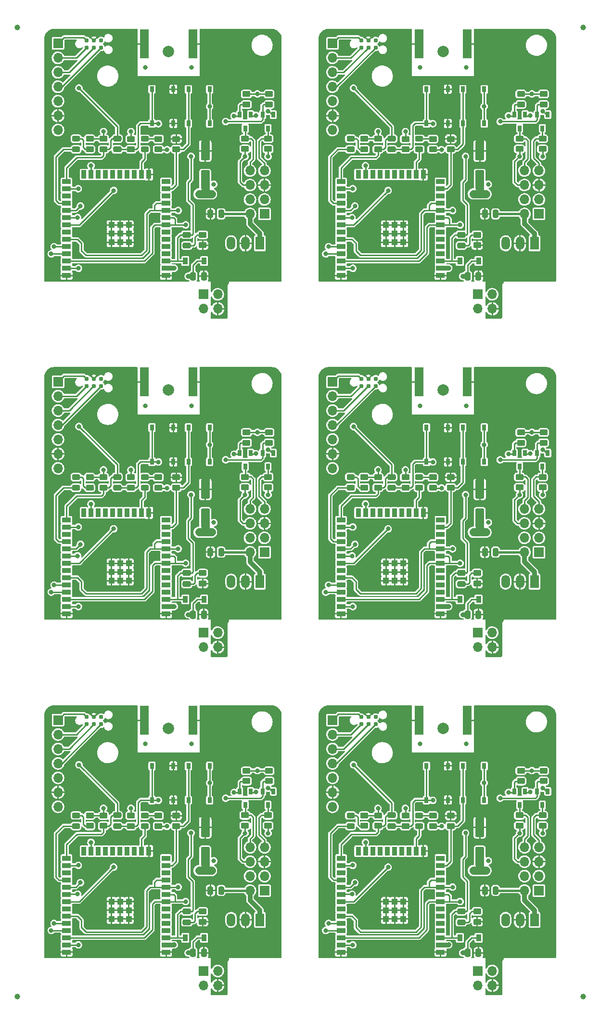
<source format=gbr>
%TF.GenerationSoftware,KiCad,Pcbnew,(6.0.6-0)*%
%TF.CreationDate,2022-06-29T17:43:41+02:00*%
%TF.ProjectId,panel,70616e65-6c2e-46b6-9963-61645f706362,rev?*%
%TF.SameCoordinates,Original*%
%TF.FileFunction,Copper,L1,Top*%
%TF.FilePolarity,Positive*%
%FSLAX46Y46*%
G04 Gerber Fmt 4.6, Leading zero omitted, Abs format (unit mm)*
G04 Created by KiCad (PCBNEW (6.0.6-0)) date 2022-06-29 17:43:41*
%MOMM*%
%LPD*%
G01*
G04 APERTURE LIST*
G04 Aperture macros list*
%AMRoundRect*
0 Rectangle with rounded corners*
0 $1 Rounding radius*
0 $2 $3 $4 $5 $6 $7 $8 $9 X,Y pos of 4 corners*
0 Add a 4 corners polygon primitive as box body*
4,1,4,$2,$3,$4,$5,$6,$7,$8,$9,$2,$3,0*
0 Add four circle primitives for the rounded corners*
1,1,$1+$1,$2,$3*
1,1,$1+$1,$4,$5*
1,1,$1+$1,$6,$7*
1,1,$1+$1,$8,$9*
0 Add four rect primitives between the rounded corners*
20,1,$1+$1,$2,$3,$4,$5,0*
20,1,$1+$1,$4,$5,$6,$7,0*
20,1,$1+$1,$6,$7,$8,$9,0*
20,1,$1+$1,$8,$9,$2,$3,0*%
G04 Aperture macros list end*
%TA.AperFunction,SMDPad,CuDef*%
%ADD10R,1.500000X5.080000*%
%TD*%
%TA.AperFunction,ComponentPad*%
%ADD11R,1.700000X1.700000*%
%TD*%
%TA.AperFunction,ComponentPad*%
%ADD12O,1.700000X1.700000*%
%TD*%
%TA.AperFunction,SMDPad,CuDef*%
%ADD13R,1.500000X0.900000*%
%TD*%
%TA.AperFunction,SMDPad,CuDef*%
%ADD14R,0.900000X1.500000*%
%TD*%
%TA.AperFunction,SMDPad,CuDef*%
%ADD15R,1.050000X1.050000*%
%TD*%
%TA.AperFunction,SMDPad,CuDef*%
%ADD16RoundRect,0.250000X-0.450000X0.262500X-0.450000X-0.262500X0.450000X-0.262500X0.450000X0.262500X0*%
%TD*%
%TA.AperFunction,SMDPad,CuDef*%
%ADD17R,0.900000X1.200000*%
%TD*%
%TA.AperFunction,SMDPad,CuDef*%
%ADD18RoundRect,0.250000X-0.250000X-0.475000X0.250000X-0.475000X0.250000X0.475000X-0.250000X0.475000X0*%
%TD*%
%TA.AperFunction,SMDPad,CuDef*%
%ADD19C,1.000000*%
%TD*%
%TA.AperFunction,SMDPad,CuDef*%
%ADD20RoundRect,0.250000X0.250000X0.475000X-0.250000X0.475000X-0.250000X-0.475000X0.250000X-0.475000X0*%
%TD*%
%TA.AperFunction,SMDPad,CuDef*%
%ADD21RoundRect,0.243750X0.456250X-0.243750X0.456250X0.243750X-0.456250X0.243750X-0.456250X-0.243750X0*%
%TD*%
%TA.AperFunction,SMDPad,CuDef*%
%ADD22RoundRect,0.250000X0.450000X-0.262500X0.450000X0.262500X-0.450000X0.262500X-0.450000X-0.262500X0*%
%TD*%
%TA.AperFunction,SMDPad,CuDef*%
%ADD23R,0.700000X1.000000*%
%TD*%
%TA.AperFunction,SMDPad,CuDef*%
%ADD24RoundRect,0.250000X0.475000X-0.250000X0.475000X0.250000X-0.475000X0.250000X-0.475000X-0.250000X0*%
%TD*%
%TA.AperFunction,ComponentPad*%
%ADD25R,1.500000X2.300000*%
%TD*%
%TA.AperFunction,ComponentPad*%
%ADD26O,1.500000X2.300000*%
%TD*%
%TA.AperFunction,SMDPad,CuDef*%
%ADD27RoundRect,0.250000X0.550000X-1.412500X0.550000X1.412500X-0.550000X1.412500X-0.550000X-1.412500X0*%
%TD*%
%TA.AperFunction,SMDPad,CuDef*%
%ADD28R,0.750000X1.000000*%
%TD*%
%TA.AperFunction,SMDPad,CuDef*%
%ADD29C,0.787400*%
%TD*%
%TA.AperFunction,ComponentPad*%
%ADD30C,2.000000*%
%TD*%
%TA.AperFunction,ViaPad*%
%ADD31C,0.800000*%
%TD*%
%TA.AperFunction,Conductor*%
%ADD32C,0.254000*%
%TD*%
%TA.AperFunction,Conductor*%
%ADD33C,0.250000*%
%TD*%
%TA.AperFunction,Conductor*%
%ADD34C,1.473200*%
%TD*%
%TA.AperFunction,Conductor*%
%ADD35C,0.812800*%
%TD*%
%TA.AperFunction,Conductor*%
%ADD36C,0.406400*%
%TD*%
G04 APERTURE END LIST*
D10*
%TO.P,J3,2,Ext*%
%TO.N,Board_3-GND*%
X88199400Y-84380400D03*
X96699400Y-84380400D03*
%TD*%
%TO.P,J3,2,Ext*%
%TO.N,Board_2-GND*%
X48399400Y-84380400D03*
X39899400Y-84380400D03*
%TD*%
D11*
%TO.P,J2,1,Pin_1*%
%TO.N,Board_5-unconnected-(J2-Pad1)*%
X109315000Y-173827000D03*
D12*
%TO.P,J2,2,Pin_2*%
%TO.N,Board_5-+15V*%
X106775000Y-173827000D03*
%TO.P,J2,3,Pin_3*%
%TO.N,Board_5-unconnected-(J2-Pad3)*%
X109315000Y-171287000D03*
%TO.P,J2,4,Pin_4*%
%TO.N,Board_5-unconnected-(J2-Pad4)*%
X106775000Y-171287000D03*
%TO.P,J2,5,Pin_5*%
%TO.N,Board_5-GND*%
X109315000Y-168747000D03*
%TO.P,J2,6,Pin_6*%
%TO.N,Board_5-+5V*%
X106775000Y-168747000D03*
%TO.P,J2,7,Pin_7*%
%TO.N,Board_5-SDA*%
X109315000Y-166207000D03*
%TO.P,J2,8,Pin_8*%
%TO.N,Board_5-SCL*%
X106775000Y-166207000D03*
%TD*%
D10*
%TO.P,J3,2,Ext*%
%TO.N,Board_0-GND*%
X39899400Y-24880400D03*
X48399400Y-24880400D03*
%TD*%
D11*
%TO.P,J2,1,Pin_1*%
%TO.N,Board_3-unconnected-(J2-Pad1)*%
X109315000Y-114327000D03*
D12*
%TO.P,J2,2,Pin_2*%
%TO.N,Board_3-+15V*%
X106775000Y-114327000D03*
%TO.P,J2,3,Pin_3*%
%TO.N,Board_3-unconnected-(J2-Pad3)*%
X109315000Y-111787000D03*
%TO.P,J2,4,Pin_4*%
%TO.N,Board_3-unconnected-(J2-Pad4)*%
X106775000Y-111787000D03*
%TO.P,J2,5,Pin_5*%
%TO.N,Board_3-GND*%
X109315000Y-109247000D03*
%TO.P,J2,6,Pin_6*%
%TO.N,Board_3-+5V*%
X106775000Y-109247000D03*
%TO.P,J2,7,Pin_7*%
%TO.N,Board_3-SDA*%
X109315000Y-106707000D03*
%TO.P,J2,8,Pin_8*%
%TO.N,Board_3-SCL*%
X106775000Y-106707000D03*
%TD*%
D11*
%TO.P,J2,1,Pin_1*%
%TO.N,Board_1-unconnected-(J2-Pad1)*%
X109315000Y-54827000D03*
D12*
%TO.P,J2,2,Pin_2*%
%TO.N,Board_1-+15V*%
X106775000Y-54827000D03*
%TO.P,J2,3,Pin_3*%
%TO.N,Board_1-unconnected-(J2-Pad3)*%
X109315000Y-52287000D03*
%TO.P,J2,4,Pin_4*%
%TO.N,Board_1-unconnected-(J2-Pad4)*%
X106775000Y-52287000D03*
%TO.P,J2,5,Pin_5*%
%TO.N,Board_1-GND*%
X109315000Y-49747000D03*
%TO.P,J2,6,Pin_6*%
%TO.N,Board_1-+5V*%
X106775000Y-49747000D03*
%TO.P,J2,7,Pin_7*%
%TO.N,Board_1-SDA*%
X109315000Y-47207000D03*
%TO.P,J2,8,Pin_8*%
%TO.N,Board_1-SCL*%
X106775000Y-47207000D03*
%TD*%
D11*
%TO.P,J2,1,Pin_1*%
%TO.N,Board_0-unconnected-(J2-Pad1)*%
X61015000Y-54827000D03*
D12*
%TO.P,J2,2,Pin_2*%
%TO.N,Board_0-+15V*%
X58475000Y-54827000D03*
%TO.P,J2,3,Pin_3*%
%TO.N,Board_0-unconnected-(J2-Pad3)*%
X61015000Y-52287000D03*
%TO.P,J2,4,Pin_4*%
%TO.N,Board_0-unconnected-(J2-Pad4)*%
X58475000Y-52287000D03*
%TO.P,J2,5,Pin_5*%
%TO.N,Board_0-GND*%
X61015000Y-49747000D03*
%TO.P,J2,6,Pin_6*%
%TO.N,Board_0-+5V*%
X58475000Y-49747000D03*
%TO.P,J2,7,Pin_7*%
%TO.N,Board_0-SDA*%
X61015000Y-47207000D03*
%TO.P,J2,8,Pin_8*%
%TO.N,Board_0-SCL*%
X58475000Y-47207000D03*
%TD*%
D10*
%TO.P,J3,2,Ext*%
%TO.N,Board_4-GND*%
X48399400Y-143880400D03*
X39899400Y-143880400D03*
%TD*%
D11*
%TO.P,J2,1,Pin_1*%
%TO.N,Board_2-unconnected-(J2-Pad1)*%
X61015000Y-114327000D03*
D12*
%TO.P,J2,2,Pin_2*%
%TO.N,Board_2-+15V*%
X58475000Y-114327000D03*
%TO.P,J2,3,Pin_3*%
%TO.N,Board_2-unconnected-(J2-Pad3)*%
X61015000Y-111787000D03*
%TO.P,J2,4,Pin_4*%
%TO.N,Board_2-unconnected-(J2-Pad4)*%
X58475000Y-111787000D03*
%TO.P,J2,5,Pin_5*%
%TO.N,Board_2-GND*%
X61015000Y-109247000D03*
%TO.P,J2,6,Pin_6*%
%TO.N,Board_2-+5V*%
X58475000Y-109247000D03*
%TO.P,J2,7,Pin_7*%
%TO.N,Board_2-SDA*%
X61015000Y-106707000D03*
%TO.P,J2,8,Pin_8*%
%TO.N,Board_2-SCL*%
X58475000Y-106707000D03*
%TD*%
D11*
%TO.P,J2,1,Pin_1*%
%TO.N,Board_4-unconnected-(J2-Pad1)*%
X61015000Y-173827000D03*
D12*
%TO.P,J2,2,Pin_2*%
%TO.N,Board_4-+15V*%
X58475000Y-173827000D03*
%TO.P,J2,3,Pin_3*%
%TO.N,Board_4-unconnected-(J2-Pad3)*%
X61015000Y-171287000D03*
%TO.P,J2,4,Pin_4*%
%TO.N,Board_4-unconnected-(J2-Pad4)*%
X58475000Y-171287000D03*
%TO.P,J2,5,Pin_5*%
%TO.N,Board_4-GND*%
X61015000Y-168747000D03*
%TO.P,J2,6,Pin_6*%
%TO.N,Board_4-+5V*%
X58475000Y-168747000D03*
%TO.P,J2,7,Pin_7*%
%TO.N,Board_4-SDA*%
X61015000Y-166207000D03*
%TO.P,J2,8,Pin_8*%
%TO.N,Board_4-SCL*%
X58475000Y-166207000D03*
%TD*%
D10*
%TO.P,J3,2,Ext*%
%TO.N,Board_1-GND*%
X96699400Y-24880400D03*
X88199400Y-24880400D03*
%TD*%
%TO.P,J3,2,Ext*%
%TO.N,Board_5-GND*%
X96699400Y-143880400D03*
X88199400Y-143880400D03*
%TD*%
D13*
%TO.P,U1,1,GND*%
%TO.N,Board_3-GND*%
X91995600Y-125145600D03*
%TO.P,U1,2,3V3*%
%TO.N,Board_3-+3V3*%
X91995600Y-123875600D03*
%TO.P,U1,3,EN*%
%TO.N,Board_3-Net-(C2-Pad1)*%
X91995600Y-122605600D03*
%TO.P,U1,4,SENSOR_VP*%
%TO.N,Board_3-unconnected-(U1-Pad4)*%
X91995600Y-121335600D03*
%TO.P,U1,5,SENSOR_VN*%
%TO.N,Board_3-unconnected-(U1-Pad5)*%
X91995600Y-120065600D03*
%TO.P,U1,6,IO34*%
%TO.N,Board_3-unconnected-(U1-Pad6)*%
X91995600Y-118795600D03*
%TO.P,U1,7,IO35*%
%TO.N,Board_3-unconnected-(U1-Pad7)*%
X91995600Y-117525600D03*
%TO.P,U1,8,IO32*%
%TO.N,Board_3-SCL_L*%
X91995600Y-116255600D03*
%TO.P,U1,9,IO33*%
X91995600Y-114985600D03*
%TO.P,U1,10,IO25*%
%TO.N,Board_3-SDA_L*%
X91995600Y-113715600D03*
%TO.P,U1,11,IO26*%
X91995600Y-112445600D03*
%TO.P,U1,12,IO27*%
%TO.N,Board_3-unconnected-(U1-Pad12)*%
X91995600Y-111175600D03*
%TO.P,U1,13,IO14*%
%TO.N,Board_3-Net-(R10-Pad2)*%
X91995600Y-109905600D03*
%TO.P,U1,14,IO12*%
%TO.N,Board_3-unconnected-(U1-Pad14)*%
X91995600Y-108635600D03*
D14*
%TO.P,U1,15,GND*%
%TO.N,Board_3-GND*%
X88965600Y-107385600D03*
%TO.P,U1,16,IO13*%
%TO.N,Board_3-D13*%
X87695600Y-107385600D03*
%TO.P,U1,17,SD2*%
%TO.N,Board_3-unconnected-(U1-Pad17)*%
X86425600Y-107385600D03*
%TO.P,U1,18,SD3*%
%TO.N,Board_3-unconnected-(U1-Pad18)*%
X85155600Y-107385600D03*
%TO.P,U1,19,CMD*%
%TO.N,Board_3-unconnected-(U1-Pad19)*%
X83885600Y-107385600D03*
%TO.P,U1,20,CLK*%
%TO.N,Board_3-unconnected-(U1-Pad20)*%
X82615600Y-107385600D03*
%TO.P,U1,21,SDO*%
%TO.N,Board_3-unconnected-(U1-Pad21)*%
X81345600Y-107385600D03*
%TO.P,U1,22,SD1*%
%TO.N,Board_3-unconnected-(U1-Pad22)*%
X80075600Y-107385600D03*
%TO.P,U1,23,IO15*%
%TO.N,Board_3-D15*%
X78805600Y-107385600D03*
%TO.P,U1,24,IO2*%
%TO.N,Board_3-unconnected-(U1-Pad24)*%
X77535600Y-107385600D03*
D13*
%TO.P,U1,25,IO0*%
%TO.N,Board_3-D0*%
X74495600Y-108635600D03*
%TO.P,U1,26,IO4*%
%TO.N,Board_3-D4_IRQ*%
X74495600Y-109905600D03*
%TO.P,U1,27,IO16*%
%TO.N,Board_3-unconnected-(U1-Pad27)*%
X74495600Y-111175600D03*
%TO.P,U1,28,IO17*%
%TO.N,Board_3-D17*%
X74495600Y-112445600D03*
%TO.P,U1,29,IO5*%
%TO.N,Board_3-D5_SS*%
X74495600Y-113715600D03*
%TO.P,U1,30,IO18*%
%TO.N,Board_3-D18_SCK*%
X74495600Y-114985600D03*
%TO.P,U1,31,IO19*%
%TO.N,Board_3-D19_MISO*%
X74495600Y-116255600D03*
%TO.P,U1,32,NC*%
%TO.N,Board_3-unconnected-(U1-Pad32)*%
X74495600Y-117525600D03*
%TO.P,U1,33,IO21*%
%TO.N,Board_3-SDA_L*%
X74495600Y-118795600D03*
%TO.P,U1,34,RXD0*%
%TO.N,Board_3-D0{slash}RX0*%
X74495600Y-120065600D03*
%TO.P,U1,35,TXD0*%
%TO.N,Board_3-D1{slash}TX0*%
X74495600Y-121335600D03*
%TO.P,U1,36,IO22*%
%TO.N,Board_3-SCL_L*%
X74495600Y-122605600D03*
%TO.P,U1,37,IO23*%
%TO.N,Board_3-D23_MOSI*%
X74495600Y-123875600D03*
%TO.P,U1,38,GND*%
%TO.N,Board_3-GND*%
X74495600Y-125145600D03*
D15*
%TO.P,U1,39,GND-PAD*%
X83925600Y-117805600D03*
X82400600Y-119330600D03*
X83925600Y-119330600D03*
X83925600Y-116280600D03*
X82400600Y-116280600D03*
X85450600Y-117805600D03*
X85450600Y-119330600D03*
X85450600Y-116280600D03*
X82400600Y-117805600D03*
%TD*%
D16*
%TO.P,R4,1*%
%TO.N,Board_3-SCL*%
X105886000Y-101080500D03*
%TO.P,R4,2*%
%TO.N,Board_3-+5V*%
X105886000Y-102905500D03*
%TD*%
%TO.P,R10,1*%
%TO.N,Board_0-GND*%
X45504000Y-41629500D03*
%TO.P,R10,2*%
%TO.N,Board_0-Net-(R10-Pad2)*%
X45504000Y-43454500D03*
%TD*%
D17*
%TO.P,D2,1,K*%
%TO.N,Board_3-+3V3*%
X98693500Y-122616000D03*
%TO.P,D2,2,A*%
%TO.N,Board_3-Net-(C2-Pad1)*%
X95393500Y-122616000D03*
%TD*%
D11*
%TO.P,J5,1,Pin_1*%
%TO.N,Board_1-SCL_L*%
X98560000Y-68960000D03*
D12*
%TO.P,J5,2,Pin_2*%
%TO.N,Board_1-+3V3*%
X101100000Y-68960000D03*
%TO.P,J5,3,Pin_3*%
%TO.N,Board_1-SDA_L*%
X98560000Y-71500000D03*
%TO.P,J5,4,Pin_4*%
%TO.N,Board_1-GND*%
X101100000Y-71500000D03*
%TD*%
D18*
%TO.P,C5,1*%
%TO.N,Board_3-+3V3*%
X96754900Y-125283000D03*
%TO.P,C5,2*%
%TO.N,Board_3-GND*%
X98654900Y-125283000D03*
%TD*%
D19*
%TO.P,REF\u002A\u002A,*%
%TO.N,*%
X17500000Y-22000000D03*
%TD*%
D20*
%TO.P,C6,1*%
%TO.N,Board_2-+15V*%
X53400000Y-114300000D03*
%TO.P,C6,2*%
%TO.N,Board_2-GND*%
X51500000Y-114300000D03*
%TD*%
D21*
%TO.P,LED1,1,K*%
%TO.N,Board_4-D17*%
X27868000Y-162470900D03*
%TO.P,LED1,2,A*%
%TO.N,Board_4-Net-(LED1-Pad2)*%
X27868000Y-160595900D03*
%TD*%
D11*
%TO.P,J5,1,Pin_1*%
%TO.N,Board_3-SCL_L*%
X98560000Y-128460000D03*
D12*
%TO.P,J5,2,Pin_2*%
%TO.N,Board_3-+3V3*%
X101100000Y-128460000D03*
%TO.P,J5,3,Pin_3*%
%TO.N,Board_3-SDA_L*%
X98560000Y-131000000D03*
%TO.P,J5,4,Pin_4*%
%TO.N,Board_3-GND*%
X101100000Y-131000000D03*
%TD*%
D22*
%TO.P,R8,1*%
%TO.N,Board_1-D0*%
X80994000Y-43445900D03*
%TO.P,R8,2*%
%TO.N,Board_1-+3V3*%
X80994000Y-41620900D03*
%TD*%
D23*
%TO.P,Q1,1,G*%
%TO.N,Board_5-+3V3*%
X110874600Y-156371000D03*
%TO.P,Q1,2,S*%
%TO.N,Board_5-SDA_L*%
X108974600Y-156371000D03*
%TO.P,Q1,3,D*%
%TO.N,Board_5-SDA*%
X109924600Y-158771000D03*
%TD*%
D16*
%TO.P,R3,1*%
%TO.N,Board_0-SDA*%
X61650000Y-41580500D03*
%TO.P,R3,2*%
%TO.N,Board_0-+5V*%
X61650000Y-43405500D03*
%TD*%
D23*
%TO.P,Q2,1,G*%
%TO.N,Board_4-+3V3*%
X58576600Y-156371000D03*
%TO.P,Q2,2,S*%
%TO.N,Board_4-SCL_L*%
X56676600Y-156371000D03*
%TO.P,Q2,3,D*%
%TO.N,Board_4-SCL*%
X57626600Y-158771000D03*
%TD*%
D11*
%TO.P,J5,1,Pin_1*%
%TO.N,Board_0-SCL_L*%
X50260000Y-68960000D03*
D12*
%TO.P,J5,2,Pin_2*%
%TO.N,Board_0-+3V3*%
X52800000Y-68960000D03*
%TO.P,J5,3,Pin_3*%
%TO.N,Board_0-SDA_L*%
X50260000Y-71500000D03*
%TO.P,J5,4,Pin_4*%
%TO.N,Board_0-GND*%
X52800000Y-71500000D03*
%TD*%
D24*
%TO.P,C3,1*%
%TO.N,Board_1-Net-(C3-Pad1)*%
X95645500Y-60383000D03*
%TO.P,C3,2*%
%TO.N,Board_1-Net-(C2-Pad1)*%
X95645500Y-58483000D03*
%TD*%
D16*
%TO.P,R9,1*%
%TO.N,Board_2-+3V3*%
X30281000Y-101120900D03*
%TO.P,R9,2*%
%TO.N,Board_2-Net-(LED1-Pad2)*%
X30281000Y-102945900D03*
%TD*%
D24*
%TO.P,C2,1*%
%TO.N,Board_5-Net-(C2-Pad1)*%
X83407000Y-162483400D03*
%TO.P,C2,2*%
%TO.N,Board_5-D0*%
X83407000Y-160583400D03*
%TD*%
D16*
%TO.P,R4,1*%
%TO.N,Board_0-SCL*%
X57586000Y-41580500D03*
%TO.P,R4,2*%
%TO.N,Board_0-+5V*%
X57586000Y-43405500D03*
%TD*%
D11*
%TO.P,J5,1,Pin_1*%
%TO.N,Board_5-SCL_L*%
X98560000Y-187960000D03*
D12*
%TO.P,J5,2,Pin_2*%
%TO.N,Board_5-+3V3*%
X101100000Y-187960000D03*
%TO.P,J5,3,Pin_3*%
%TO.N,Board_5-SDA_L*%
X98560000Y-190500000D03*
%TO.P,J5,4,Pin_4*%
%TO.N,Board_5-GND*%
X101100000Y-190500000D03*
%TD*%
D25*
%TO.P,R-78E3.3,1,IN*%
%TO.N,Board_4-+15V*%
X60227600Y-178983200D03*
D26*
%TO.P,R-78E3.3,2,GND*%
%TO.N,Board_4-GND*%
X57687600Y-178983200D03*
%TO.P,R-78E3.3,3,OUT*%
%TO.N,Board_4-+3V3*%
X55147600Y-178983200D03*
%TD*%
D27*
%TO.P,C4,1*%
%TO.N,Board_4-+3V3*%
X50600000Y-167800000D03*
%TO.P,C4,2*%
%TO.N,Board_4-GND*%
X50600000Y-162725000D03*
%TD*%
D21*
%TO.P,LED2,1,K*%
%TO.N,Board_2-D13*%
X39933000Y-102985000D03*
%TO.P,LED2,2,A*%
%TO.N,Board_2-Net-(LED2-Pad2)*%
X39933000Y-101110000D03*
%TD*%
D22*
%TO.P,R5,1*%
%TO.N,Board_1-+3V3*%
X90646000Y-43460000D03*
%TO.P,R5,2*%
%TO.N,Board_1-Net-(LED2-Pad2)*%
X90646000Y-41635000D03*
%TD*%
D13*
%TO.P,U1,1,GND*%
%TO.N,Board_0-GND*%
X43695600Y-65645600D03*
%TO.P,U1,2,3V3*%
%TO.N,Board_0-+3V3*%
X43695600Y-64375600D03*
%TO.P,U1,3,EN*%
%TO.N,Board_0-Net-(C2-Pad1)*%
X43695600Y-63105600D03*
%TO.P,U1,4,SENSOR_VP*%
%TO.N,Board_0-unconnected-(U1-Pad4)*%
X43695600Y-61835600D03*
%TO.P,U1,5,SENSOR_VN*%
%TO.N,Board_0-unconnected-(U1-Pad5)*%
X43695600Y-60565600D03*
%TO.P,U1,6,IO34*%
%TO.N,Board_0-unconnected-(U1-Pad6)*%
X43695600Y-59295600D03*
%TO.P,U1,7,IO35*%
%TO.N,Board_0-unconnected-(U1-Pad7)*%
X43695600Y-58025600D03*
%TO.P,U1,8,IO32*%
%TO.N,Board_0-SCL_L*%
X43695600Y-56755600D03*
%TO.P,U1,9,IO33*%
X43695600Y-55485600D03*
%TO.P,U1,10,IO25*%
%TO.N,Board_0-SDA_L*%
X43695600Y-54215600D03*
%TO.P,U1,11,IO26*%
X43695600Y-52945600D03*
%TO.P,U1,12,IO27*%
%TO.N,Board_0-unconnected-(U1-Pad12)*%
X43695600Y-51675600D03*
%TO.P,U1,13,IO14*%
%TO.N,Board_0-Net-(R10-Pad2)*%
X43695600Y-50405600D03*
%TO.P,U1,14,IO12*%
%TO.N,Board_0-unconnected-(U1-Pad14)*%
X43695600Y-49135600D03*
D14*
%TO.P,U1,15,GND*%
%TO.N,Board_0-GND*%
X40665600Y-47885600D03*
%TO.P,U1,16,IO13*%
%TO.N,Board_0-D13*%
X39395600Y-47885600D03*
%TO.P,U1,17,SD2*%
%TO.N,Board_0-unconnected-(U1-Pad17)*%
X38125600Y-47885600D03*
%TO.P,U1,18,SD3*%
%TO.N,Board_0-unconnected-(U1-Pad18)*%
X36855600Y-47885600D03*
%TO.P,U1,19,CMD*%
%TO.N,Board_0-unconnected-(U1-Pad19)*%
X35585600Y-47885600D03*
%TO.P,U1,20,CLK*%
%TO.N,Board_0-unconnected-(U1-Pad20)*%
X34315600Y-47885600D03*
%TO.P,U1,21,SDO*%
%TO.N,Board_0-unconnected-(U1-Pad21)*%
X33045600Y-47885600D03*
%TO.P,U1,22,SD1*%
%TO.N,Board_0-unconnected-(U1-Pad22)*%
X31775600Y-47885600D03*
%TO.P,U1,23,IO15*%
%TO.N,Board_0-D15*%
X30505600Y-47885600D03*
%TO.P,U1,24,IO2*%
%TO.N,Board_0-unconnected-(U1-Pad24)*%
X29235600Y-47885600D03*
D13*
%TO.P,U1,25,IO0*%
%TO.N,Board_0-D0*%
X26195600Y-49135600D03*
%TO.P,U1,26,IO4*%
%TO.N,Board_0-D4_IRQ*%
X26195600Y-50405600D03*
%TO.P,U1,27,IO16*%
%TO.N,Board_0-unconnected-(U1-Pad27)*%
X26195600Y-51675600D03*
%TO.P,U1,28,IO17*%
%TO.N,Board_0-D17*%
X26195600Y-52945600D03*
%TO.P,U1,29,IO5*%
%TO.N,Board_0-D5_SS*%
X26195600Y-54215600D03*
%TO.P,U1,30,IO18*%
%TO.N,Board_0-D18_SCK*%
X26195600Y-55485600D03*
%TO.P,U1,31,IO19*%
%TO.N,Board_0-D19_MISO*%
X26195600Y-56755600D03*
%TO.P,U1,32,NC*%
%TO.N,Board_0-unconnected-(U1-Pad32)*%
X26195600Y-58025600D03*
%TO.P,U1,33,IO21*%
%TO.N,Board_0-SDA_L*%
X26195600Y-59295600D03*
%TO.P,U1,34,RXD0*%
%TO.N,Board_0-D0{slash}RX0*%
X26195600Y-60565600D03*
%TO.P,U1,35,TXD0*%
%TO.N,Board_0-D1{slash}TX0*%
X26195600Y-61835600D03*
%TO.P,U1,36,IO22*%
%TO.N,Board_0-SCL_L*%
X26195600Y-63105600D03*
%TO.P,U1,37,IO23*%
%TO.N,Board_0-D23_MOSI*%
X26195600Y-64375600D03*
%TO.P,U1,38,GND*%
%TO.N,Board_0-GND*%
X26195600Y-65645600D03*
D15*
%TO.P,U1,39,GND-PAD*%
X37150600Y-58305600D03*
X37150600Y-59830600D03*
X35625600Y-59830600D03*
X35625600Y-56780600D03*
X34100600Y-59830600D03*
X37150600Y-56780600D03*
X35625600Y-58305600D03*
X34100600Y-56780600D03*
X34100600Y-58305600D03*
%TD*%
D27*
%TO.P,C4,1*%
%TO.N,Board_2-+3V3*%
X50600000Y-108300000D03*
%TO.P,C4,2*%
%TO.N,Board_2-GND*%
X50600000Y-103225000D03*
%TD*%
D22*
%TO.P,R7,1*%
%TO.N,Board_3-Net-(C2-Pad1)*%
X85820000Y-102960000D03*
%TO.P,R7,2*%
%TO.N,Board_3-+3V3*%
X85820000Y-101135000D03*
%TD*%
D28*
%TO.P,SW1,1,1*%
%TO.N,Board_0-Net-(R10-Pad2)*%
X47633400Y-32904000D03*
X47633400Y-38904000D03*
%TO.P,SW1,2,2*%
%TO.N,Board_0-+3V3*%
X51383400Y-32904000D03*
X51383400Y-38904000D03*
%TD*%
D16*
%TO.P,R4,1*%
%TO.N,Board_1-SCL*%
X105886000Y-41580500D03*
%TO.P,R4,2*%
%TO.N,Board_1-+5V*%
X105886000Y-43405500D03*
%TD*%
D28*
%TO.P,SW2,1,1*%
%TO.N,Board_3-GND*%
X93283000Y-98404000D03*
X93283000Y-92404000D03*
%TO.P,SW2,2,2*%
%TO.N,Board_3-Net-(C2-Pad1)*%
X89533000Y-98404000D03*
X89533000Y-92404000D03*
%TD*%
D23*
%TO.P,Q1,1,G*%
%TO.N,Board_4-+3V3*%
X62574600Y-156371000D03*
%TO.P,Q1,2,S*%
%TO.N,Board_4-SDA_L*%
X60674600Y-156371000D03*
%TO.P,Q1,3,D*%
%TO.N,Board_4-SDA*%
X61624600Y-158771000D03*
%TD*%
D24*
%TO.P,C3,1*%
%TO.N,Board_0-Net-(C3-Pad1)*%
X47345500Y-60383000D03*
%TO.P,C3,2*%
%TO.N,Board_0-Net-(C2-Pad1)*%
X47345500Y-58483000D03*
%TD*%
D27*
%TO.P,C4,1*%
%TO.N,Board_1-+3V3*%
X98900000Y-48800000D03*
%TO.P,C4,2*%
%TO.N,Board_1-GND*%
X98900000Y-43725000D03*
%TD*%
D13*
%TO.P,U1,1,GND*%
%TO.N,Board_2-GND*%
X43695600Y-125145600D03*
%TO.P,U1,2,3V3*%
%TO.N,Board_2-+3V3*%
X43695600Y-123875600D03*
%TO.P,U1,3,EN*%
%TO.N,Board_2-Net-(C2-Pad1)*%
X43695600Y-122605600D03*
%TO.P,U1,4,SENSOR_VP*%
%TO.N,Board_2-unconnected-(U1-Pad4)*%
X43695600Y-121335600D03*
%TO.P,U1,5,SENSOR_VN*%
%TO.N,Board_2-unconnected-(U1-Pad5)*%
X43695600Y-120065600D03*
%TO.P,U1,6,IO34*%
%TO.N,Board_2-unconnected-(U1-Pad6)*%
X43695600Y-118795600D03*
%TO.P,U1,7,IO35*%
%TO.N,Board_2-unconnected-(U1-Pad7)*%
X43695600Y-117525600D03*
%TO.P,U1,8,IO32*%
%TO.N,Board_2-SCL_L*%
X43695600Y-116255600D03*
%TO.P,U1,9,IO33*%
X43695600Y-114985600D03*
%TO.P,U1,10,IO25*%
%TO.N,Board_2-SDA_L*%
X43695600Y-113715600D03*
%TO.P,U1,11,IO26*%
X43695600Y-112445600D03*
%TO.P,U1,12,IO27*%
%TO.N,Board_2-unconnected-(U1-Pad12)*%
X43695600Y-111175600D03*
%TO.P,U1,13,IO14*%
%TO.N,Board_2-Net-(R10-Pad2)*%
X43695600Y-109905600D03*
%TO.P,U1,14,IO12*%
%TO.N,Board_2-unconnected-(U1-Pad14)*%
X43695600Y-108635600D03*
D14*
%TO.P,U1,15,GND*%
%TO.N,Board_2-GND*%
X40665600Y-107385600D03*
%TO.P,U1,16,IO13*%
%TO.N,Board_2-D13*%
X39395600Y-107385600D03*
%TO.P,U1,17,SD2*%
%TO.N,Board_2-unconnected-(U1-Pad17)*%
X38125600Y-107385600D03*
%TO.P,U1,18,SD3*%
%TO.N,Board_2-unconnected-(U1-Pad18)*%
X36855600Y-107385600D03*
%TO.P,U1,19,CMD*%
%TO.N,Board_2-unconnected-(U1-Pad19)*%
X35585600Y-107385600D03*
%TO.P,U1,20,CLK*%
%TO.N,Board_2-unconnected-(U1-Pad20)*%
X34315600Y-107385600D03*
%TO.P,U1,21,SDO*%
%TO.N,Board_2-unconnected-(U1-Pad21)*%
X33045600Y-107385600D03*
%TO.P,U1,22,SD1*%
%TO.N,Board_2-unconnected-(U1-Pad22)*%
X31775600Y-107385600D03*
%TO.P,U1,23,IO15*%
%TO.N,Board_2-D15*%
X30505600Y-107385600D03*
%TO.P,U1,24,IO2*%
%TO.N,Board_2-unconnected-(U1-Pad24)*%
X29235600Y-107385600D03*
D13*
%TO.P,U1,25,IO0*%
%TO.N,Board_2-D0*%
X26195600Y-108635600D03*
%TO.P,U1,26,IO4*%
%TO.N,Board_2-D4_IRQ*%
X26195600Y-109905600D03*
%TO.P,U1,27,IO16*%
%TO.N,Board_2-unconnected-(U1-Pad27)*%
X26195600Y-111175600D03*
%TO.P,U1,28,IO17*%
%TO.N,Board_2-D17*%
X26195600Y-112445600D03*
%TO.P,U1,29,IO5*%
%TO.N,Board_2-D5_SS*%
X26195600Y-113715600D03*
%TO.P,U1,30,IO18*%
%TO.N,Board_2-D18_SCK*%
X26195600Y-114985600D03*
%TO.P,U1,31,IO19*%
%TO.N,Board_2-D19_MISO*%
X26195600Y-116255600D03*
%TO.P,U1,32,NC*%
%TO.N,Board_2-unconnected-(U1-Pad32)*%
X26195600Y-117525600D03*
%TO.P,U1,33,IO21*%
%TO.N,Board_2-SDA_L*%
X26195600Y-118795600D03*
%TO.P,U1,34,RXD0*%
%TO.N,Board_2-D0{slash}RX0*%
X26195600Y-120065600D03*
%TO.P,U1,35,TXD0*%
%TO.N,Board_2-D1{slash}TX0*%
X26195600Y-121335600D03*
%TO.P,U1,36,IO22*%
%TO.N,Board_2-SCL_L*%
X26195600Y-122605600D03*
%TO.P,U1,37,IO23*%
%TO.N,Board_2-D23_MOSI*%
X26195600Y-123875600D03*
%TO.P,U1,38,GND*%
%TO.N,Board_2-GND*%
X26195600Y-125145600D03*
D15*
%TO.P,U1,39,GND-PAD*%
X37150600Y-119330600D03*
X37150600Y-117805600D03*
X34100600Y-117805600D03*
X37150600Y-116280600D03*
X34100600Y-119330600D03*
X35625600Y-117805600D03*
X34100600Y-116280600D03*
X35625600Y-119330600D03*
X35625600Y-116280600D03*
%TD*%
D23*
%TO.P,Q2,1,G*%
%TO.N,Board_3-+3V3*%
X106876600Y-96871000D03*
%TO.P,Q2,2,S*%
%TO.N,Board_3-SCL_L*%
X104976600Y-96871000D03*
%TO.P,Q2,3,D*%
%TO.N,Board_3-SCL*%
X105926600Y-99271000D03*
%TD*%
D17*
%TO.P,D2,1,K*%
%TO.N,Board_2-+3V3*%
X50393500Y-122616000D03*
%TO.P,D2,2,A*%
%TO.N,Board_2-Net-(C2-Pad1)*%
X47093500Y-122616000D03*
%TD*%
D25*
%TO.P,R-78E3.3,1,IN*%
%TO.N,Board_3-+15V*%
X108527600Y-119483200D03*
D26*
%TO.P,R-78E3.3,2,GND*%
%TO.N,Board_3-GND*%
X105987600Y-119483200D03*
%TO.P,R-78E3.3,3,OUT*%
%TO.N,Board_3-+3V3*%
X103447600Y-119483200D03*
%TD*%
D11*
%TO.P,J1,1,Pin_1*%
%TO.N,Board_5-D0*%
X72993000Y-143829600D03*
D12*
%TO.P,J1,2,Pin_2*%
%TO.N,Board_5-D1{slash}TX0*%
X72993000Y-146369600D03*
%TO.P,J1,3,Pin_3*%
%TO.N,Board_5-D0{slash}RX0*%
X72993000Y-148909600D03*
%TO.P,J1,4,Pin_4*%
%TO.N,Board_5-+3V3*%
X72993000Y-151449600D03*
%TO.P,J1,5,Pin_5*%
%TO.N,Board_5-unconnected-(J1-Pad5)*%
X72993000Y-153989600D03*
%TO.P,J1,6,Pin_6*%
%TO.N,Board_5-GND*%
X72993000Y-156529600D03*
%TO.P,J1,7,Pin_7*%
%TO.N,Board_5-D15*%
X72993000Y-159069600D03*
%TD*%
D29*
%TO.P,J4,1,TX*%
%TO.N,Board_2-D1{slash}TX0*%
X29734000Y-85068400D03*
%TO.P,J4,2,DTR*%
%TO.N,Board_2-D0*%
X29734000Y-83798400D03*
%TO.P,J4,3,RX*%
%TO.N,Board_2-D0{slash}RX0*%
X31004000Y-85068400D03*
%TO.P,J4,4,GND*%
%TO.N,Board_2-GND*%
X31004000Y-83798400D03*
%TO.P,J4,5,Vcc*%
%TO.N,Board_2-+3V3*%
X32274000Y-85068400D03*
%TO.P,J4,6,UPDI*%
%TO.N,Board_2-unconnected-(J4-Pad6)*%
X32274000Y-83798400D03*
%TD*%
D19*
%TO.P,REF\u002A\u002A,*%
%TO.N,*%
X117100000Y-192500000D03*
%TD*%
D22*
%TO.P,R11,1*%
%TO.N,Board_5-GND*%
X98439500Y-179322000D03*
%TO.P,R11,2*%
%TO.N,Board_5-Net-(C3-Pad1)*%
X98439500Y-177497000D03*
%TD*%
D17*
%TO.P,D2,1,K*%
%TO.N,Board_0-+3V3*%
X50393500Y-63116000D03*
%TO.P,D2,2,A*%
%TO.N,Board_0-Net-(C2-Pad1)*%
X47093500Y-63116000D03*
%TD*%
D16*
%TO.P,R3,1*%
%TO.N,Board_1-SDA*%
X109950000Y-41580500D03*
%TO.P,R3,2*%
%TO.N,Board_1-+5V*%
X109950000Y-43405500D03*
%TD*%
D22*
%TO.P,R7,1*%
%TO.N,Board_0-Net-(C2-Pad1)*%
X37520000Y-43460000D03*
%TO.P,R7,2*%
%TO.N,Board_0-+3V3*%
X37520000Y-41635000D03*
%TD*%
D25*
%TO.P,R-78E3.3,1,IN*%
%TO.N,Board_1-+15V*%
X108527600Y-59983200D03*
D26*
%TO.P,R-78E3.3,2,GND*%
%TO.N,Board_1-GND*%
X105987600Y-59983200D03*
%TO.P,R-78E3.3,3,OUT*%
%TO.N,Board_1-+3V3*%
X103447600Y-59983200D03*
%TD*%
D22*
%TO.P,R11,1*%
%TO.N,Board_1-GND*%
X98439500Y-60322000D03*
%TO.P,R11,2*%
%TO.N,Board_1-Net-(C3-Pad1)*%
X98439500Y-58497000D03*
%TD*%
D18*
%TO.P,C5,1*%
%TO.N,Board_1-+3V3*%
X96754900Y-65783000D03*
%TO.P,C5,2*%
%TO.N,Board_1-GND*%
X98654900Y-65783000D03*
%TD*%
D16*
%TO.P,R2,1*%
%TO.N,Board_0-+3V3*%
X57840000Y-33743900D03*
%TO.P,R2,2*%
%TO.N,Board_0-SCL_L*%
X57840000Y-35568900D03*
%TD*%
D22*
%TO.P,R5,1*%
%TO.N,Board_0-+3V3*%
X42346000Y-43460000D03*
%TO.P,R5,2*%
%TO.N,Board_0-Net-(LED2-Pad2)*%
X42346000Y-41635000D03*
%TD*%
D28*
%TO.P,SW1,1,1*%
%TO.N,Board_3-Net-(R10-Pad2)*%
X95933400Y-98404000D03*
X95933400Y-92404000D03*
%TO.P,SW1,2,2*%
%TO.N,Board_3-+3V3*%
X99683400Y-92404000D03*
X99683400Y-98404000D03*
%TD*%
D27*
%TO.P,C4,1*%
%TO.N,Board_0-+3V3*%
X50600000Y-48800000D03*
%TO.P,C4,2*%
%TO.N,Board_0-GND*%
X50600000Y-43725000D03*
%TD*%
D21*
%TO.P,LED1,1,K*%
%TO.N,Board_2-D17*%
X27868000Y-102970900D03*
%TO.P,LED1,2,A*%
%TO.N,Board_2-Net-(LED1-Pad2)*%
X27868000Y-101095900D03*
%TD*%
D28*
%TO.P,SW2,1,1*%
%TO.N,Board_4-GND*%
X44983000Y-151904000D03*
X44983000Y-157904000D03*
%TO.P,SW2,2,2*%
%TO.N,Board_4-Net-(C2-Pad1)*%
X41233000Y-157904000D03*
X41233000Y-151904000D03*
%TD*%
D29*
%TO.P,J4,1,TX*%
%TO.N,Board_3-D1{slash}TX0*%
X78034000Y-85068400D03*
%TO.P,J4,2,DTR*%
%TO.N,Board_3-D0*%
X78034000Y-83798400D03*
%TO.P,J4,3,RX*%
%TO.N,Board_3-D0{slash}RX0*%
X79304000Y-85068400D03*
%TO.P,J4,4,GND*%
%TO.N,Board_3-GND*%
X79304000Y-83798400D03*
%TO.P,J4,5,Vcc*%
%TO.N,Board_3-+3V3*%
X80574000Y-85068400D03*
%TO.P,J4,6,UPDI*%
%TO.N,Board_3-unconnected-(J4-Pad6)*%
X80574000Y-83798400D03*
%TD*%
D16*
%TO.P,R2,1*%
%TO.N,Board_1-+3V3*%
X106140000Y-33743900D03*
%TO.P,R2,2*%
%TO.N,Board_1-SCL_L*%
X106140000Y-35568900D03*
%TD*%
%TO.P,R9,1*%
%TO.N,Board_1-+3V3*%
X78581000Y-41620900D03*
%TO.P,R9,2*%
%TO.N,Board_1-Net-(LED1-Pad2)*%
X78581000Y-43445900D03*
%TD*%
D21*
%TO.P,LED1,1,K*%
%TO.N,Board_0-D17*%
X27868000Y-43470900D03*
%TO.P,LED1,2,A*%
%TO.N,Board_0-Net-(LED1-Pad2)*%
X27868000Y-41595900D03*
%TD*%
D16*
%TO.P,R10,1*%
%TO.N,Board_3-GND*%
X93804000Y-101129500D03*
%TO.P,R10,2*%
%TO.N,Board_3-Net-(R10-Pad2)*%
X93804000Y-102954500D03*
%TD*%
D18*
%TO.P,C5,1*%
%TO.N,Board_5-+3V3*%
X96754900Y-184783000D03*
%TO.P,C5,2*%
%TO.N,Board_5-GND*%
X98654900Y-184783000D03*
%TD*%
D16*
%TO.P,R10,1*%
%TO.N,Board_1-GND*%
X93804000Y-41629500D03*
%TO.P,R10,2*%
%TO.N,Board_1-Net-(R10-Pad2)*%
X93804000Y-43454500D03*
%TD*%
D25*
%TO.P,R-78E3.3,1,IN*%
%TO.N,Board_2-+15V*%
X60227600Y-119483200D03*
D26*
%TO.P,R-78E3.3,2,GND*%
%TO.N,Board_2-GND*%
X57687600Y-119483200D03*
%TO.P,R-78E3.3,3,OUT*%
%TO.N,Board_2-+3V3*%
X55147600Y-119483200D03*
%TD*%
D20*
%TO.P,C6,1*%
%TO.N,Board_3-+15V*%
X101700000Y-114300000D03*
%TO.P,C6,2*%
%TO.N,Board_3-GND*%
X99800000Y-114300000D03*
%TD*%
D21*
%TO.P,LED2,1,K*%
%TO.N,Board_4-D13*%
X39933000Y-162485000D03*
%TO.P,LED2,2,A*%
%TO.N,Board_4-Net-(LED2-Pad2)*%
X39933000Y-160610000D03*
%TD*%
D28*
%TO.P,SW1,1,1*%
%TO.N,Board_2-Net-(R10-Pad2)*%
X47633400Y-98404000D03*
X47633400Y-92404000D03*
%TO.P,SW1,2,2*%
%TO.N,Board_2-+3V3*%
X51383400Y-98404000D03*
X51383400Y-92404000D03*
%TD*%
D16*
%TO.P,R2,1*%
%TO.N,Board_3-+3V3*%
X106140000Y-93243900D03*
%TO.P,R2,2*%
%TO.N,Board_3-SCL_L*%
X106140000Y-95068900D03*
%TD*%
D17*
%TO.P,D2,1,K*%
%TO.N,Board_4-+3V3*%
X50393500Y-182116000D03*
%TO.P,D2,2,A*%
%TO.N,Board_4-Net-(C2-Pad1)*%
X47093500Y-182116000D03*
%TD*%
D22*
%TO.P,R5,1*%
%TO.N,Board_5-+3V3*%
X90646000Y-162460000D03*
%TO.P,R5,2*%
%TO.N,Board_5-Net-(LED2-Pad2)*%
X90646000Y-160635000D03*
%TD*%
D16*
%TO.P,R10,1*%
%TO.N,Board_5-GND*%
X93804000Y-160629500D03*
%TO.P,R10,2*%
%TO.N,Board_5-Net-(R10-Pad2)*%
X93804000Y-162454500D03*
%TD*%
D18*
%TO.P,C5,1*%
%TO.N,Board_2-+3V3*%
X48454900Y-125283000D03*
%TO.P,C5,2*%
%TO.N,Board_2-GND*%
X50354900Y-125283000D03*
%TD*%
D23*
%TO.P,Q2,1,G*%
%TO.N,Board_2-+3V3*%
X58576600Y-96871000D03*
%TO.P,Q2,2,S*%
%TO.N,Board_2-SCL_L*%
X56676600Y-96871000D03*
%TO.P,Q2,3,D*%
%TO.N,Board_2-SCL*%
X57626600Y-99271000D03*
%TD*%
D16*
%TO.P,R4,1*%
%TO.N,Board_5-SCL*%
X105886000Y-160580500D03*
%TO.P,R4,2*%
%TO.N,Board_5-+5V*%
X105886000Y-162405500D03*
%TD*%
D22*
%TO.P,R11,1*%
%TO.N,Board_3-GND*%
X98439500Y-119822000D03*
%TO.P,R11,2*%
%TO.N,Board_3-Net-(C3-Pad1)*%
X98439500Y-117997000D03*
%TD*%
D28*
%TO.P,SW2,1,1*%
%TO.N,Board_0-GND*%
X44983000Y-32904000D03*
X44983000Y-38904000D03*
%TO.P,SW2,2,2*%
%TO.N,Board_0-Net-(C2-Pad1)*%
X41233000Y-38904000D03*
X41233000Y-32904000D03*
%TD*%
D21*
%TO.P,LED1,1,K*%
%TO.N,Board_3-D17*%
X76168000Y-102970900D03*
%TO.P,LED1,2,A*%
%TO.N,Board_3-Net-(LED1-Pad2)*%
X76168000Y-101095900D03*
%TD*%
D29*
%TO.P,J4,1,TX*%
%TO.N,Board_0-D1{slash}TX0*%
X29734000Y-25568400D03*
%TO.P,J4,2,DTR*%
%TO.N,Board_0-D0*%
X29734000Y-24298400D03*
%TO.P,J4,3,RX*%
%TO.N,Board_0-D0{slash}RX0*%
X31004000Y-25568400D03*
%TO.P,J4,4,GND*%
%TO.N,Board_0-GND*%
X31004000Y-24298400D03*
%TO.P,J4,5,Vcc*%
%TO.N,Board_0-+3V3*%
X32274000Y-25568400D03*
%TO.P,J4,6,UPDI*%
%TO.N,Board_0-unconnected-(J4-Pad6)*%
X32274000Y-24298400D03*
%TD*%
D23*
%TO.P,Q2,1,G*%
%TO.N,Board_0-+3V3*%
X58576600Y-37371000D03*
%TO.P,Q2,2,S*%
%TO.N,Board_0-SCL_L*%
X56676600Y-37371000D03*
%TO.P,Q2,3,D*%
%TO.N,Board_0-SCL*%
X57626600Y-39771000D03*
%TD*%
D29*
%TO.P,J4,1,TX*%
%TO.N,Board_5-D1{slash}TX0*%
X78034000Y-144568400D03*
%TO.P,J4,2,DTR*%
%TO.N,Board_5-D0*%
X78034000Y-143298400D03*
%TO.P,J4,3,RX*%
%TO.N,Board_5-D0{slash}RX0*%
X79304000Y-144568400D03*
%TO.P,J4,4,GND*%
%TO.N,Board_5-GND*%
X79304000Y-143298400D03*
%TO.P,J4,5,Vcc*%
%TO.N,Board_5-+3V3*%
X80574000Y-144568400D03*
%TO.P,J4,6,UPDI*%
%TO.N,Board_5-unconnected-(J4-Pad6)*%
X80574000Y-143298400D03*
%TD*%
D30*
%TO.P,H1,1,1*%
%TO.N,Board_5-Net-(H1-Pad1)*%
X92450180Y-145283460D03*
%TD*%
D24*
%TO.P,C3,1*%
%TO.N,Board_4-Net-(C3-Pad1)*%
X47345500Y-179383000D03*
%TO.P,C3,2*%
%TO.N,Board_4-Net-(C2-Pad1)*%
X47345500Y-177483000D03*
%TD*%
D11*
%TO.P,J5,1,Pin_1*%
%TO.N,Board_4-SCL_L*%
X50260000Y-187960000D03*
D12*
%TO.P,J5,2,Pin_2*%
%TO.N,Board_4-+3V3*%
X52800000Y-187960000D03*
%TO.P,J5,3,Pin_3*%
%TO.N,Board_4-SDA_L*%
X50260000Y-190500000D03*
%TO.P,J5,4,Pin_4*%
%TO.N,Board_4-GND*%
X52800000Y-190500000D03*
%TD*%
D18*
%TO.P,C5,1*%
%TO.N,Board_4-+3V3*%
X48454900Y-184783000D03*
%TO.P,C5,2*%
%TO.N,Board_4-GND*%
X50354900Y-184783000D03*
%TD*%
D21*
%TO.P,LED2,1,K*%
%TO.N,Board_5-D13*%
X88233000Y-162485000D03*
%TO.P,LED2,2,A*%
%TO.N,Board_5-Net-(LED2-Pad2)*%
X88233000Y-160610000D03*
%TD*%
D22*
%TO.P,R5,1*%
%TO.N,Board_3-+3V3*%
X90646000Y-102960000D03*
%TO.P,R5,2*%
%TO.N,Board_3-Net-(LED2-Pad2)*%
X90646000Y-101135000D03*
%TD*%
D24*
%TO.P,C2,1*%
%TO.N,Board_2-Net-(C2-Pad1)*%
X35107000Y-102983400D03*
%TO.P,C2,2*%
%TO.N,Board_2-D0*%
X35107000Y-101083400D03*
%TD*%
D16*
%TO.P,R10,1*%
%TO.N,Board_2-GND*%
X45504000Y-101129500D03*
%TO.P,R10,2*%
%TO.N,Board_2-Net-(R10-Pad2)*%
X45504000Y-102954500D03*
%TD*%
D23*
%TO.P,Q1,1,G*%
%TO.N,Board_2-+3V3*%
X62574600Y-96871000D03*
%TO.P,Q1,2,S*%
%TO.N,Board_2-SDA_L*%
X60674600Y-96871000D03*
%TO.P,Q1,3,D*%
%TO.N,Board_2-SDA*%
X61624600Y-99271000D03*
%TD*%
D22*
%TO.P,R7,1*%
%TO.N,Board_2-Net-(C2-Pad1)*%
X37520000Y-102960000D03*
%TO.P,R7,2*%
%TO.N,Board_2-+3V3*%
X37520000Y-101135000D03*
%TD*%
D16*
%TO.P,R9,1*%
%TO.N,Board_0-+3V3*%
X30281000Y-41620900D03*
%TO.P,R9,2*%
%TO.N,Board_0-Net-(LED1-Pad2)*%
X30281000Y-43445900D03*
%TD*%
%TO.P,R3,1*%
%TO.N,Board_5-SDA*%
X109950000Y-160580500D03*
%TO.P,R3,2*%
%TO.N,Board_5-+5V*%
X109950000Y-162405500D03*
%TD*%
D18*
%TO.P,C5,1*%
%TO.N,Board_0-+3V3*%
X48454900Y-65783000D03*
%TO.P,C5,2*%
%TO.N,Board_0-GND*%
X50354900Y-65783000D03*
%TD*%
D22*
%TO.P,R11,1*%
%TO.N,Board_0-GND*%
X50139500Y-60322000D03*
%TO.P,R11,2*%
%TO.N,Board_0-Net-(C3-Pad1)*%
X50139500Y-58497000D03*
%TD*%
D21*
%TO.P,LED2,1,K*%
%TO.N,Board_3-D13*%
X88233000Y-102985000D03*
%TO.P,LED2,2,A*%
%TO.N,Board_3-Net-(LED2-Pad2)*%
X88233000Y-101110000D03*
%TD*%
D22*
%TO.P,R7,1*%
%TO.N,Board_5-Net-(C2-Pad1)*%
X85820000Y-162460000D03*
%TO.P,R7,2*%
%TO.N,Board_5-+3V3*%
X85820000Y-160635000D03*
%TD*%
D28*
%TO.P,SW2,1,1*%
%TO.N,Board_2-GND*%
X44983000Y-98404000D03*
X44983000Y-92404000D03*
%TO.P,SW2,2,2*%
%TO.N,Board_2-Net-(C2-Pad1)*%
X41233000Y-92404000D03*
X41233000Y-98404000D03*
%TD*%
D19*
%TO.P,REF\u002A\u002A,*%
%TO.N,*%
X117100000Y-22000000D03*
%TD*%
D30*
%TO.P,H1,1,1*%
%TO.N,Board_4-Net-(H1-Pad1)*%
X44150180Y-145283460D03*
%TD*%
D22*
%TO.P,R1,1*%
%TO.N,Board_5-SDA_L*%
X110127800Y-154568900D03*
%TO.P,R1,2*%
%TO.N,Board_5-+3V3*%
X110127800Y-152743900D03*
%TD*%
%TO.P,R1,1*%
%TO.N,Board_1-SDA_L*%
X110127800Y-35568900D03*
%TO.P,R1,2*%
%TO.N,Board_1-+3V3*%
X110127800Y-33743900D03*
%TD*%
D21*
%TO.P,LED2,1,K*%
%TO.N,Board_0-D13*%
X39933000Y-43485000D03*
%TO.P,LED2,2,A*%
%TO.N,Board_0-Net-(LED2-Pad2)*%
X39933000Y-41610000D03*
%TD*%
D22*
%TO.P,R5,1*%
%TO.N,Board_2-+3V3*%
X42346000Y-102960000D03*
%TO.P,R5,2*%
%TO.N,Board_2-Net-(LED2-Pad2)*%
X42346000Y-101135000D03*
%TD*%
D23*
%TO.P,Q2,1,G*%
%TO.N,Board_5-+3V3*%
X106876600Y-156371000D03*
%TO.P,Q2,2,S*%
%TO.N,Board_5-SCL_L*%
X104976600Y-156371000D03*
%TO.P,Q2,3,D*%
%TO.N,Board_5-SCL*%
X105926600Y-158771000D03*
%TD*%
D22*
%TO.P,R5,1*%
%TO.N,Board_4-+3V3*%
X42346000Y-162460000D03*
%TO.P,R5,2*%
%TO.N,Board_4-Net-(LED2-Pad2)*%
X42346000Y-160635000D03*
%TD*%
D16*
%TO.P,R9,1*%
%TO.N,Board_4-+3V3*%
X30281000Y-160620900D03*
%TO.P,R9,2*%
%TO.N,Board_4-Net-(LED1-Pad2)*%
X30281000Y-162445900D03*
%TD*%
D30*
%TO.P,H1,1,1*%
%TO.N,Board_1-Net-(H1-Pad1)*%
X92450180Y-26283460D03*
%TD*%
D24*
%TO.P,C2,1*%
%TO.N,Board_0-Net-(C2-Pad1)*%
X35107000Y-43483400D03*
%TO.P,C2,2*%
%TO.N,Board_0-D0*%
X35107000Y-41583400D03*
%TD*%
D16*
%TO.P,R4,1*%
%TO.N,Board_4-SCL*%
X57586000Y-160580500D03*
%TO.P,R4,2*%
%TO.N,Board_4-+5V*%
X57586000Y-162405500D03*
%TD*%
D28*
%TO.P,SW2,1,1*%
%TO.N,Board_5-GND*%
X93283000Y-151904000D03*
X93283000Y-157904000D03*
%TO.P,SW2,2,2*%
%TO.N,Board_5-Net-(C2-Pad1)*%
X89533000Y-151904000D03*
X89533000Y-157904000D03*
%TD*%
%TO.P,SW1,1,1*%
%TO.N,Board_5-Net-(R10-Pad2)*%
X95933400Y-151904000D03*
X95933400Y-157904000D03*
%TO.P,SW1,2,2*%
%TO.N,Board_5-+3V3*%
X99683400Y-157904000D03*
X99683400Y-151904000D03*
%TD*%
D13*
%TO.P,U1,1,GND*%
%TO.N,Board_1-GND*%
X91995600Y-65645600D03*
%TO.P,U1,2,3V3*%
%TO.N,Board_1-+3V3*%
X91995600Y-64375600D03*
%TO.P,U1,3,EN*%
%TO.N,Board_1-Net-(C2-Pad1)*%
X91995600Y-63105600D03*
%TO.P,U1,4,SENSOR_VP*%
%TO.N,Board_1-unconnected-(U1-Pad4)*%
X91995600Y-61835600D03*
%TO.P,U1,5,SENSOR_VN*%
%TO.N,Board_1-unconnected-(U1-Pad5)*%
X91995600Y-60565600D03*
%TO.P,U1,6,IO34*%
%TO.N,Board_1-unconnected-(U1-Pad6)*%
X91995600Y-59295600D03*
%TO.P,U1,7,IO35*%
%TO.N,Board_1-unconnected-(U1-Pad7)*%
X91995600Y-58025600D03*
%TO.P,U1,8,IO32*%
%TO.N,Board_1-SCL_L*%
X91995600Y-56755600D03*
%TO.P,U1,9,IO33*%
X91995600Y-55485600D03*
%TO.P,U1,10,IO25*%
%TO.N,Board_1-SDA_L*%
X91995600Y-54215600D03*
%TO.P,U1,11,IO26*%
X91995600Y-52945600D03*
%TO.P,U1,12,IO27*%
%TO.N,Board_1-unconnected-(U1-Pad12)*%
X91995600Y-51675600D03*
%TO.P,U1,13,IO14*%
%TO.N,Board_1-Net-(R10-Pad2)*%
X91995600Y-50405600D03*
%TO.P,U1,14,IO12*%
%TO.N,Board_1-unconnected-(U1-Pad14)*%
X91995600Y-49135600D03*
D14*
%TO.P,U1,15,GND*%
%TO.N,Board_1-GND*%
X88965600Y-47885600D03*
%TO.P,U1,16,IO13*%
%TO.N,Board_1-D13*%
X87695600Y-47885600D03*
%TO.P,U1,17,SD2*%
%TO.N,Board_1-unconnected-(U1-Pad17)*%
X86425600Y-47885600D03*
%TO.P,U1,18,SD3*%
%TO.N,Board_1-unconnected-(U1-Pad18)*%
X85155600Y-47885600D03*
%TO.P,U1,19,CMD*%
%TO.N,Board_1-unconnected-(U1-Pad19)*%
X83885600Y-47885600D03*
%TO.P,U1,20,CLK*%
%TO.N,Board_1-unconnected-(U1-Pad20)*%
X82615600Y-47885600D03*
%TO.P,U1,21,SDO*%
%TO.N,Board_1-unconnected-(U1-Pad21)*%
X81345600Y-47885600D03*
%TO.P,U1,22,SD1*%
%TO.N,Board_1-unconnected-(U1-Pad22)*%
X80075600Y-47885600D03*
%TO.P,U1,23,IO15*%
%TO.N,Board_1-D15*%
X78805600Y-47885600D03*
%TO.P,U1,24,IO2*%
%TO.N,Board_1-unconnected-(U1-Pad24)*%
X77535600Y-47885600D03*
D13*
%TO.P,U1,25,IO0*%
%TO.N,Board_1-D0*%
X74495600Y-49135600D03*
%TO.P,U1,26,IO4*%
%TO.N,Board_1-D4_IRQ*%
X74495600Y-50405600D03*
%TO.P,U1,27,IO16*%
%TO.N,Board_1-unconnected-(U1-Pad27)*%
X74495600Y-51675600D03*
%TO.P,U1,28,IO17*%
%TO.N,Board_1-D17*%
X74495600Y-52945600D03*
%TO.P,U1,29,IO5*%
%TO.N,Board_1-D5_SS*%
X74495600Y-54215600D03*
%TO.P,U1,30,IO18*%
%TO.N,Board_1-D18_SCK*%
X74495600Y-55485600D03*
%TO.P,U1,31,IO19*%
%TO.N,Board_1-D19_MISO*%
X74495600Y-56755600D03*
%TO.P,U1,32,NC*%
%TO.N,Board_1-unconnected-(U1-Pad32)*%
X74495600Y-58025600D03*
%TO.P,U1,33,IO21*%
%TO.N,Board_1-SDA_L*%
X74495600Y-59295600D03*
%TO.P,U1,34,RXD0*%
%TO.N,Board_1-D0{slash}RX0*%
X74495600Y-60565600D03*
%TO.P,U1,35,TXD0*%
%TO.N,Board_1-D1{slash}TX0*%
X74495600Y-61835600D03*
%TO.P,U1,36,IO22*%
%TO.N,Board_1-SCL_L*%
X74495600Y-63105600D03*
%TO.P,U1,37,IO23*%
%TO.N,Board_1-D23_MOSI*%
X74495600Y-64375600D03*
%TO.P,U1,38,GND*%
%TO.N,Board_1-GND*%
X74495600Y-65645600D03*
D15*
%TO.P,U1,39,GND-PAD*%
X85450600Y-56780600D03*
X83925600Y-56780600D03*
X83925600Y-58305600D03*
X83925600Y-59830600D03*
X82400600Y-58305600D03*
X85450600Y-58305600D03*
X82400600Y-59830600D03*
X85450600Y-59830600D03*
X82400600Y-56780600D03*
%TD*%
D30*
%TO.P,H1,1,1*%
%TO.N,Board_3-Net-(H1-Pad1)*%
X92450180Y-85783460D03*
%TD*%
D22*
%TO.P,R8,1*%
%TO.N,Board_0-D0*%
X32694000Y-43445900D03*
%TO.P,R8,2*%
%TO.N,Board_0-+3V3*%
X32694000Y-41620900D03*
%TD*%
D24*
%TO.P,C3,1*%
%TO.N,Board_3-Net-(C3-Pad1)*%
X95645500Y-119883000D03*
%TO.P,C3,2*%
%TO.N,Board_3-Net-(C2-Pad1)*%
X95645500Y-117983000D03*
%TD*%
D22*
%TO.P,R11,1*%
%TO.N,Board_4-GND*%
X50139500Y-179322000D03*
%TO.P,R11,2*%
%TO.N,Board_4-Net-(C3-Pad1)*%
X50139500Y-177497000D03*
%TD*%
D29*
%TO.P,J4,1,TX*%
%TO.N,Board_4-D1{slash}TX0*%
X29734000Y-144568400D03*
%TO.P,J4,2,DTR*%
%TO.N,Board_4-D0*%
X29734000Y-143298400D03*
%TO.P,J4,3,RX*%
%TO.N,Board_4-D0{slash}RX0*%
X31004000Y-144568400D03*
%TO.P,J4,4,GND*%
%TO.N,Board_4-GND*%
X31004000Y-143298400D03*
%TO.P,J4,5,Vcc*%
%TO.N,Board_4-+3V3*%
X32274000Y-144568400D03*
%TO.P,J4,6,UPDI*%
%TO.N,Board_4-unconnected-(J4-Pad6)*%
X32274000Y-143298400D03*
%TD*%
D20*
%TO.P,C6,1*%
%TO.N,Board_0-+15V*%
X53400000Y-54800000D03*
%TO.P,C6,2*%
%TO.N,Board_0-GND*%
X51500000Y-54800000D03*
%TD*%
D16*
%TO.P,R9,1*%
%TO.N,Board_3-+3V3*%
X78581000Y-101120900D03*
%TO.P,R9,2*%
%TO.N,Board_3-Net-(LED1-Pad2)*%
X78581000Y-102945900D03*
%TD*%
D22*
%TO.P,R8,1*%
%TO.N,Board_5-D0*%
X80994000Y-162445900D03*
%TO.P,R8,2*%
%TO.N,Board_5-+3V3*%
X80994000Y-160620900D03*
%TD*%
D20*
%TO.P,C6,1*%
%TO.N,Board_5-+15V*%
X101700000Y-173800000D03*
%TO.P,C6,2*%
%TO.N,Board_5-GND*%
X99800000Y-173800000D03*
%TD*%
D16*
%TO.P,R2,1*%
%TO.N,Board_4-+3V3*%
X57840000Y-152743900D03*
%TO.P,R2,2*%
%TO.N,Board_4-SCL_L*%
X57840000Y-154568900D03*
%TD*%
D29*
%TO.P,J4,1,TX*%
%TO.N,Board_1-D1{slash}TX0*%
X78034000Y-25568400D03*
%TO.P,J4,2,DTR*%
%TO.N,Board_1-D0*%
X78034000Y-24298400D03*
%TO.P,J4,3,RX*%
%TO.N,Board_1-D0{slash}RX0*%
X79304000Y-25568400D03*
%TO.P,J4,4,GND*%
%TO.N,Board_1-GND*%
X79304000Y-24298400D03*
%TO.P,J4,5,Vcc*%
%TO.N,Board_1-+3V3*%
X80574000Y-25568400D03*
%TO.P,J4,6,UPDI*%
%TO.N,Board_1-unconnected-(J4-Pad6)*%
X80574000Y-24298400D03*
%TD*%
D16*
%TO.P,R3,1*%
%TO.N,Board_2-SDA*%
X61650000Y-101080500D03*
%TO.P,R3,2*%
%TO.N,Board_2-+5V*%
X61650000Y-102905500D03*
%TD*%
%TO.P,R3,1*%
%TO.N,Board_4-SDA*%
X61650000Y-160580500D03*
%TO.P,R3,2*%
%TO.N,Board_4-+5V*%
X61650000Y-162405500D03*
%TD*%
D17*
%TO.P,D2,1,K*%
%TO.N,Board_1-+3V3*%
X98693500Y-63116000D03*
%TO.P,D2,2,A*%
%TO.N,Board_1-Net-(C2-Pad1)*%
X95393500Y-63116000D03*
%TD*%
D20*
%TO.P,C6,1*%
%TO.N,Board_1-+15V*%
X101700000Y-54800000D03*
%TO.P,C6,2*%
%TO.N,Board_1-GND*%
X99800000Y-54800000D03*
%TD*%
D11*
%TO.P,J1,1,Pin_1*%
%TO.N,Board_4-D0*%
X24693000Y-143829600D03*
D12*
%TO.P,J1,2,Pin_2*%
%TO.N,Board_4-D1{slash}TX0*%
X24693000Y-146369600D03*
%TO.P,J1,3,Pin_3*%
%TO.N,Board_4-D0{slash}RX0*%
X24693000Y-148909600D03*
%TO.P,J1,4,Pin_4*%
%TO.N,Board_4-+3V3*%
X24693000Y-151449600D03*
%TO.P,J1,5,Pin_5*%
%TO.N,Board_4-unconnected-(J1-Pad5)*%
X24693000Y-153989600D03*
%TO.P,J1,6,Pin_6*%
%TO.N,Board_4-GND*%
X24693000Y-156529600D03*
%TO.P,J1,7,Pin_7*%
%TO.N,Board_4-D15*%
X24693000Y-159069600D03*
%TD*%
D28*
%TO.P,SW1,1,1*%
%TO.N,Board_1-Net-(R10-Pad2)*%
X95933400Y-38904000D03*
X95933400Y-32904000D03*
%TO.P,SW1,2,2*%
%TO.N,Board_1-+3V3*%
X99683400Y-38904000D03*
X99683400Y-32904000D03*
%TD*%
D25*
%TO.P,R-78E3.3,1,IN*%
%TO.N,Board_0-+15V*%
X60227600Y-59983200D03*
D26*
%TO.P,R-78E3.3,2,GND*%
%TO.N,Board_0-GND*%
X57687600Y-59983200D03*
%TO.P,R-78E3.3,3,OUT*%
%TO.N,Board_0-+3V3*%
X55147600Y-59983200D03*
%TD*%
D30*
%TO.P,H1,1,1*%
%TO.N,Board_2-Net-(H1-Pad1)*%
X44150180Y-85783460D03*
%TD*%
D27*
%TO.P,C4,1*%
%TO.N,Board_3-+3V3*%
X98900000Y-108300000D03*
%TO.P,C4,2*%
%TO.N,Board_3-GND*%
X98900000Y-103225000D03*
%TD*%
D21*
%TO.P,LED1,1,K*%
%TO.N,Board_1-D17*%
X76168000Y-43470900D03*
%TO.P,LED1,2,A*%
%TO.N,Board_1-Net-(LED1-Pad2)*%
X76168000Y-41595900D03*
%TD*%
D22*
%TO.P,R8,1*%
%TO.N,Board_4-D0*%
X32694000Y-162445900D03*
%TO.P,R8,2*%
%TO.N,Board_4-+3V3*%
X32694000Y-160620900D03*
%TD*%
D30*
%TO.P,H1,1,1*%
%TO.N,Board_0-Net-(H1-Pad1)*%
X44150180Y-26283460D03*
%TD*%
D22*
%TO.P,R7,1*%
%TO.N,Board_1-Net-(C2-Pad1)*%
X85820000Y-43460000D03*
%TO.P,R7,2*%
%TO.N,Board_1-+3V3*%
X85820000Y-41635000D03*
%TD*%
%TO.P,R1,1*%
%TO.N,Board_3-SDA_L*%
X110127800Y-95068900D03*
%TO.P,R1,2*%
%TO.N,Board_3-+3V3*%
X110127800Y-93243900D03*
%TD*%
D11*
%TO.P,J1,1,Pin_1*%
%TO.N,Board_2-D0*%
X24693000Y-84329600D03*
D12*
%TO.P,J1,2,Pin_2*%
%TO.N,Board_2-D1{slash}TX0*%
X24693000Y-86869600D03*
%TO.P,J1,3,Pin_3*%
%TO.N,Board_2-D0{slash}RX0*%
X24693000Y-89409600D03*
%TO.P,J1,4,Pin_4*%
%TO.N,Board_2-+3V3*%
X24693000Y-91949600D03*
%TO.P,J1,5,Pin_5*%
%TO.N,Board_2-unconnected-(J1-Pad5)*%
X24693000Y-94489600D03*
%TO.P,J1,6,Pin_6*%
%TO.N,Board_2-GND*%
X24693000Y-97029600D03*
%TO.P,J1,7,Pin_7*%
%TO.N,Board_2-D15*%
X24693000Y-99569600D03*
%TD*%
D23*
%TO.P,Q2,1,G*%
%TO.N,Board_1-+3V3*%
X106876600Y-37371000D03*
%TO.P,Q2,2,S*%
%TO.N,Board_1-SCL_L*%
X104976600Y-37371000D03*
%TO.P,Q2,3,D*%
%TO.N,Board_1-SCL*%
X105926600Y-39771000D03*
%TD*%
%TO.P,Q1,1,G*%
%TO.N,Board_1-+3V3*%
X110874600Y-37371000D03*
%TO.P,Q1,2,S*%
%TO.N,Board_1-SDA_L*%
X108974600Y-37371000D03*
%TO.P,Q1,3,D*%
%TO.N,Board_1-SDA*%
X109924600Y-39771000D03*
%TD*%
D17*
%TO.P,D2,1,K*%
%TO.N,Board_5-+3V3*%
X98693500Y-182116000D03*
%TO.P,D2,2,A*%
%TO.N,Board_5-Net-(C2-Pad1)*%
X95393500Y-182116000D03*
%TD*%
D22*
%TO.P,R11,1*%
%TO.N,Board_2-GND*%
X50139500Y-119822000D03*
%TO.P,R11,2*%
%TO.N,Board_2-Net-(C3-Pad1)*%
X50139500Y-117997000D03*
%TD*%
D21*
%TO.P,LED2,1,K*%
%TO.N,Board_1-D13*%
X88233000Y-43485000D03*
%TO.P,LED2,2,A*%
%TO.N,Board_1-Net-(LED2-Pad2)*%
X88233000Y-41610000D03*
%TD*%
D11*
%TO.P,J5,1,Pin_1*%
%TO.N,Board_2-SCL_L*%
X50260000Y-128460000D03*
D12*
%TO.P,J5,2,Pin_2*%
%TO.N,Board_2-+3V3*%
X52800000Y-128460000D03*
%TO.P,J5,3,Pin_3*%
%TO.N,Board_2-SDA_L*%
X50260000Y-131000000D03*
%TO.P,J5,4,Pin_4*%
%TO.N,Board_2-GND*%
X52800000Y-131000000D03*
%TD*%
D24*
%TO.P,C3,1*%
%TO.N,Board_2-Net-(C3-Pad1)*%
X47345500Y-119883000D03*
%TO.P,C3,2*%
%TO.N,Board_2-Net-(C2-Pad1)*%
X47345500Y-117983000D03*
%TD*%
%TO.P,C2,1*%
%TO.N,Board_4-Net-(C2-Pad1)*%
X35107000Y-162483400D03*
%TO.P,C2,2*%
%TO.N,Board_4-D0*%
X35107000Y-160583400D03*
%TD*%
D23*
%TO.P,Q1,1,G*%
%TO.N,Board_0-+3V3*%
X62574600Y-37371000D03*
%TO.P,Q1,2,S*%
%TO.N,Board_0-SDA_L*%
X60674600Y-37371000D03*
%TO.P,Q1,3,D*%
%TO.N,Board_0-SDA*%
X61624600Y-39771000D03*
%TD*%
D16*
%TO.P,R10,1*%
%TO.N,Board_4-GND*%
X45504000Y-160629500D03*
%TO.P,R10,2*%
%TO.N,Board_4-Net-(R10-Pad2)*%
X45504000Y-162454500D03*
%TD*%
D11*
%TO.P,J1,1,Pin_1*%
%TO.N,Board_0-D0*%
X24693000Y-24829600D03*
D12*
%TO.P,J1,2,Pin_2*%
%TO.N,Board_0-D1{slash}TX0*%
X24693000Y-27369600D03*
%TO.P,J1,3,Pin_3*%
%TO.N,Board_0-D0{slash}RX0*%
X24693000Y-29909600D03*
%TO.P,J1,4,Pin_4*%
%TO.N,Board_0-+3V3*%
X24693000Y-32449600D03*
%TO.P,J1,5,Pin_5*%
%TO.N,Board_0-unconnected-(J1-Pad5)*%
X24693000Y-34989600D03*
%TO.P,J1,6,Pin_6*%
%TO.N,Board_0-GND*%
X24693000Y-37529600D03*
%TO.P,J1,7,Pin_7*%
%TO.N,Board_0-D15*%
X24693000Y-40069600D03*
%TD*%
D16*
%TO.P,R3,1*%
%TO.N,Board_3-SDA*%
X109950000Y-101080500D03*
%TO.P,R3,2*%
%TO.N,Board_3-+5V*%
X109950000Y-102905500D03*
%TD*%
D13*
%TO.P,U1,1,GND*%
%TO.N,Board_5-GND*%
X91995600Y-184645600D03*
%TO.P,U1,2,3V3*%
%TO.N,Board_5-+3V3*%
X91995600Y-183375600D03*
%TO.P,U1,3,EN*%
%TO.N,Board_5-Net-(C2-Pad1)*%
X91995600Y-182105600D03*
%TO.P,U1,4,SENSOR_VP*%
%TO.N,Board_5-unconnected-(U1-Pad4)*%
X91995600Y-180835600D03*
%TO.P,U1,5,SENSOR_VN*%
%TO.N,Board_5-unconnected-(U1-Pad5)*%
X91995600Y-179565600D03*
%TO.P,U1,6,IO34*%
%TO.N,Board_5-unconnected-(U1-Pad6)*%
X91995600Y-178295600D03*
%TO.P,U1,7,IO35*%
%TO.N,Board_5-unconnected-(U1-Pad7)*%
X91995600Y-177025600D03*
%TO.P,U1,8,IO32*%
%TO.N,Board_5-SCL_L*%
X91995600Y-175755600D03*
%TO.P,U1,9,IO33*%
X91995600Y-174485600D03*
%TO.P,U1,10,IO25*%
%TO.N,Board_5-SDA_L*%
X91995600Y-173215600D03*
%TO.P,U1,11,IO26*%
X91995600Y-171945600D03*
%TO.P,U1,12,IO27*%
%TO.N,Board_5-unconnected-(U1-Pad12)*%
X91995600Y-170675600D03*
%TO.P,U1,13,IO14*%
%TO.N,Board_5-Net-(R10-Pad2)*%
X91995600Y-169405600D03*
%TO.P,U1,14,IO12*%
%TO.N,Board_5-unconnected-(U1-Pad14)*%
X91995600Y-168135600D03*
D14*
%TO.P,U1,15,GND*%
%TO.N,Board_5-GND*%
X88965600Y-166885600D03*
%TO.P,U1,16,IO13*%
%TO.N,Board_5-D13*%
X87695600Y-166885600D03*
%TO.P,U1,17,SD2*%
%TO.N,Board_5-unconnected-(U1-Pad17)*%
X86425600Y-166885600D03*
%TO.P,U1,18,SD3*%
%TO.N,Board_5-unconnected-(U1-Pad18)*%
X85155600Y-166885600D03*
%TO.P,U1,19,CMD*%
%TO.N,Board_5-unconnected-(U1-Pad19)*%
X83885600Y-166885600D03*
%TO.P,U1,20,CLK*%
%TO.N,Board_5-unconnected-(U1-Pad20)*%
X82615600Y-166885600D03*
%TO.P,U1,21,SDO*%
%TO.N,Board_5-unconnected-(U1-Pad21)*%
X81345600Y-166885600D03*
%TO.P,U1,22,SD1*%
%TO.N,Board_5-unconnected-(U1-Pad22)*%
X80075600Y-166885600D03*
%TO.P,U1,23,IO15*%
%TO.N,Board_5-D15*%
X78805600Y-166885600D03*
%TO.P,U1,24,IO2*%
%TO.N,Board_5-unconnected-(U1-Pad24)*%
X77535600Y-166885600D03*
D13*
%TO.P,U1,25,IO0*%
%TO.N,Board_5-D0*%
X74495600Y-168135600D03*
%TO.P,U1,26,IO4*%
%TO.N,Board_5-D4_IRQ*%
X74495600Y-169405600D03*
%TO.P,U1,27,IO16*%
%TO.N,Board_5-unconnected-(U1-Pad27)*%
X74495600Y-170675600D03*
%TO.P,U1,28,IO17*%
%TO.N,Board_5-D17*%
X74495600Y-171945600D03*
%TO.P,U1,29,IO5*%
%TO.N,Board_5-D5_SS*%
X74495600Y-173215600D03*
%TO.P,U1,30,IO18*%
%TO.N,Board_5-D18_SCK*%
X74495600Y-174485600D03*
%TO.P,U1,31,IO19*%
%TO.N,Board_5-D19_MISO*%
X74495600Y-175755600D03*
%TO.P,U1,32,NC*%
%TO.N,Board_5-unconnected-(U1-Pad32)*%
X74495600Y-177025600D03*
%TO.P,U1,33,IO21*%
%TO.N,Board_5-SDA_L*%
X74495600Y-178295600D03*
%TO.P,U1,34,RXD0*%
%TO.N,Board_5-D0{slash}RX0*%
X74495600Y-179565600D03*
%TO.P,U1,35,TXD0*%
%TO.N,Board_5-D1{slash}TX0*%
X74495600Y-180835600D03*
%TO.P,U1,36,IO22*%
%TO.N,Board_5-SCL_L*%
X74495600Y-182105600D03*
%TO.P,U1,37,IO23*%
%TO.N,Board_5-D23_MOSI*%
X74495600Y-183375600D03*
%TO.P,U1,38,GND*%
%TO.N,Board_5-GND*%
X74495600Y-184645600D03*
D15*
%TO.P,U1,39,GND-PAD*%
X85450600Y-177305600D03*
X83925600Y-178830600D03*
X83925600Y-175780600D03*
X85450600Y-175780600D03*
X82400600Y-175780600D03*
X82400600Y-177305600D03*
X82400600Y-178830600D03*
X83925600Y-177305600D03*
X85450600Y-178830600D03*
%TD*%
D16*
%TO.P,R9,1*%
%TO.N,Board_5-+3V3*%
X78581000Y-160620900D03*
%TO.P,R9,2*%
%TO.N,Board_5-Net-(LED1-Pad2)*%
X78581000Y-162445900D03*
%TD*%
%TO.P,R2,1*%
%TO.N,Board_2-+3V3*%
X57840000Y-93243900D03*
%TO.P,R2,2*%
%TO.N,Board_2-SCL_L*%
X57840000Y-95068900D03*
%TD*%
D22*
%TO.P,R7,1*%
%TO.N,Board_4-Net-(C2-Pad1)*%
X37520000Y-162460000D03*
%TO.P,R7,2*%
%TO.N,Board_4-+3V3*%
X37520000Y-160635000D03*
%TD*%
D13*
%TO.P,U1,1,GND*%
%TO.N,Board_4-GND*%
X43695600Y-184645600D03*
%TO.P,U1,2,3V3*%
%TO.N,Board_4-+3V3*%
X43695600Y-183375600D03*
%TO.P,U1,3,EN*%
%TO.N,Board_4-Net-(C2-Pad1)*%
X43695600Y-182105600D03*
%TO.P,U1,4,SENSOR_VP*%
%TO.N,Board_4-unconnected-(U1-Pad4)*%
X43695600Y-180835600D03*
%TO.P,U1,5,SENSOR_VN*%
%TO.N,Board_4-unconnected-(U1-Pad5)*%
X43695600Y-179565600D03*
%TO.P,U1,6,IO34*%
%TO.N,Board_4-unconnected-(U1-Pad6)*%
X43695600Y-178295600D03*
%TO.P,U1,7,IO35*%
%TO.N,Board_4-unconnected-(U1-Pad7)*%
X43695600Y-177025600D03*
%TO.P,U1,8,IO32*%
%TO.N,Board_4-SCL_L*%
X43695600Y-175755600D03*
%TO.P,U1,9,IO33*%
X43695600Y-174485600D03*
%TO.P,U1,10,IO25*%
%TO.N,Board_4-SDA_L*%
X43695600Y-173215600D03*
%TO.P,U1,11,IO26*%
X43695600Y-171945600D03*
%TO.P,U1,12,IO27*%
%TO.N,Board_4-unconnected-(U1-Pad12)*%
X43695600Y-170675600D03*
%TO.P,U1,13,IO14*%
%TO.N,Board_4-Net-(R10-Pad2)*%
X43695600Y-169405600D03*
%TO.P,U1,14,IO12*%
%TO.N,Board_4-unconnected-(U1-Pad14)*%
X43695600Y-168135600D03*
D14*
%TO.P,U1,15,GND*%
%TO.N,Board_4-GND*%
X40665600Y-166885600D03*
%TO.P,U1,16,IO13*%
%TO.N,Board_4-D13*%
X39395600Y-166885600D03*
%TO.P,U1,17,SD2*%
%TO.N,Board_4-unconnected-(U1-Pad17)*%
X38125600Y-166885600D03*
%TO.P,U1,18,SD3*%
%TO.N,Board_4-unconnected-(U1-Pad18)*%
X36855600Y-166885600D03*
%TO.P,U1,19,CMD*%
%TO.N,Board_4-unconnected-(U1-Pad19)*%
X35585600Y-166885600D03*
%TO.P,U1,20,CLK*%
%TO.N,Board_4-unconnected-(U1-Pad20)*%
X34315600Y-166885600D03*
%TO.P,U1,21,SDO*%
%TO.N,Board_4-unconnected-(U1-Pad21)*%
X33045600Y-166885600D03*
%TO.P,U1,22,SD1*%
%TO.N,Board_4-unconnected-(U1-Pad22)*%
X31775600Y-166885600D03*
%TO.P,U1,23,IO15*%
%TO.N,Board_4-D15*%
X30505600Y-166885600D03*
%TO.P,U1,24,IO2*%
%TO.N,Board_4-unconnected-(U1-Pad24)*%
X29235600Y-166885600D03*
D13*
%TO.P,U1,25,IO0*%
%TO.N,Board_4-D0*%
X26195600Y-168135600D03*
%TO.P,U1,26,IO4*%
%TO.N,Board_4-D4_IRQ*%
X26195600Y-169405600D03*
%TO.P,U1,27,IO16*%
%TO.N,Board_4-unconnected-(U1-Pad27)*%
X26195600Y-170675600D03*
%TO.P,U1,28,IO17*%
%TO.N,Board_4-D17*%
X26195600Y-171945600D03*
%TO.P,U1,29,IO5*%
%TO.N,Board_4-D5_SS*%
X26195600Y-173215600D03*
%TO.P,U1,30,IO18*%
%TO.N,Board_4-D18_SCK*%
X26195600Y-174485600D03*
%TO.P,U1,31,IO19*%
%TO.N,Board_4-D19_MISO*%
X26195600Y-175755600D03*
%TO.P,U1,32,NC*%
%TO.N,Board_4-unconnected-(U1-Pad32)*%
X26195600Y-177025600D03*
%TO.P,U1,33,IO21*%
%TO.N,Board_4-SDA_L*%
X26195600Y-178295600D03*
%TO.P,U1,34,RXD0*%
%TO.N,Board_4-D0{slash}RX0*%
X26195600Y-179565600D03*
%TO.P,U1,35,TXD0*%
%TO.N,Board_4-D1{slash}TX0*%
X26195600Y-180835600D03*
%TO.P,U1,36,IO22*%
%TO.N,Board_4-SCL_L*%
X26195600Y-182105600D03*
%TO.P,U1,37,IO23*%
%TO.N,Board_4-D23_MOSI*%
X26195600Y-183375600D03*
%TO.P,U1,38,GND*%
%TO.N,Board_4-GND*%
X26195600Y-184645600D03*
D15*
%TO.P,U1,39,GND-PAD*%
X34100600Y-177305600D03*
X37150600Y-177305600D03*
X37150600Y-178830600D03*
X37150600Y-175780600D03*
X35625600Y-178830600D03*
X34100600Y-178830600D03*
X35625600Y-175780600D03*
X35625600Y-177305600D03*
X34100600Y-175780600D03*
%TD*%
D11*
%TO.P,J1,1,Pin_1*%
%TO.N,Board_3-D0*%
X72993000Y-84329600D03*
D12*
%TO.P,J1,2,Pin_2*%
%TO.N,Board_3-D1{slash}TX0*%
X72993000Y-86869600D03*
%TO.P,J1,3,Pin_3*%
%TO.N,Board_3-D0{slash}RX0*%
X72993000Y-89409600D03*
%TO.P,J1,4,Pin_4*%
%TO.N,Board_3-+3V3*%
X72993000Y-91949600D03*
%TO.P,J1,5,Pin_5*%
%TO.N,Board_3-unconnected-(J1-Pad5)*%
X72993000Y-94489600D03*
%TO.P,J1,6,Pin_6*%
%TO.N,Board_3-GND*%
X72993000Y-97029600D03*
%TO.P,J1,7,Pin_7*%
%TO.N,Board_3-D15*%
X72993000Y-99569600D03*
%TD*%
D16*
%TO.P,R4,1*%
%TO.N,Board_2-SCL*%
X57586000Y-101080500D03*
%TO.P,R4,2*%
%TO.N,Board_2-+5V*%
X57586000Y-102905500D03*
%TD*%
D23*
%TO.P,Q1,1,G*%
%TO.N,Board_3-+3V3*%
X110874600Y-96871000D03*
%TO.P,Q1,2,S*%
%TO.N,Board_3-SDA_L*%
X108974600Y-96871000D03*
%TO.P,Q1,3,D*%
%TO.N,Board_3-SDA*%
X109924600Y-99271000D03*
%TD*%
D22*
%TO.P,R1,1*%
%TO.N,Board_4-SDA_L*%
X61827800Y-154568900D03*
%TO.P,R1,2*%
%TO.N,Board_4-+3V3*%
X61827800Y-152743900D03*
%TD*%
D19*
%TO.P,REF\u002A\u002A,*%
%TO.N,*%
X17500000Y-192500000D03*
%TD*%
D22*
%TO.P,R8,1*%
%TO.N,Board_3-D0*%
X80994000Y-102945900D03*
%TO.P,R8,2*%
%TO.N,Board_3-+3V3*%
X80994000Y-101120900D03*
%TD*%
D20*
%TO.P,C6,1*%
%TO.N,Board_4-+15V*%
X53400000Y-173800000D03*
%TO.P,C6,2*%
%TO.N,Board_4-GND*%
X51500000Y-173800000D03*
%TD*%
D27*
%TO.P,C4,1*%
%TO.N,Board_5-+3V3*%
X98900000Y-167800000D03*
%TO.P,C4,2*%
%TO.N,Board_5-GND*%
X98900000Y-162725000D03*
%TD*%
D21*
%TO.P,LED1,1,K*%
%TO.N,Board_5-D17*%
X76168000Y-162470900D03*
%TO.P,LED1,2,A*%
%TO.N,Board_5-Net-(LED1-Pad2)*%
X76168000Y-160595900D03*
%TD*%
D16*
%TO.P,R2,1*%
%TO.N,Board_5-+3V3*%
X106140000Y-152743900D03*
%TO.P,R2,2*%
%TO.N,Board_5-SCL_L*%
X106140000Y-154568900D03*
%TD*%
D28*
%TO.P,SW2,1,1*%
%TO.N,Board_1-GND*%
X93283000Y-32904000D03*
X93283000Y-38904000D03*
%TO.P,SW2,2,2*%
%TO.N,Board_1-Net-(C2-Pad1)*%
X89533000Y-38904000D03*
X89533000Y-32904000D03*
%TD*%
D22*
%TO.P,R1,1*%
%TO.N,Board_0-SDA_L*%
X61827800Y-35568900D03*
%TO.P,R1,2*%
%TO.N,Board_0-+3V3*%
X61827800Y-33743900D03*
%TD*%
D28*
%TO.P,SW1,1,1*%
%TO.N,Board_4-Net-(R10-Pad2)*%
X47633400Y-151904000D03*
X47633400Y-157904000D03*
%TO.P,SW1,2,2*%
%TO.N,Board_4-+3V3*%
X51383400Y-151904000D03*
X51383400Y-157904000D03*
%TD*%
D22*
%TO.P,R1,1*%
%TO.N,Board_2-SDA_L*%
X61827800Y-95068900D03*
%TO.P,R1,2*%
%TO.N,Board_2-+3V3*%
X61827800Y-93243900D03*
%TD*%
D24*
%TO.P,C3,1*%
%TO.N,Board_5-Net-(C3-Pad1)*%
X95645500Y-179383000D03*
%TO.P,C3,2*%
%TO.N,Board_5-Net-(C2-Pad1)*%
X95645500Y-177483000D03*
%TD*%
D11*
%TO.P,J1,1,Pin_1*%
%TO.N,Board_1-D0*%
X72993000Y-24829600D03*
D12*
%TO.P,J1,2,Pin_2*%
%TO.N,Board_1-D1{slash}TX0*%
X72993000Y-27369600D03*
%TO.P,J1,3,Pin_3*%
%TO.N,Board_1-D0{slash}RX0*%
X72993000Y-29909600D03*
%TO.P,J1,4,Pin_4*%
%TO.N,Board_1-+3V3*%
X72993000Y-32449600D03*
%TO.P,J1,5,Pin_5*%
%TO.N,Board_1-unconnected-(J1-Pad5)*%
X72993000Y-34989600D03*
%TO.P,J1,6,Pin_6*%
%TO.N,Board_1-GND*%
X72993000Y-37529600D03*
%TO.P,J1,7,Pin_7*%
%TO.N,Board_1-D15*%
X72993000Y-40069600D03*
%TD*%
D24*
%TO.P,C2,1*%
%TO.N,Board_3-Net-(C2-Pad1)*%
X83407000Y-102983400D03*
%TO.P,C2,2*%
%TO.N,Board_3-D0*%
X83407000Y-101083400D03*
%TD*%
D22*
%TO.P,R8,1*%
%TO.N,Board_2-D0*%
X32694000Y-102945900D03*
%TO.P,R8,2*%
%TO.N,Board_2-+3V3*%
X32694000Y-101120900D03*
%TD*%
D25*
%TO.P,R-78E3.3,1,IN*%
%TO.N,Board_5-+15V*%
X108527600Y-178983200D03*
D26*
%TO.P,R-78E3.3,2,GND*%
%TO.N,Board_5-GND*%
X105987600Y-178983200D03*
%TO.P,R-78E3.3,3,OUT*%
%TO.N,Board_5-+3V3*%
X103447600Y-178983200D03*
%TD*%
D24*
%TO.P,C2,1*%
%TO.N,Board_1-Net-(C2-Pad1)*%
X83407000Y-43483400D03*
%TO.P,C2,2*%
%TO.N,Board_1-D0*%
X83407000Y-41583400D03*
%TD*%
D31*
%TO.N,Board_5-SDA_L*%
X102500000Y-157570998D03*
X94117400Y-173217400D03*
%TO.N,Board_5-SCL_L*%
X103965000Y-156571000D03*
X95442600Y-175757400D03*
%TO.N,Board_5-Net-(C2-Pad1)*%
X96400000Y-163700006D03*
X90646008Y-157952000D03*
%TO.N,Board_5-GND*%
X85439000Y-177306800D03*
X85439000Y-175782800D03*
X82416400Y-175782800D03*
X82416400Y-177306800D03*
X83915000Y-177306800D03*
X82416400Y-178830800D03*
X85439000Y-178830800D03*
X83915000Y-178830800D03*
X76422000Y-184622000D03*
X93440000Y-184622000D03*
X83915000Y-175782800D03*
X88995000Y-168747000D03*
X98393000Y-145125000D03*
X98393000Y-143474000D03*
X98393000Y-141950000D03*
X74009000Y-164302000D03*
X97800000Y-160200000D03*
X100000000Y-160200000D03*
X98900000Y-160200000D03*
X99300000Y-175400000D03*
X89700000Y-174600000D03*
X86455000Y-150205000D03*
X94837000Y-150205000D03*
X88233000Y-150205000D03*
X91408000Y-150205000D03*
X89757000Y-150205000D03*
X96488000Y-150205000D03*
X93186000Y-150205000D03*
X98393000Y-148554000D03*
X98393000Y-150205000D03*
X98393000Y-146903000D03*
X86455000Y-145125000D03*
X86455000Y-148554000D03*
X86455000Y-146903000D03*
X88360000Y-148046000D03*
X86455000Y-141950000D03*
X86455000Y-143474000D03*
X96488000Y-148046000D03*
%TO.N,Board_5-D5_SS*%
X76930000Y-172429998D03*
%TO.N,Board_5-D4_IRQ*%
X76549000Y-169382000D03*
%TO.N,Board_5-D23_MOSI*%
X76577400Y-183377400D03*
%TO.N,Board_5-D1{slash}TX0*%
X71799209Y-180837391D03*
%TO.N,Board_5-D19_MISO*%
X82772000Y-169700000D03*
%TO.N,Board_5-D18_SCK*%
X76422000Y-174462000D03*
%TO.N,Board_5-D15*%
X78792600Y-165326600D03*
%TO.N,Board_5-D0{slash}RX0*%
X72307200Y-179592804D03*
%TO.N,Board_5-D0*%
X76675998Y-151703600D03*
%TO.N,Board_5-+5V*%
X105886000Y-163730500D03*
X109950000Y-163730500D03*
%TO.N,Board_5-+3V3*%
X107800000Y-156500000D03*
X108081090Y-152718900D03*
X100400002Y-168600000D03*
X92170000Y-162524000D03*
X80994000Y-159349000D03*
X85820000Y-159349000D03*
X99663000Y-154904000D03*
X95899500Y-184783000D03*
X109950000Y-155793000D03*
X97800000Y-170300000D03*
X100000000Y-170300000D03*
X98900000Y-170300000D03*
X93440000Y-183352000D03*
%TO.N,Board_4-SDA_L*%
X54200000Y-157570998D03*
X45817400Y-173217400D03*
%TO.N,Board_4-SCL_L*%
X55665000Y-156571000D03*
X47142600Y-175757400D03*
%TO.N,Board_4-Net-(C2-Pad1)*%
X48100000Y-163700006D03*
X42346008Y-157952000D03*
%TO.N,Board_4-GND*%
X37139000Y-177306800D03*
X37139000Y-175782800D03*
X34116400Y-175782800D03*
X34116400Y-177306800D03*
X35615000Y-177306800D03*
X34116400Y-178830800D03*
X37139000Y-178830800D03*
X35615000Y-178830800D03*
X28122000Y-184622000D03*
X45140000Y-184622000D03*
X35615000Y-175782800D03*
X40695000Y-168747000D03*
X50093000Y-145125000D03*
X50093000Y-143474000D03*
X50093000Y-141950000D03*
X25709000Y-164302000D03*
X49500000Y-160200000D03*
X51700000Y-160200000D03*
X50600000Y-160200000D03*
X51000000Y-175400000D03*
X41400000Y-174600000D03*
X38155000Y-150205000D03*
X46537000Y-150205000D03*
X39933000Y-150205000D03*
X43108000Y-150205000D03*
X41457000Y-150205000D03*
X48188000Y-150205000D03*
X44886000Y-150205000D03*
X50093000Y-148554000D03*
X50093000Y-150205000D03*
X50093000Y-146903000D03*
X38155000Y-145125000D03*
X38155000Y-148554000D03*
X38155000Y-146903000D03*
X40060000Y-148046000D03*
X38155000Y-141950000D03*
X38155000Y-143474000D03*
X48188000Y-148046000D03*
%TO.N,Board_4-D5_SS*%
X28630000Y-172429998D03*
%TO.N,Board_4-D4_IRQ*%
X28249000Y-169382000D03*
%TO.N,Board_4-D23_MOSI*%
X28277400Y-183377400D03*
%TO.N,Board_4-D1{slash}TX0*%
X23499209Y-180837391D03*
%TO.N,Board_4-D19_MISO*%
X34472000Y-169700000D03*
%TO.N,Board_4-D18_SCK*%
X28122000Y-174462000D03*
%TO.N,Board_4-D15*%
X30492600Y-165326600D03*
%TO.N,Board_4-D0{slash}RX0*%
X24007200Y-179592804D03*
%TO.N,Board_4-D0*%
X28375998Y-151703600D03*
%TO.N,Board_4-+5V*%
X57586000Y-163730500D03*
X61650000Y-163730500D03*
%TO.N,Board_4-+3V3*%
X59500000Y-156500000D03*
X59781090Y-152718900D03*
X52100002Y-168600000D03*
X43870000Y-162524000D03*
X32694000Y-159349000D03*
X37520000Y-159349000D03*
X51363000Y-154904000D03*
X47599500Y-184783000D03*
X61650000Y-155793000D03*
X49500000Y-170300000D03*
X51700000Y-170300000D03*
X50600000Y-170300000D03*
X45140000Y-183352000D03*
%TO.N,Board_3-SDA_L*%
X102500000Y-98070998D03*
X94117400Y-113717400D03*
%TO.N,Board_3-SCL_L*%
X103965000Y-97071000D03*
X95442600Y-116257400D03*
%TO.N,Board_3-Net-(C2-Pad1)*%
X96400000Y-104200006D03*
X90646008Y-98452000D03*
%TO.N,Board_3-GND*%
X85439000Y-117806800D03*
X85439000Y-116282800D03*
X82416400Y-116282800D03*
X82416400Y-117806800D03*
X83915000Y-117806800D03*
X82416400Y-119330800D03*
X85439000Y-119330800D03*
X83915000Y-119330800D03*
X76422000Y-125122000D03*
X93440000Y-125122000D03*
X83915000Y-116282800D03*
X88995000Y-109247000D03*
X98393000Y-85625000D03*
X98393000Y-83974000D03*
X98393000Y-82450000D03*
X74009000Y-104802000D03*
X97800000Y-100700000D03*
X100000000Y-100700000D03*
X98900000Y-100700000D03*
X99300000Y-115900000D03*
X89700000Y-115100000D03*
X86455000Y-90705000D03*
X94837000Y-90705000D03*
X88233000Y-90705000D03*
X91408000Y-90705000D03*
X89757000Y-90705000D03*
X96488000Y-90705000D03*
X93186000Y-90705000D03*
X98393000Y-89054000D03*
X98393000Y-90705000D03*
X98393000Y-87403000D03*
X86455000Y-85625000D03*
X86455000Y-89054000D03*
X86455000Y-87403000D03*
X88360000Y-88546000D03*
X86455000Y-82450000D03*
X86455000Y-83974000D03*
X96488000Y-88546000D03*
%TO.N,Board_3-D5_SS*%
X76930000Y-112929998D03*
%TO.N,Board_3-D4_IRQ*%
X76549000Y-109882000D03*
%TO.N,Board_3-D23_MOSI*%
X76577400Y-123877400D03*
%TO.N,Board_3-D1{slash}TX0*%
X71799209Y-121337391D03*
%TO.N,Board_3-D19_MISO*%
X82772000Y-110200000D03*
%TO.N,Board_3-D18_SCK*%
X76422000Y-114962000D03*
%TO.N,Board_3-D15*%
X78792600Y-105826600D03*
%TO.N,Board_3-D0{slash}RX0*%
X72307200Y-120092804D03*
%TO.N,Board_3-D0*%
X76675998Y-92203600D03*
%TO.N,Board_3-+5V*%
X105886000Y-104230500D03*
X109950000Y-104230500D03*
%TO.N,Board_3-+3V3*%
X107800000Y-97000000D03*
X108081090Y-93218900D03*
X100400002Y-109100000D03*
X92170000Y-103024000D03*
X80994000Y-99849000D03*
X85820000Y-99849000D03*
X99663000Y-95404000D03*
X95899500Y-125283000D03*
X109950000Y-96293000D03*
X97800000Y-110800000D03*
X100000000Y-110800000D03*
X98900000Y-110800000D03*
X93440000Y-123852000D03*
%TO.N,Board_2-SDA_L*%
X54200000Y-98070998D03*
X45817400Y-113717400D03*
%TO.N,Board_2-SCL_L*%
X55665000Y-97071000D03*
X47142600Y-116257400D03*
%TO.N,Board_2-Net-(C2-Pad1)*%
X48100000Y-104200006D03*
X42346008Y-98452000D03*
%TO.N,Board_2-GND*%
X37139000Y-117806800D03*
X37139000Y-116282800D03*
X34116400Y-116282800D03*
X34116400Y-117806800D03*
X35615000Y-117806800D03*
X34116400Y-119330800D03*
X37139000Y-119330800D03*
X35615000Y-119330800D03*
X28122000Y-125122000D03*
X45140000Y-125122000D03*
X35615000Y-116282800D03*
X40695000Y-109247000D03*
X50093000Y-85625000D03*
X50093000Y-83974000D03*
X50093000Y-82450000D03*
X25709000Y-104802000D03*
X49500000Y-100700000D03*
X51700000Y-100700000D03*
X50600000Y-100700000D03*
X51000000Y-115900000D03*
X41400000Y-115100000D03*
X38155000Y-90705000D03*
X46537000Y-90705000D03*
X39933000Y-90705000D03*
X43108000Y-90705000D03*
X41457000Y-90705000D03*
X48188000Y-90705000D03*
X44886000Y-90705000D03*
X50093000Y-89054000D03*
X50093000Y-90705000D03*
X50093000Y-87403000D03*
X38155000Y-85625000D03*
X38155000Y-89054000D03*
X38155000Y-87403000D03*
X40060000Y-88546000D03*
X38155000Y-82450000D03*
X38155000Y-83974000D03*
X48188000Y-88546000D03*
%TO.N,Board_2-D5_SS*%
X28630000Y-112929998D03*
%TO.N,Board_2-D4_IRQ*%
X28249000Y-109882000D03*
%TO.N,Board_2-D23_MOSI*%
X28277400Y-123877400D03*
%TO.N,Board_2-D1{slash}TX0*%
X23499209Y-121337391D03*
%TO.N,Board_2-D19_MISO*%
X34472000Y-110200000D03*
%TO.N,Board_2-D18_SCK*%
X28122000Y-114962000D03*
%TO.N,Board_2-D15*%
X30492600Y-105826600D03*
%TO.N,Board_2-D0{slash}RX0*%
X24007200Y-120092804D03*
%TO.N,Board_2-D0*%
X28375998Y-92203600D03*
%TO.N,Board_2-+5V*%
X57586000Y-104230500D03*
X61650000Y-104230500D03*
%TO.N,Board_2-+3V3*%
X59500000Y-97000000D03*
X59781090Y-93218900D03*
X52100002Y-109100000D03*
X43870000Y-103024000D03*
X32694000Y-99849000D03*
X37520000Y-99849000D03*
X51363000Y-95404000D03*
X47599500Y-125283000D03*
X61650000Y-96293000D03*
X49500000Y-110800000D03*
X51700000Y-110800000D03*
X50600000Y-110800000D03*
X45140000Y-123852000D03*
%TO.N,Board_1-SDA_L*%
X102500000Y-38570998D03*
X94117400Y-54217400D03*
%TO.N,Board_1-SCL_L*%
X103965000Y-37571000D03*
X95442600Y-56757400D03*
%TO.N,Board_1-Net-(C2-Pad1)*%
X96400000Y-44700006D03*
X90646008Y-38952000D03*
%TO.N,Board_1-GND*%
X85439000Y-58306800D03*
X85439000Y-56782800D03*
X82416400Y-56782800D03*
X82416400Y-58306800D03*
X83915000Y-58306800D03*
X82416400Y-59830800D03*
X85439000Y-59830800D03*
X83915000Y-59830800D03*
X76422000Y-65622000D03*
X93440000Y-65622000D03*
X83915000Y-56782800D03*
X88995000Y-49747000D03*
X98393000Y-26125000D03*
X98393000Y-24474000D03*
X98393000Y-22950000D03*
X74009000Y-45302000D03*
X97800000Y-41200000D03*
X100000000Y-41200000D03*
X98900000Y-41200000D03*
X99300000Y-56400000D03*
X89700000Y-55600000D03*
X86455000Y-31205000D03*
X94837000Y-31205000D03*
X88233000Y-31205000D03*
X91408000Y-31205000D03*
X89757000Y-31205000D03*
X96488000Y-31205000D03*
X93186000Y-31205000D03*
X98393000Y-29554000D03*
X98393000Y-31205000D03*
X98393000Y-27903000D03*
X86455000Y-26125000D03*
X86455000Y-29554000D03*
X86455000Y-27903000D03*
X88360000Y-29046000D03*
X86455000Y-22950000D03*
X86455000Y-24474000D03*
X96488000Y-29046000D03*
%TO.N,Board_1-D5_SS*%
X76930000Y-53429998D03*
%TO.N,Board_1-D4_IRQ*%
X76549000Y-50382000D03*
%TO.N,Board_1-D23_MOSI*%
X76577400Y-64377400D03*
%TO.N,Board_1-D1{slash}TX0*%
X71799209Y-61837391D03*
%TO.N,Board_1-D19_MISO*%
X82772000Y-50700000D03*
%TO.N,Board_1-D18_SCK*%
X76422000Y-55462000D03*
%TO.N,Board_1-D15*%
X78792600Y-46326600D03*
%TO.N,Board_1-D0{slash}RX0*%
X72307200Y-60592804D03*
%TO.N,Board_1-D0*%
X76675998Y-32703600D03*
%TO.N,Board_1-+5V*%
X105886000Y-44730500D03*
X109950000Y-44730500D03*
%TO.N,Board_1-+3V3*%
X107800000Y-37500000D03*
X108081090Y-33718900D03*
X100400002Y-49600000D03*
X92170000Y-43524000D03*
X80994000Y-40349000D03*
X85820000Y-40349000D03*
X99663000Y-35904000D03*
X95899500Y-65783000D03*
X109950000Y-36793000D03*
X97800000Y-51300000D03*
X100000000Y-51300000D03*
X98900000Y-51300000D03*
X93440000Y-64352000D03*
%TO.N,Board_0-SDA_L*%
X54200000Y-38570998D03*
X45817400Y-54217400D03*
%TO.N,Board_0-SCL_L*%
X55665000Y-37571000D03*
X47142600Y-56757400D03*
%TO.N,Board_0-Net-(C2-Pad1)*%
X48100000Y-44700006D03*
X42346008Y-38952000D03*
%TO.N,Board_0-GND*%
X37139000Y-58306800D03*
X37139000Y-56782800D03*
X34116400Y-56782800D03*
X34116400Y-58306800D03*
X35615000Y-58306800D03*
X34116400Y-59830800D03*
X37139000Y-59830800D03*
X35615000Y-59830800D03*
X28122000Y-65622000D03*
X45140000Y-65622000D03*
X35615000Y-56782800D03*
X40695000Y-49747000D03*
X50093000Y-26125000D03*
X50093000Y-24474000D03*
X50093000Y-22950000D03*
X25709000Y-45302000D03*
X49500000Y-41200000D03*
X51700000Y-41200000D03*
X50600000Y-41200000D03*
X51000000Y-56400000D03*
X41400000Y-55600000D03*
X38155000Y-31205000D03*
X46537000Y-31205000D03*
X39933000Y-31205000D03*
X43108000Y-31205000D03*
X41457000Y-31205000D03*
X48188000Y-31205000D03*
X44886000Y-31205000D03*
X50093000Y-29554000D03*
X50093000Y-31205000D03*
X50093000Y-27903000D03*
X38155000Y-26125000D03*
X38155000Y-29554000D03*
X38155000Y-27903000D03*
X40060000Y-29046000D03*
X38155000Y-22950000D03*
X38155000Y-24474000D03*
X48188000Y-29046000D03*
%TO.N,Board_0-D5_SS*%
X28630000Y-53429998D03*
%TO.N,Board_0-D4_IRQ*%
X28249000Y-50382000D03*
%TO.N,Board_0-D23_MOSI*%
X28277400Y-64377400D03*
%TO.N,Board_0-D1{slash}TX0*%
X23499209Y-61837391D03*
%TO.N,Board_0-D19_MISO*%
X34472000Y-50700000D03*
%TO.N,Board_0-D18_SCK*%
X28122000Y-55462000D03*
%TO.N,Board_0-D15*%
X30492600Y-46326600D03*
%TO.N,Board_0-D0{slash}RX0*%
X24007200Y-60592804D03*
%TO.N,Board_0-D0*%
X28375998Y-32703600D03*
%TO.N,Board_0-+5V*%
X57586000Y-44730500D03*
X61650000Y-44730500D03*
%TO.N,Board_0-+3V3*%
X59500000Y-37500000D03*
X59781090Y-33718900D03*
X52100002Y-49600000D03*
X43870000Y-43524000D03*
X32694000Y-40349000D03*
X37520000Y-40349000D03*
X51363000Y-35904000D03*
X47599500Y-65783000D03*
X61650000Y-36793000D03*
X49500000Y-51300000D03*
X51700000Y-51300000D03*
X50600000Y-51300000D03*
X45140000Y-64352000D03*
%TD*%
D32*
%TO.N,Board_5-SDA_L*%
X90000000Y-173217400D02*
X90000000Y-172300000D01*
X94117400Y-173217400D02*
X94115600Y-173215600D01*
X77100000Y-180300000D02*
X77900000Y-181100000D01*
X90000000Y-172300000D02*
X90354400Y-171945600D01*
X108678602Y-157570998D02*
X102500000Y-157570998D01*
X89182600Y-173217400D02*
X90000000Y-173217400D01*
X88600000Y-180200000D02*
X88600000Y-173800000D01*
X87700000Y-181100000D02*
X88600000Y-180200000D01*
X90001800Y-173215600D02*
X90000000Y-173217400D01*
X88600000Y-173800000D02*
X89182600Y-173217400D01*
X108974600Y-157275000D02*
X108678602Y-157570998D01*
X74495600Y-178295600D02*
X76395600Y-178295600D01*
X76395600Y-178295600D02*
X77100000Y-179000000D01*
X77900000Y-181100000D02*
X87700000Y-181100000D01*
X108974600Y-156571000D02*
X108974600Y-157275000D01*
X94115600Y-173215600D02*
X90001800Y-173215600D01*
X77100000Y-179000000D02*
X77100000Y-180300000D01*
X109167900Y-154593900D02*
X110127800Y-154593900D01*
X90354400Y-171945600D02*
X91995600Y-171945600D01*
X108974600Y-154787200D02*
X109167900Y-154593900D01*
X108974600Y-156571000D02*
X108974600Y-154787200D01*
%TO.N,Board_5-SDA*%
X109315000Y-164937000D02*
X109315000Y-166207000D01*
X108362500Y-161000000D02*
X108362500Y-163984500D01*
X108362500Y-163984500D02*
X109315000Y-164937000D01*
X109950000Y-160555500D02*
X108807000Y-160555500D01*
X108807000Y-160555500D02*
X108362500Y-161000000D01*
X109924600Y-160530100D02*
X109950000Y-160555500D01*
X109924600Y-158571000D02*
X109924600Y-160530100D01*
%TO.N,Board_5-SCL_L*%
X93336600Y-174485600D02*
X91995600Y-174485600D01*
X105154700Y-154593900D02*
X104976600Y-154772000D01*
X91995600Y-175755600D02*
X91997400Y-175757400D01*
X74745600Y-182107400D02*
X88192600Y-182107400D01*
X93592400Y-175757400D02*
X95442600Y-175757400D01*
X106140000Y-154593900D02*
X105154700Y-154593900D01*
X93592400Y-174741400D02*
X93336600Y-174485600D01*
X104976600Y-156571000D02*
X103965000Y-156571000D01*
X88192600Y-182107400D02*
X89600000Y-180700000D01*
X89600000Y-180700000D02*
X89600000Y-176200000D01*
X104976600Y-154772000D02*
X104976600Y-156571000D01*
X93592400Y-175757400D02*
X93592400Y-174741400D01*
X91997400Y-175757400D02*
X93592400Y-175757400D01*
X89600000Y-176200000D02*
X90044400Y-175755600D01*
X90044400Y-175755600D02*
X91995600Y-175755600D01*
%TO.N,Board_5-SCL*%
X105926600Y-160514900D02*
X105886000Y-160555500D01*
X107346500Y-164175000D02*
X106775000Y-164746500D01*
X105886000Y-160555500D02*
X106965500Y-160555500D01*
X107346500Y-160936500D02*
X107346500Y-164175000D01*
X106775000Y-164746500D02*
X106775000Y-166207000D01*
X106965500Y-160555500D02*
X107346500Y-160936500D01*
X105926600Y-158571000D02*
X105926600Y-160514900D01*
%TO.N,Board_5-Net-(R10-Pad2)*%
X93804000Y-162479500D02*
X93804000Y-168696000D01*
X93804000Y-168696000D02*
X93094400Y-169405600D01*
X93094400Y-169405600D02*
X91995600Y-169405600D01*
X95933400Y-157904000D02*
X95933400Y-151904000D01*
X95008500Y-162479500D02*
X93804000Y-162479500D01*
X95933400Y-157904000D02*
X95933400Y-161554600D01*
X95933400Y-161554600D02*
X95008500Y-162479500D01*
%TO.N,Board_5-Net-(LED2-Pad2)*%
X88233000Y-160610000D02*
X90646000Y-160610000D01*
%TO.N,Board_5-Net-(LED1-Pad2)*%
X77160900Y-160595900D02*
X77438000Y-160873000D01*
X77765900Y-162470900D02*
X78581000Y-162470900D01*
X77438000Y-160873000D02*
X77438000Y-162143000D01*
X76168000Y-160595900D02*
X77160900Y-160595900D01*
X77438000Y-162143000D02*
X77765900Y-162470900D01*
D33*
%TO.N,Board_5-Net-(C3-Pad1)*%
X97106000Y-179131500D02*
X97106000Y-177861500D01*
X97106000Y-177861500D02*
X97470500Y-177497000D01*
X95645500Y-179383000D02*
X96854500Y-179383000D01*
X96854500Y-179383000D02*
X97106000Y-179131500D01*
X97470500Y-177497000D02*
X98439500Y-177497000D01*
D32*
%TO.N,Board_5-Net-(C2-Pad1)*%
X87090000Y-158333000D02*
X87519000Y-157904000D01*
X86748000Y-162485000D02*
X87090000Y-162143000D01*
X90598008Y-157904000D02*
X90646008Y-157952000D01*
D33*
X96700000Y-172200000D02*
X96700000Y-177315000D01*
X91997400Y-182107400D02*
X93985900Y-182107400D01*
D32*
X87090000Y-162143000D02*
X87090000Y-158333000D01*
D33*
X96532000Y-177483000D02*
X95645500Y-177483000D01*
X94563500Y-177483000D02*
X93985900Y-178060600D01*
D32*
X89533000Y-157904000D02*
X90598008Y-157904000D01*
D33*
X95645500Y-177483000D02*
X94563500Y-177483000D01*
D32*
X96400000Y-167800000D02*
X96400000Y-163700006D01*
D33*
X96700000Y-177315000D02*
X96532000Y-177483000D01*
X93985900Y-182107400D02*
X95384900Y-182107400D01*
D32*
X89533000Y-157904000D02*
X89533000Y-151904000D01*
X85805900Y-162470900D02*
X85820000Y-162485000D01*
D33*
X95384900Y-182107400D02*
X95393500Y-182116000D01*
D32*
X85820000Y-162485000D02*
X86748000Y-162485000D01*
D33*
X91995600Y-182105600D02*
X91997400Y-182107400D01*
D32*
X87519000Y-157904000D02*
X89533000Y-157904000D01*
X95900000Y-168300000D02*
X96400000Y-167800000D01*
X95900000Y-171400000D02*
X95900000Y-168300000D01*
D33*
X93985900Y-178060600D02*
X93985900Y-182107400D01*
D32*
X96700000Y-172200000D02*
X95900000Y-171400000D01*
X83407000Y-162470900D02*
X85805900Y-162470900D01*
D34*
%TO.N,Board_5-GND*%
X98900000Y-162725000D02*
X98900000Y-160200000D01*
D33*
X96699400Y-143880400D02*
X97986600Y-143880400D01*
X97986600Y-143880400D02*
X98393000Y-143474000D01*
D34*
X100000000Y-160200000D02*
X97800000Y-160200000D01*
D33*
X88199400Y-143880400D02*
X86861400Y-143880400D01*
X86861400Y-143880400D02*
X86455000Y-143474000D01*
D32*
%TO.N,Board_5-D5_SS*%
X76144398Y-173215600D02*
X76930000Y-172429998D01*
X74495600Y-173215600D02*
X76144398Y-173215600D01*
%TO.N,Board_5-D4_IRQ*%
X74495600Y-169405600D02*
X76525400Y-169405600D01*
X76525400Y-169405600D02*
X76549000Y-169382000D01*
%TO.N,Board_5-D23_MOSI*%
X74495600Y-183375600D02*
X74497400Y-183377400D01*
X74497400Y-183377400D02*
X76577400Y-183377400D01*
D33*
%TO.N,Board_5-D1{slash}TX0*%
X76232800Y-146369600D02*
X78034000Y-144568400D01*
D32*
X74495600Y-180835600D02*
X74493809Y-180837391D01*
D33*
X72993000Y-146369600D02*
X76232800Y-146369600D01*
D32*
X74493809Y-180837391D02*
X71799209Y-180837391D01*
%TO.N,Board_5-D19_MISO*%
X74745600Y-175757400D02*
X76714600Y-175757400D01*
X76714600Y-175757400D02*
X82772000Y-169700000D01*
%TO.N,Board_5-D18_SCK*%
X74519200Y-174462000D02*
X74495600Y-174485600D01*
X76422000Y-174462000D02*
X74519200Y-174462000D01*
%TO.N,Board_5-D17*%
X73935100Y-162470900D02*
X76168000Y-162470900D01*
X74495600Y-171945600D02*
X73143600Y-171945600D01*
X72612000Y-171414000D02*
X72612000Y-163794000D01*
X73143600Y-171945600D02*
X72612000Y-171414000D01*
X72612000Y-163794000D02*
X73935100Y-162470900D01*
D33*
%TO.N,Board_5-D15*%
X78792600Y-165326600D02*
X78792600Y-166872600D01*
X78792600Y-166872600D02*
X78805600Y-166885600D01*
D32*
%TO.N,Board_5-D13*%
X88233000Y-164175000D02*
X88233000Y-162485000D01*
X87695600Y-164712400D02*
X88233000Y-164175000D01*
X87695600Y-166885600D02*
X87695600Y-164712400D01*
D33*
%TO.N,Board_5-D0{slash}RX0*%
X72993000Y-148909600D02*
X74962800Y-148909600D01*
D32*
X74495600Y-179565600D02*
X72334404Y-179565600D01*
D33*
X74962800Y-148909600D02*
X79232932Y-144639468D01*
D32*
%TO.N,Board_5-D0*%
X80994000Y-162470900D02*
X80994000Y-163540000D01*
X82264000Y-162143000D02*
X81936100Y-162470900D01*
D33*
X77535600Y-142800000D02*
X74022600Y-142800000D01*
D32*
X83407000Y-160595900D02*
X83407000Y-158434602D01*
X76295000Y-163921000D02*
X74495600Y-165720400D01*
D33*
X78034000Y-143298400D02*
X77535600Y-142800000D01*
X74022600Y-142800000D02*
X72993000Y-143829600D01*
D32*
X83407000Y-158434602D02*
X76675998Y-151703600D01*
X74495600Y-165720400D02*
X74495600Y-168135600D01*
X82264000Y-160873000D02*
X82264000Y-162143000D01*
X80994000Y-163540000D02*
X80613000Y-163921000D01*
X81936100Y-162470900D02*
X80994000Y-162470900D01*
X82541100Y-160595900D02*
X82264000Y-160873000D01*
X83407000Y-160595900D02*
X82541100Y-160595900D01*
X80613000Y-163921000D02*
X76295000Y-163921000D01*
%TO.N,Board_5-+5V*%
X105016500Y-168216500D02*
X105547000Y-168747000D01*
X105886000Y-163730500D02*
X105016500Y-164600000D01*
X105547000Y-168747000D02*
X106775000Y-168747000D01*
X105016500Y-164600000D02*
X105016500Y-168216500D01*
X105886000Y-163730500D02*
X105886000Y-162430500D01*
X109950000Y-162430500D02*
X109950000Y-163730500D01*
%TO.N,Board_5-+3V3*%
X90685000Y-162524000D02*
X90646000Y-162485000D01*
D33*
X72993000Y-151449600D02*
X73692800Y-151449600D01*
D32*
X110096600Y-155793000D02*
X110874600Y-156571000D01*
D33*
X98693500Y-182116000D02*
X97487000Y-182116000D01*
D32*
X110127800Y-152718900D02*
X108081090Y-152718900D01*
X106876600Y-156571000D02*
X107729000Y-156571000D01*
D33*
X97487000Y-182116000D02*
X96767400Y-182835600D01*
X96767400Y-182835600D02*
X96767400Y-184783000D01*
D34*
X98900000Y-167800000D02*
X98900000Y-170300000D01*
D32*
X99683400Y-157904000D02*
X99683400Y-151904000D01*
X85820000Y-160610000D02*
X85820000Y-159349000D01*
X107729000Y-156571000D02*
X107800000Y-156500000D01*
X92170000Y-162524000D02*
X90685000Y-162524000D01*
X106140000Y-152718900D02*
X108081090Y-152718900D01*
D35*
X91995600Y-183375600D02*
X93416400Y-183375600D01*
X93416400Y-183375600D02*
X93440000Y-183352000D01*
D32*
X78581000Y-160595900D02*
X80994000Y-160595900D01*
D33*
X73692800Y-151449600D02*
X80574000Y-144568400D01*
D34*
X100000000Y-170300000D02*
X97800000Y-170300000D01*
D32*
X80994000Y-160595900D02*
X80994000Y-159349000D01*
D35*
X96767400Y-184783000D02*
X95902800Y-184783000D01*
D32*
X109950000Y-155793000D02*
X110096600Y-155793000D01*
D35*
%TO.N,Board_5-+15V*%
X108527600Y-178983200D02*
X108527600Y-177294100D01*
X106775000Y-175541500D02*
X106775000Y-173827000D01*
D36*
X106775000Y-173827000D02*
X101727000Y-173827000D01*
D35*
X108527600Y-177294100D02*
X106775000Y-175541500D01*
D36*
X101727000Y-173827000D02*
X101700000Y-173800000D01*
D32*
%TO.N,Board_4-SDA_L*%
X41700000Y-173217400D02*
X41700000Y-172300000D01*
X45817400Y-173217400D02*
X45815600Y-173215600D01*
X28800000Y-180300000D02*
X29600000Y-181100000D01*
X41700000Y-172300000D02*
X42054400Y-171945600D01*
X60378602Y-157570998D02*
X54200000Y-157570998D01*
X40882600Y-173217400D02*
X41700000Y-173217400D01*
X40300000Y-180200000D02*
X40300000Y-173800000D01*
X39400000Y-181100000D02*
X40300000Y-180200000D01*
X41701800Y-173215600D02*
X41700000Y-173217400D01*
X40300000Y-173800000D02*
X40882600Y-173217400D01*
X60674600Y-157275000D02*
X60378602Y-157570998D01*
X26195600Y-178295600D02*
X28095600Y-178295600D01*
X28095600Y-178295600D02*
X28800000Y-179000000D01*
X29600000Y-181100000D02*
X39400000Y-181100000D01*
X60674600Y-156571000D02*
X60674600Y-157275000D01*
X45815600Y-173215600D02*
X41701800Y-173215600D01*
X28800000Y-179000000D02*
X28800000Y-180300000D01*
X60867900Y-154593900D02*
X61827800Y-154593900D01*
X42054400Y-171945600D02*
X43695600Y-171945600D01*
X60674600Y-154787200D02*
X60867900Y-154593900D01*
X60674600Y-156571000D02*
X60674600Y-154787200D01*
%TO.N,Board_4-SDA*%
X61015000Y-164937000D02*
X61015000Y-166207000D01*
X60062500Y-161000000D02*
X60062500Y-163984500D01*
X60062500Y-163984500D02*
X61015000Y-164937000D01*
X61650000Y-160555500D02*
X60507000Y-160555500D01*
X60507000Y-160555500D02*
X60062500Y-161000000D01*
X61624600Y-160530100D02*
X61650000Y-160555500D01*
X61624600Y-158571000D02*
X61624600Y-160530100D01*
%TO.N,Board_4-SCL_L*%
X45036600Y-174485600D02*
X43695600Y-174485600D01*
X56854700Y-154593900D02*
X56676600Y-154772000D01*
X43695600Y-175755600D02*
X43697400Y-175757400D01*
X26445600Y-182107400D02*
X39892600Y-182107400D01*
X45292400Y-175757400D02*
X47142600Y-175757400D01*
X57840000Y-154593900D02*
X56854700Y-154593900D01*
X45292400Y-174741400D02*
X45036600Y-174485600D01*
X56676600Y-156571000D02*
X55665000Y-156571000D01*
X39892600Y-182107400D02*
X41300000Y-180700000D01*
X41300000Y-180700000D02*
X41300000Y-176200000D01*
X56676600Y-154772000D02*
X56676600Y-156571000D01*
X45292400Y-175757400D02*
X45292400Y-174741400D01*
X43697400Y-175757400D02*
X45292400Y-175757400D01*
X41300000Y-176200000D02*
X41744400Y-175755600D01*
X41744400Y-175755600D02*
X43695600Y-175755600D01*
%TO.N,Board_4-SCL*%
X57626600Y-160514900D02*
X57586000Y-160555500D01*
X59046500Y-164175000D02*
X58475000Y-164746500D01*
X57586000Y-160555500D02*
X58665500Y-160555500D01*
X59046500Y-160936500D02*
X59046500Y-164175000D01*
X58475000Y-164746500D02*
X58475000Y-166207000D01*
X58665500Y-160555500D02*
X59046500Y-160936500D01*
X57626600Y-158571000D02*
X57626600Y-160514900D01*
%TO.N,Board_4-Net-(R10-Pad2)*%
X45504000Y-162479500D02*
X45504000Y-168696000D01*
X45504000Y-168696000D02*
X44794400Y-169405600D01*
X44794400Y-169405600D02*
X43695600Y-169405600D01*
X47633400Y-157904000D02*
X47633400Y-151904000D01*
X46708500Y-162479500D02*
X45504000Y-162479500D01*
X47633400Y-157904000D02*
X47633400Y-161554600D01*
X47633400Y-161554600D02*
X46708500Y-162479500D01*
%TO.N,Board_4-Net-(LED2-Pad2)*%
X39933000Y-160610000D02*
X42346000Y-160610000D01*
%TO.N,Board_4-Net-(LED1-Pad2)*%
X28860900Y-160595900D02*
X29138000Y-160873000D01*
X29465900Y-162470900D02*
X30281000Y-162470900D01*
X29138000Y-160873000D02*
X29138000Y-162143000D01*
X27868000Y-160595900D02*
X28860900Y-160595900D01*
X29138000Y-162143000D02*
X29465900Y-162470900D01*
D33*
%TO.N,Board_4-Net-(C3-Pad1)*%
X48806000Y-179131500D02*
X48806000Y-177861500D01*
X48806000Y-177861500D02*
X49170500Y-177497000D01*
X47345500Y-179383000D02*
X48554500Y-179383000D01*
X48554500Y-179383000D02*
X48806000Y-179131500D01*
X49170500Y-177497000D02*
X50139500Y-177497000D01*
D32*
%TO.N,Board_4-Net-(C2-Pad1)*%
X38790000Y-158333000D02*
X39219000Y-157904000D01*
X38448000Y-162485000D02*
X38790000Y-162143000D01*
X42298008Y-157904000D02*
X42346008Y-157952000D01*
D33*
X48400000Y-172200000D02*
X48400000Y-177315000D01*
X43697400Y-182107400D02*
X45685900Y-182107400D01*
D32*
X38790000Y-162143000D02*
X38790000Y-158333000D01*
D33*
X48232000Y-177483000D02*
X47345500Y-177483000D01*
X46263500Y-177483000D02*
X45685900Y-178060600D01*
D32*
X41233000Y-157904000D02*
X42298008Y-157904000D01*
D33*
X47345500Y-177483000D02*
X46263500Y-177483000D01*
D32*
X48100000Y-167800000D02*
X48100000Y-163700006D01*
D33*
X48400000Y-177315000D02*
X48232000Y-177483000D01*
X45685900Y-182107400D02*
X47084900Y-182107400D01*
D32*
X41233000Y-157904000D02*
X41233000Y-151904000D01*
X37505900Y-162470900D02*
X37520000Y-162485000D01*
D33*
X47084900Y-182107400D02*
X47093500Y-182116000D01*
D32*
X37520000Y-162485000D02*
X38448000Y-162485000D01*
D33*
X43695600Y-182105600D02*
X43697400Y-182107400D01*
D32*
X39219000Y-157904000D02*
X41233000Y-157904000D01*
X47600000Y-168300000D02*
X48100000Y-167800000D01*
X47600000Y-171400000D02*
X47600000Y-168300000D01*
D33*
X45685900Y-178060600D02*
X45685900Y-182107400D01*
D32*
X48400000Y-172200000D02*
X47600000Y-171400000D01*
X35107000Y-162470900D02*
X37505900Y-162470900D01*
D34*
%TO.N,Board_4-GND*%
X50600000Y-162725000D02*
X50600000Y-160200000D01*
D33*
X48399400Y-143880400D02*
X49686600Y-143880400D01*
X49686600Y-143880400D02*
X50093000Y-143474000D01*
D34*
X51700000Y-160200000D02*
X49500000Y-160200000D01*
D33*
X39899400Y-143880400D02*
X38561400Y-143880400D01*
X38561400Y-143880400D02*
X38155000Y-143474000D01*
D32*
%TO.N,Board_4-D5_SS*%
X27844398Y-173215600D02*
X28630000Y-172429998D01*
X26195600Y-173215600D02*
X27844398Y-173215600D01*
%TO.N,Board_4-D4_IRQ*%
X26195600Y-169405600D02*
X28225400Y-169405600D01*
X28225400Y-169405600D02*
X28249000Y-169382000D01*
%TO.N,Board_4-D23_MOSI*%
X26195600Y-183375600D02*
X26197400Y-183377400D01*
X26197400Y-183377400D02*
X28277400Y-183377400D01*
D33*
%TO.N,Board_4-D1{slash}TX0*%
X27932800Y-146369600D02*
X29734000Y-144568400D01*
D32*
X26195600Y-180835600D02*
X26193809Y-180837391D01*
D33*
X24693000Y-146369600D02*
X27932800Y-146369600D01*
D32*
X26193809Y-180837391D02*
X23499209Y-180837391D01*
%TO.N,Board_4-D19_MISO*%
X26445600Y-175757400D02*
X28414600Y-175757400D01*
X28414600Y-175757400D02*
X34472000Y-169700000D01*
%TO.N,Board_4-D18_SCK*%
X26219200Y-174462000D02*
X26195600Y-174485600D01*
X28122000Y-174462000D02*
X26219200Y-174462000D01*
%TO.N,Board_4-D17*%
X25635100Y-162470900D02*
X27868000Y-162470900D01*
X26195600Y-171945600D02*
X24843600Y-171945600D01*
X24312000Y-171414000D02*
X24312000Y-163794000D01*
X24843600Y-171945600D02*
X24312000Y-171414000D01*
X24312000Y-163794000D02*
X25635100Y-162470900D01*
D33*
%TO.N,Board_4-D15*%
X30492600Y-165326600D02*
X30492600Y-166872600D01*
X30492600Y-166872600D02*
X30505600Y-166885600D01*
D32*
%TO.N,Board_4-D13*%
X39933000Y-164175000D02*
X39933000Y-162485000D01*
X39395600Y-164712400D02*
X39933000Y-164175000D01*
X39395600Y-166885600D02*
X39395600Y-164712400D01*
D33*
%TO.N,Board_4-D0{slash}RX0*%
X24693000Y-148909600D02*
X26662800Y-148909600D01*
D32*
X26195600Y-179565600D02*
X24034404Y-179565600D01*
D33*
X26662800Y-148909600D02*
X30932932Y-144639468D01*
D32*
%TO.N,Board_4-D0*%
X32694000Y-162470900D02*
X32694000Y-163540000D01*
X33964000Y-162143000D02*
X33636100Y-162470900D01*
D33*
X29235600Y-142800000D02*
X25722600Y-142800000D01*
D32*
X35107000Y-160595900D02*
X35107000Y-158434602D01*
X27995000Y-163921000D02*
X26195600Y-165720400D01*
D33*
X29734000Y-143298400D02*
X29235600Y-142800000D01*
X25722600Y-142800000D02*
X24693000Y-143829600D01*
D32*
X35107000Y-158434602D02*
X28375998Y-151703600D01*
X26195600Y-165720400D02*
X26195600Y-168135600D01*
X33964000Y-160873000D02*
X33964000Y-162143000D01*
X32694000Y-163540000D02*
X32313000Y-163921000D01*
X33636100Y-162470900D02*
X32694000Y-162470900D01*
X34241100Y-160595900D02*
X33964000Y-160873000D01*
X35107000Y-160595900D02*
X34241100Y-160595900D01*
X32313000Y-163921000D02*
X27995000Y-163921000D01*
%TO.N,Board_4-+5V*%
X56716500Y-168216500D02*
X57247000Y-168747000D01*
X57586000Y-163730500D02*
X56716500Y-164600000D01*
X57247000Y-168747000D02*
X58475000Y-168747000D01*
X56716500Y-164600000D02*
X56716500Y-168216500D01*
X57586000Y-163730500D02*
X57586000Y-162430500D01*
X61650000Y-162430500D02*
X61650000Y-163730500D01*
%TO.N,Board_4-+3V3*%
X42385000Y-162524000D02*
X42346000Y-162485000D01*
D33*
X24693000Y-151449600D02*
X25392800Y-151449600D01*
D32*
X61796600Y-155793000D02*
X62574600Y-156571000D01*
D33*
X50393500Y-182116000D02*
X49187000Y-182116000D01*
D32*
X61827800Y-152718900D02*
X59781090Y-152718900D01*
X58576600Y-156571000D02*
X59429000Y-156571000D01*
D33*
X49187000Y-182116000D02*
X48467400Y-182835600D01*
X48467400Y-182835600D02*
X48467400Y-184783000D01*
D34*
X50600000Y-167800000D02*
X50600000Y-170300000D01*
D32*
X51383400Y-157904000D02*
X51383400Y-151904000D01*
X37520000Y-160610000D02*
X37520000Y-159349000D01*
X59429000Y-156571000D02*
X59500000Y-156500000D01*
X43870000Y-162524000D02*
X42385000Y-162524000D01*
X57840000Y-152718900D02*
X59781090Y-152718900D01*
D35*
X43695600Y-183375600D02*
X45116400Y-183375600D01*
X45116400Y-183375600D02*
X45140000Y-183352000D01*
D32*
X30281000Y-160595900D02*
X32694000Y-160595900D01*
D33*
X25392800Y-151449600D02*
X32274000Y-144568400D01*
D34*
X51700000Y-170300000D02*
X49500000Y-170300000D01*
D32*
X32694000Y-160595900D02*
X32694000Y-159349000D01*
D35*
X48467400Y-184783000D02*
X47602800Y-184783000D01*
D32*
X61650000Y-155793000D02*
X61796600Y-155793000D01*
D35*
%TO.N,Board_4-+15V*%
X60227600Y-178983200D02*
X60227600Y-177294100D01*
X58475000Y-175541500D02*
X58475000Y-173827000D01*
D36*
X58475000Y-173827000D02*
X53427000Y-173827000D01*
D35*
X60227600Y-177294100D02*
X58475000Y-175541500D01*
D36*
X53427000Y-173827000D02*
X53400000Y-173800000D01*
D32*
%TO.N,Board_3-SDA_L*%
X90000000Y-113717400D02*
X90000000Y-112800000D01*
X94117400Y-113717400D02*
X94115600Y-113715600D01*
X77100000Y-120800000D02*
X77900000Y-121600000D01*
X90000000Y-112800000D02*
X90354400Y-112445600D01*
X108678602Y-98070998D02*
X102500000Y-98070998D01*
X89182600Y-113717400D02*
X90000000Y-113717400D01*
X88600000Y-120700000D02*
X88600000Y-114300000D01*
X87700000Y-121600000D02*
X88600000Y-120700000D01*
X90001800Y-113715600D02*
X90000000Y-113717400D01*
X88600000Y-114300000D02*
X89182600Y-113717400D01*
X108974600Y-97775000D02*
X108678602Y-98070998D01*
X74495600Y-118795600D02*
X76395600Y-118795600D01*
X76395600Y-118795600D02*
X77100000Y-119500000D01*
X77900000Y-121600000D02*
X87700000Y-121600000D01*
X108974600Y-97071000D02*
X108974600Y-97775000D01*
X94115600Y-113715600D02*
X90001800Y-113715600D01*
X77100000Y-119500000D02*
X77100000Y-120800000D01*
X109167900Y-95093900D02*
X110127800Y-95093900D01*
X90354400Y-112445600D02*
X91995600Y-112445600D01*
X108974600Y-95287200D02*
X109167900Y-95093900D01*
X108974600Y-97071000D02*
X108974600Y-95287200D01*
%TO.N,Board_3-SDA*%
X109315000Y-105437000D02*
X109315000Y-106707000D01*
X108362500Y-101500000D02*
X108362500Y-104484500D01*
X108362500Y-104484500D02*
X109315000Y-105437000D01*
X109950000Y-101055500D02*
X108807000Y-101055500D01*
X108807000Y-101055500D02*
X108362500Y-101500000D01*
X109924600Y-101030100D02*
X109950000Y-101055500D01*
X109924600Y-99071000D02*
X109924600Y-101030100D01*
%TO.N,Board_3-SCL_L*%
X93336600Y-114985600D02*
X91995600Y-114985600D01*
X105154700Y-95093900D02*
X104976600Y-95272000D01*
X91995600Y-116255600D02*
X91997400Y-116257400D01*
X74745600Y-122607400D02*
X88192600Y-122607400D01*
X93592400Y-116257400D02*
X95442600Y-116257400D01*
X106140000Y-95093900D02*
X105154700Y-95093900D01*
X93592400Y-115241400D02*
X93336600Y-114985600D01*
X104976600Y-97071000D02*
X103965000Y-97071000D01*
X88192600Y-122607400D02*
X89600000Y-121200000D01*
X89600000Y-121200000D02*
X89600000Y-116700000D01*
X104976600Y-95272000D02*
X104976600Y-97071000D01*
X93592400Y-116257400D02*
X93592400Y-115241400D01*
X91997400Y-116257400D02*
X93592400Y-116257400D01*
X89600000Y-116700000D02*
X90044400Y-116255600D01*
X90044400Y-116255600D02*
X91995600Y-116255600D01*
%TO.N,Board_3-SCL*%
X105926600Y-101014900D02*
X105886000Y-101055500D01*
X107346500Y-104675000D02*
X106775000Y-105246500D01*
X105886000Y-101055500D02*
X106965500Y-101055500D01*
X107346500Y-101436500D02*
X107346500Y-104675000D01*
X106775000Y-105246500D02*
X106775000Y-106707000D01*
X106965500Y-101055500D02*
X107346500Y-101436500D01*
X105926600Y-99071000D02*
X105926600Y-101014900D01*
%TO.N,Board_3-Net-(R10-Pad2)*%
X93804000Y-102979500D02*
X93804000Y-109196000D01*
X93804000Y-109196000D02*
X93094400Y-109905600D01*
X93094400Y-109905600D02*
X91995600Y-109905600D01*
X95933400Y-98404000D02*
X95933400Y-92404000D01*
X95008500Y-102979500D02*
X93804000Y-102979500D01*
X95933400Y-98404000D02*
X95933400Y-102054600D01*
X95933400Y-102054600D02*
X95008500Y-102979500D01*
%TO.N,Board_3-Net-(LED2-Pad2)*%
X88233000Y-101110000D02*
X90646000Y-101110000D01*
%TO.N,Board_3-Net-(LED1-Pad2)*%
X77160900Y-101095900D02*
X77438000Y-101373000D01*
X77765900Y-102970900D02*
X78581000Y-102970900D01*
X77438000Y-101373000D02*
X77438000Y-102643000D01*
X76168000Y-101095900D02*
X77160900Y-101095900D01*
X77438000Y-102643000D02*
X77765900Y-102970900D01*
D33*
%TO.N,Board_3-Net-(C3-Pad1)*%
X97106000Y-119631500D02*
X97106000Y-118361500D01*
X97106000Y-118361500D02*
X97470500Y-117997000D01*
X95645500Y-119883000D02*
X96854500Y-119883000D01*
X96854500Y-119883000D02*
X97106000Y-119631500D01*
X97470500Y-117997000D02*
X98439500Y-117997000D01*
D32*
%TO.N,Board_3-Net-(C2-Pad1)*%
X87090000Y-98833000D02*
X87519000Y-98404000D01*
X86748000Y-102985000D02*
X87090000Y-102643000D01*
X90598008Y-98404000D02*
X90646008Y-98452000D01*
D33*
X96700000Y-112700000D02*
X96700000Y-117815000D01*
X91997400Y-122607400D02*
X93985900Y-122607400D01*
D32*
X87090000Y-102643000D02*
X87090000Y-98833000D01*
D33*
X96532000Y-117983000D02*
X95645500Y-117983000D01*
X94563500Y-117983000D02*
X93985900Y-118560600D01*
D32*
X89533000Y-98404000D02*
X90598008Y-98404000D01*
D33*
X95645500Y-117983000D02*
X94563500Y-117983000D01*
D32*
X96400000Y-108300000D02*
X96400000Y-104200006D01*
D33*
X96700000Y-117815000D02*
X96532000Y-117983000D01*
X93985900Y-122607400D02*
X95384900Y-122607400D01*
D32*
X89533000Y-98404000D02*
X89533000Y-92404000D01*
X85805900Y-102970900D02*
X85820000Y-102985000D01*
D33*
X95384900Y-122607400D02*
X95393500Y-122616000D01*
D32*
X85820000Y-102985000D02*
X86748000Y-102985000D01*
D33*
X91995600Y-122605600D02*
X91997400Y-122607400D01*
D32*
X87519000Y-98404000D02*
X89533000Y-98404000D01*
X95900000Y-108800000D02*
X96400000Y-108300000D01*
X95900000Y-111900000D02*
X95900000Y-108800000D01*
D33*
X93985900Y-118560600D02*
X93985900Y-122607400D01*
D32*
X96700000Y-112700000D02*
X95900000Y-111900000D01*
X83407000Y-102970900D02*
X85805900Y-102970900D01*
D34*
%TO.N,Board_3-GND*%
X98900000Y-103225000D02*
X98900000Y-100700000D01*
D33*
X96699400Y-84380400D02*
X97986600Y-84380400D01*
X97986600Y-84380400D02*
X98393000Y-83974000D01*
D34*
X100000000Y-100700000D02*
X97800000Y-100700000D01*
D33*
X88199400Y-84380400D02*
X86861400Y-84380400D01*
X86861400Y-84380400D02*
X86455000Y-83974000D01*
D32*
%TO.N,Board_3-D5_SS*%
X76144398Y-113715600D02*
X76930000Y-112929998D01*
X74495600Y-113715600D02*
X76144398Y-113715600D01*
%TO.N,Board_3-D4_IRQ*%
X74495600Y-109905600D02*
X76525400Y-109905600D01*
X76525400Y-109905600D02*
X76549000Y-109882000D01*
%TO.N,Board_3-D23_MOSI*%
X74495600Y-123875600D02*
X74497400Y-123877400D01*
X74497400Y-123877400D02*
X76577400Y-123877400D01*
D33*
%TO.N,Board_3-D1{slash}TX0*%
X76232800Y-86869600D02*
X78034000Y-85068400D01*
D32*
X74495600Y-121335600D02*
X74493809Y-121337391D01*
D33*
X72993000Y-86869600D02*
X76232800Y-86869600D01*
D32*
X74493809Y-121337391D02*
X71799209Y-121337391D01*
%TO.N,Board_3-D19_MISO*%
X74745600Y-116257400D02*
X76714600Y-116257400D01*
X76714600Y-116257400D02*
X82772000Y-110200000D01*
%TO.N,Board_3-D18_SCK*%
X74519200Y-114962000D02*
X74495600Y-114985600D01*
X76422000Y-114962000D02*
X74519200Y-114962000D01*
%TO.N,Board_3-D17*%
X73935100Y-102970900D02*
X76168000Y-102970900D01*
X74495600Y-112445600D02*
X73143600Y-112445600D01*
X72612000Y-111914000D02*
X72612000Y-104294000D01*
X73143600Y-112445600D02*
X72612000Y-111914000D01*
X72612000Y-104294000D02*
X73935100Y-102970900D01*
D33*
%TO.N,Board_3-D15*%
X78792600Y-105826600D02*
X78792600Y-107372600D01*
X78792600Y-107372600D02*
X78805600Y-107385600D01*
D32*
%TO.N,Board_3-D13*%
X88233000Y-104675000D02*
X88233000Y-102985000D01*
X87695600Y-105212400D02*
X88233000Y-104675000D01*
X87695600Y-107385600D02*
X87695600Y-105212400D01*
D33*
%TO.N,Board_3-D0{slash}RX0*%
X72993000Y-89409600D02*
X74962800Y-89409600D01*
D32*
X74495600Y-120065600D02*
X72334404Y-120065600D01*
D33*
X74962800Y-89409600D02*
X79232932Y-85139468D01*
D32*
%TO.N,Board_3-D0*%
X80994000Y-102970900D02*
X80994000Y-104040000D01*
X82264000Y-102643000D02*
X81936100Y-102970900D01*
D33*
X77535600Y-83300000D02*
X74022600Y-83300000D01*
D32*
X83407000Y-101095900D02*
X83407000Y-98934602D01*
X76295000Y-104421000D02*
X74495600Y-106220400D01*
D33*
X78034000Y-83798400D02*
X77535600Y-83300000D01*
X74022600Y-83300000D02*
X72993000Y-84329600D01*
D32*
X83407000Y-98934602D02*
X76675998Y-92203600D01*
X74495600Y-106220400D02*
X74495600Y-108635600D01*
X82264000Y-101373000D02*
X82264000Y-102643000D01*
X80994000Y-104040000D02*
X80613000Y-104421000D01*
X81936100Y-102970900D02*
X80994000Y-102970900D01*
X82541100Y-101095900D02*
X82264000Y-101373000D01*
X83407000Y-101095900D02*
X82541100Y-101095900D01*
X80613000Y-104421000D02*
X76295000Y-104421000D01*
%TO.N,Board_3-+5V*%
X105016500Y-108716500D02*
X105547000Y-109247000D01*
X105886000Y-104230500D02*
X105016500Y-105100000D01*
X105547000Y-109247000D02*
X106775000Y-109247000D01*
X105016500Y-105100000D02*
X105016500Y-108716500D01*
X105886000Y-104230500D02*
X105886000Y-102930500D01*
X109950000Y-102930500D02*
X109950000Y-104230500D01*
%TO.N,Board_3-+3V3*%
X90685000Y-103024000D02*
X90646000Y-102985000D01*
D33*
X72993000Y-91949600D02*
X73692800Y-91949600D01*
D32*
X110096600Y-96293000D02*
X110874600Y-97071000D01*
D33*
X98693500Y-122616000D02*
X97487000Y-122616000D01*
D32*
X110127800Y-93218900D02*
X108081090Y-93218900D01*
X106876600Y-97071000D02*
X107729000Y-97071000D01*
D33*
X97487000Y-122616000D02*
X96767400Y-123335600D01*
X96767400Y-123335600D02*
X96767400Y-125283000D01*
D34*
X98900000Y-108300000D02*
X98900000Y-110800000D01*
D32*
X99683400Y-98404000D02*
X99683400Y-92404000D01*
X85820000Y-101110000D02*
X85820000Y-99849000D01*
X107729000Y-97071000D02*
X107800000Y-97000000D01*
X92170000Y-103024000D02*
X90685000Y-103024000D01*
X106140000Y-93218900D02*
X108081090Y-93218900D01*
D35*
X91995600Y-123875600D02*
X93416400Y-123875600D01*
X93416400Y-123875600D02*
X93440000Y-123852000D01*
D32*
X78581000Y-101095900D02*
X80994000Y-101095900D01*
D33*
X73692800Y-91949600D02*
X80574000Y-85068400D01*
D34*
X100000000Y-110800000D02*
X97800000Y-110800000D01*
D32*
X80994000Y-101095900D02*
X80994000Y-99849000D01*
D35*
X96767400Y-125283000D02*
X95902800Y-125283000D01*
D32*
X109950000Y-96293000D02*
X110096600Y-96293000D01*
D35*
%TO.N,Board_3-+15V*%
X108527600Y-119483200D02*
X108527600Y-117794100D01*
X106775000Y-116041500D02*
X106775000Y-114327000D01*
D36*
X106775000Y-114327000D02*
X101727000Y-114327000D01*
D35*
X108527600Y-117794100D02*
X106775000Y-116041500D01*
D36*
X101727000Y-114327000D02*
X101700000Y-114300000D01*
D32*
%TO.N,Board_2-SDA_L*%
X41700000Y-113717400D02*
X41700000Y-112800000D01*
X45817400Y-113717400D02*
X45815600Y-113715600D01*
X28800000Y-120800000D02*
X29600000Y-121600000D01*
X41700000Y-112800000D02*
X42054400Y-112445600D01*
X60378602Y-98070998D02*
X54200000Y-98070998D01*
X40882600Y-113717400D02*
X41700000Y-113717400D01*
X40300000Y-120700000D02*
X40300000Y-114300000D01*
X39400000Y-121600000D02*
X40300000Y-120700000D01*
X41701800Y-113715600D02*
X41700000Y-113717400D01*
X40300000Y-114300000D02*
X40882600Y-113717400D01*
X60674600Y-97775000D02*
X60378602Y-98070998D01*
X26195600Y-118795600D02*
X28095600Y-118795600D01*
X28095600Y-118795600D02*
X28800000Y-119500000D01*
X29600000Y-121600000D02*
X39400000Y-121600000D01*
X60674600Y-97071000D02*
X60674600Y-97775000D01*
X45815600Y-113715600D02*
X41701800Y-113715600D01*
X28800000Y-119500000D02*
X28800000Y-120800000D01*
X60867900Y-95093900D02*
X61827800Y-95093900D01*
X42054400Y-112445600D02*
X43695600Y-112445600D01*
X60674600Y-95287200D02*
X60867900Y-95093900D01*
X60674600Y-97071000D02*
X60674600Y-95287200D01*
%TO.N,Board_2-SDA*%
X61015000Y-105437000D02*
X61015000Y-106707000D01*
X60062500Y-101500000D02*
X60062500Y-104484500D01*
X60062500Y-104484500D02*
X61015000Y-105437000D01*
X61650000Y-101055500D02*
X60507000Y-101055500D01*
X60507000Y-101055500D02*
X60062500Y-101500000D01*
X61624600Y-101030100D02*
X61650000Y-101055500D01*
X61624600Y-99071000D02*
X61624600Y-101030100D01*
%TO.N,Board_2-SCL_L*%
X45036600Y-114985600D02*
X43695600Y-114985600D01*
X56854700Y-95093900D02*
X56676600Y-95272000D01*
X43695600Y-116255600D02*
X43697400Y-116257400D01*
X26445600Y-122607400D02*
X39892600Y-122607400D01*
X45292400Y-116257400D02*
X47142600Y-116257400D01*
X57840000Y-95093900D02*
X56854700Y-95093900D01*
X45292400Y-115241400D02*
X45036600Y-114985600D01*
X56676600Y-97071000D02*
X55665000Y-97071000D01*
X39892600Y-122607400D02*
X41300000Y-121200000D01*
X41300000Y-121200000D02*
X41300000Y-116700000D01*
X56676600Y-95272000D02*
X56676600Y-97071000D01*
X45292400Y-116257400D02*
X45292400Y-115241400D01*
X43697400Y-116257400D02*
X45292400Y-116257400D01*
X41300000Y-116700000D02*
X41744400Y-116255600D01*
X41744400Y-116255600D02*
X43695600Y-116255600D01*
%TO.N,Board_2-SCL*%
X57626600Y-101014900D02*
X57586000Y-101055500D01*
X59046500Y-104675000D02*
X58475000Y-105246500D01*
X57586000Y-101055500D02*
X58665500Y-101055500D01*
X59046500Y-101436500D02*
X59046500Y-104675000D01*
X58475000Y-105246500D02*
X58475000Y-106707000D01*
X58665500Y-101055500D02*
X59046500Y-101436500D01*
X57626600Y-99071000D02*
X57626600Y-101014900D01*
%TO.N,Board_2-Net-(R10-Pad2)*%
X45504000Y-102979500D02*
X45504000Y-109196000D01*
X45504000Y-109196000D02*
X44794400Y-109905600D01*
X44794400Y-109905600D02*
X43695600Y-109905600D01*
X47633400Y-98404000D02*
X47633400Y-92404000D01*
X46708500Y-102979500D02*
X45504000Y-102979500D01*
X47633400Y-98404000D02*
X47633400Y-102054600D01*
X47633400Y-102054600D02*
X46708500Y-102979500D01*
%TO.N,Board_2-Net-(LED2-Pad2)*%
X39933000Y-101110000D02*
X42346000Y-101110000D01*
%TO.N,Board_2-Net-(LED1-Pad2)*%
X28860900Y-101095900D02*
X29138000Y-101373000D01*
X29465900Y-102970900D02*
X30281000Y-102970900D01*
X29138000Y-101373000D02*
X29138000Y-102643000D01*
X27868000Y-101095900D02*
X28860900Y-101095900D01*
X29138000Y-102643000D02*
X29465900Y-102970900D01*
D33*
%TO.N,Board_2-Net-(C3-Pad1)*%
X48806000Y-119631500D02*
X48806000Y-118361500D01*
X48806000Y-118361500D02*
X49170500Y-117997000D01*
X47345500Y-119883000D02*
X48554500Y-119883000D01*
X48554500Y-119883000D02*
X48806000Y-119631500D01*
X49170500Y-117997000D02*
X50139500Y-117997000D01*
D32*
%TO.N,Board_2-Net-(C2-Pad1)*%
X38790000Y-98833000D02*
X39219000Y-98404000D01*
X38448000Y-102985000D02*
X38790000Y-102643000D01*
X42298008Y-98404000D02*
X42346008Y-98452000D01*
D33*
X48400000Y-112700000D02*
X48400000Y-117815000D01*
X43697400Y-122607400D02*
X45685900Y-122607400D01*
D32*
X38790000Y-102643000D02*
X38790000Y-98833000D01*
D33*
X48232000Y-117983000D02*
X47345500Y-117983000D01*
X46263500Y-117983000D02*
X45685900Y-118560600D01*
D32*
X41233000Y-98404000D02*
X42298008Y-98404000D01*
D33*
X47345500Y-117983000D02*
X46263500Y-117983000D01*
D32*
X48100000Y-108300000D02*
X48100000Y-104200006D01*
D33*
X48400000Y-117815000D02*
X48232000Y-117983000D01*
X45685900Y-122607400D02*
X47084900Y-122607400D01*
D32*
X41233000Y-98404000D02*
X41233000Y-92404000D01*
X37505900Y-102970900D02*
X37520000Y-102985000D01*
D33*
X47084900Y-122607400D02*
X47093500Y-122616000D01*
D32*
X37520000Y-102985000D02*
X38448000Y-102985000D01*
D33*
X43695600Y-122605600D02*
X43697400Y-122607400D01*
D32*
X39219000Y-98404000D02*
X41233000Y-98404000D01*
X47600000Y-108800000D02*
X48100000Y-108300000D01*
X47600000Y-111900000D02*
X47600000Y-108800000D01*
D33*
X45685900Y-118560600D02*
X45685900Y-122607400D01*
D32*
X48400000Y-112700000D02*
X47600000Y-111900000D01*
X35107000Y-102970900D02*
X37505900Y-102970900D01*
D34*
%TO.N,Board_2-GND*%
X50600000Y-103225000D02*
X50600000Y-100700000D01*
D33*
X48399400Y-84380400D02*
X49686600Y-84380400D01*
X49686600Y-84380400D02*
X50093000Y-83974000D01*
D34*
X51700000Y-100700000D02*
X49500000Y-100700000D01*
D33*
X39899400Y-84380400D02*
X38561400Y-84380400D01*
X38561400Y-84380400D02*
X38155000Y-83974000D01*
D32*
%TO.N,Board_2-D5_SS*%
X27844398Y-113715600D02*
X28630000Y-112929998D01*
X26195600Y-113715600D02*
X27844398Y-113715600D01*
%TO.N,Board_2-D4_IRQ*%
X26195600Y-109905600D02*
X28225400Y-109905600D01*
X28225400Y-109905600D02*
X28249000Y-109882000D01*
%TO.N,Board_2-D23_MOSI*%
X26195600Y-123875600D02*
X26197400Y-123877400D01*
X26197400Y-123877400D02*
X28277400Y-123877400D01*
D33*
%TO.N,Board_2-D1{slash}TX0*%
X27932800Y-86869600D02*
X29734000Y-85068400D01*
D32*
X26195600Y-121335600D02*
X26193809Y-121337391D01*
D33*
X24693000Y-86869600D02*
X27932800Y-86869600D01*
D32*
X26193809Y-121337391D02*
X23499209Y-121337391D01*
%TO.N,Board_2-D19_MISO*%
X26445600Y-116257400D02*
X28414600Y-116257400D01*
X28414600Y-116257400D02*
X34472000Y-110200000D01*
%TO.N,Board_2-D18_SCK*%
X26219200Y-114962000D02*
X26195600Y-114985600D01*
X28122000Y-114962000D02*
X26219200Y-114962000D01*
%TO.N,Board_2-D17*%
X25635100Y-102970900D02*
X27868000Y-102970900D01*
X26195600Y-112445600D02*
X24843600Y-112445600D01*
X24312000Y-111914000D02*
X24312000Y-104294000D01*
X24843600Y-112445600D02*
X24312000Y-111914000D01*
X24312000Y-104294000D02*
X25635100Y-102970900D01*
D33*
%TO.N,Board_2-D15*%
X30492600Y-105826600D02*
X30492600Y-107372600D01*
X30492600Y-107372600D02*
X30505600Y-107385600D01*
D32*
%TO.N,Board_2-D13*%
X39933000Y-104675000D02*
X39933000Y-102985000D01*
X39395600Y-105212400D02*
X39933000Y-104675000D01*
X39395600Y-107385600D02*
X39395600Y-105212400D01*
D33*
%TO.N,Board_2-D0{slash}RX0*%
X24693000Y-89409600D02*
X26662800Y-89409600D01*
D32*
X26195600Y-120065600D02*
X24034404Y-120065600D01*
D33*
X26662800Y-89409600D02*
X30932932Y-85139468D01*
D32*
%TO.N,Board_2-D0*%
X32694000Y-102970900D02*
X32694000Y-104040000D01*
X33964000Y-102643000D02*
X33636100Y-102970900D01*
D33*
X29235600Y-83300000D02*
X25722600Y-83300000D01*
D32*
X35107000Y-101095900D02*
X35107000Y-98934602D01*
X27995000Y-104421000D02*
X26195600Y-106220400D01*
D33*
X29734000Y-83798400D02*
X29235600Y-83300000D01*
X25722600Y-83300000D02*
X24693000Y-84329600D01*
D32*
X35107000Y-98934602D02*
X28375998Y-92203600D01*
X26195600Y-106220400D02*
X26195600Y-108635600D01*
X33964000Y-101373000D02*
X33964000Y-102643000D01*
X32694000Y-104040000D02*
X32313000Y-104421000D01*
X33636100Y-102970900D02*
X32694000Y-102970900D01*
X34241100Y-101095900D02*
X33964000Y-101373000D01*
X35107000Y-101095900D02*
X34241100Y-101095900D01*
X32313000Y-104421000D02*
X27995000Y-104421000D01*
%TO.N,Board_2-+5V*%
X56716500Y-108716500D02*
X57247000Y-109247000D01*
X57586000Y-104230500D02*
X56716500Y-105100000D01*
X57247000Y-109247000D02*
X58475000Y-109247000D01*
X56716500Y-105100000D02*
X56716500Y-108716500D01*
X57586000Y-104230500D02*
X57586000Y-102930500D01*
X61650000Y-102930500D02*
X61650000Y-104230500D01*
%TO.N,Board_2-+3V3*%
X42385000Y-103024000D02*
X42346000Y-102985000D01*
D33*
X24693000Y-91949600D02*
X25392800Y-91949600D01*
D32*
X61796600Y-96293000D02*
X62574600Y-97071000D01*
D33*
X50393500Y-122616000D02*
X49187000Y-122616000D01*
D32*
X61827800Y-93218900D02*
X59781090Y-93218900D01*
X58576600Y-97071000D02*
X59429000Y-97071000D01*
D33*
X49187000Y-122616000D02*
X48467400Y-123335600D01*
X48467400Y-123335600D02*
X48467400Y-125283000D01*
D34*
X50600000Y-108300000D02*
X50600000Y-110800000D01*
D32*
X51383400Y-98404000D02*
X51383400Y-92404000D01*
X37520000Y-101110000D02*
X37520000Y-99849000D01*
X59429000Y-97071000D02*
X59500000Y-97000000D01*
X43870000Y-103024000D02*
X42385000Y-103024000D01*
X57840000Y-93218900D02*
X59781090Y-93218900D01*
D35*
X43695600Y-123875600D02*
X45116400Y-123875600D01*
X45116400Y-123875600D02*
X45140000Y-123852000D01*
D32*
X30281000Y-101095900D02*
X32694000Y-101095900D01*
D33*
X25392800Y-91949600D02*
X32274000Y-85068400D01*
D34*
X51700000Y-110800000D02*
X49500000Y-110800000D01*
D32*
X32694000Y-101095900D02*
X32694000Y-99849000D01*
D35*
X48467400Y-125283000D02*
X47602800Y-125283000D01*
D32*
X61650000Y-96293000D02*
X61796600Y-96293000D01*
D35*
%TO.N,Board_2-+15V*%
X60227600Y-119483200D02*
X60227600Y-117794100D01*
X58475000Y-116041500D02*
X58475000Y-114327000D01*
D36*
X58475000Y-114327000D02*
X53427000Y-114327000D01*
D35*
X60227600Y-117794100D02*
X58475000Y-116041500D01*
D36*
X53427000Y-114327000D02*
X53400000Y-114300000D01*
D32*
%TO.N,Board_1-SDA_L*%
X90000000Y-54217400D02*
X90000000Y-53300000D01*
X94117400Y-54217400D02*
X94115600Y-54215600D01*
X77100000Y-61300000D02*
X77900000Y-62100000D01*
X90000000Y-53300000D02*
X90354400Y-52945600D01*
X108678602Y-38570998D02*
X102500000Y-38570998D01*
X89182600Y-54217400D02*
X90000000Y-54217400D01*
X88600000Y-61200000D02*
X88600000Y-54800000D01*
X87700000Y-62100000D02*
X88600000Y-61200000D01*
X90001800Y-54215600D02*
X90000000Y-54217400D01*
X88600000Y-54800000D02*
X89182600Y-54217400D01*
X108974600Y-38275000D02*
X108678602Y-38570998D01*
X74495600Y-59295600D02*
X76395600Y-59295600D01*
X76395600Y-59295600D02*
X77100000Y-60000000D01*
X77900000Y-62100000D02*
X87700000Y-62100000D01*
X108974600Y-37571000D02*
X108974600Y-38275000D01*
X94115600Y-54215600D02*
X90001800Y-54215600D01*
X77100000Y-60000000D02*
X77100000Y-61300000D01*
X109167900Y-35593900D02*
X110127800Y-35593900D01*
X90354400Y-52945600D02*
X91995600Y-52945600D01*
X108974600Y-35787200D02*
X109167900Y-35593900D01*
X108974600Y-37571000D02*
X108974600Y-35787200D01*
%TO.N,Board_1-SDA*%
X109315000Y-45937000D02*
X109315000Y-47207000D01*
X108362500Y-42000000D02*
X108362500Y-44984500D01*
X108362500Y-44984500D02*
X109315000Y-45937000D01*
X109950000Y-41555500D02*
X108807000Y-41555500D01*
X108807000Y-41555500D02*
X108362500Y-42000000D01*
X109924600Y-41530100D02*
X109950000Y-41555500D01*
X109924600Y-39571000D02*
X109924600Y-41530100D01*
%TO.N,Board_1-SCL_L*%
X93336600Y-55485600D02*
X91995600Y-55485600D01*
X105154700Y-35593900D02*
X104976600Y-35772000D01*
X91995600Y-56755600D02*
X91997400Y-56757400D01*
X74745600Y-63107400D02*
X88192600Y-63107400D01*
X93592400Y-56757400D02*
X95442600Y-56757400D01*
X106140000Y-35593900D02*
X105154700Y-35593900D01*
X93592400Y-55741400D02*
X93336600Y-55485600D01*
X104976600Y-37571000D02*
X103965000Y-37571000D01*
X88192600Y-63107400D02*
X89600000Y-61700000D01*
X89600000Y-61700000D02*
X89600000Y-57200000D01*
X104976600Y-35772000D02*
X104976600Y-37571000D01*
X93592400Y-56757400D02*
X93592400Y-55741400D01*
X91997400Y-56757400D02*
X93592400Y-56757400D01*
X89600000Y-57200000D02*
X90044400Y-56755600D01*
X90044400Y-56755600D02*
X91995600Y-56755600D01*
%TO.N,Board_1-SCL*%
X105926600Y-41514900D02*
X105886000Y-41555500D01*
X107346500Y-45175000D02*
X106775000Y-45746500D01*
X105886000Y-41555500D02*
X106965500Y-41555500D01*
X107346500Y-41936500D02*
X107346500Y-45175000D01*
X106775000Y-45746500D02*
X106775000Y-47207000D01*
X106965500Y-41555500D02*
X107346500Y-41936500D01*
X105926600Y-39571000D02*
X105926600Y-41514900D01*
%TO.N,Board_1-Net-(R10-Pad2)*%
X93804000Y-43479500D02*
X93804000Y-49696000D01*
X93804000Y-49696000D02*
X93094400Y-50405600D01*
X93094400Y-50405600D02*
X91995600Y-50405600D01*
X95933400Y-38904000D02*
X95933400Y-32904000D01*
X95008500Y-43479500D02*
X93804000Y-43479500D01*
X95933400Y-38904000D02*
X95933400Y-42554600D01*
X95933400Y-42554600D02*
X95008500Y-43479500D01*
%TO.N,Board_1-Net-(LED2-Pad2)*%
X88233000Y-41610000D02*
X90646000Y-41610000D01*
%TO.N,Board_1-Net-(LED1-Pad2)*%
X77160900Y-41595900D02*
X77438000Y-41873000D01*
X77765900Y-43470900D02*
X78581000Y-43470900D01*
X77438000Y-41873000D02*
X77438000Y-43143000D01*
X76168000Y-41595900D02*
X77160900Y-41595900D01*
X77438000Y-43143000D02*
X77765900Y-43470900D01*
D33*
%TO.N,Board_1-Net-(C3-Pad1)*%
X97106000Y-60131500D02*
X97106000Y-58861500D01*
X97106000Y-58861500D02*
X97470500Y-58497000D01*
X95645500Y-60383000D02*
X96854500Y-60383000D01*
X96854500Y-60383000D02*
X97106000Y-60131500D01*
X97470500Y-58497000D02*
X98439500Y-58497000D01*
D32*
%TO.N,Board_1-Net-(C2-Pad1)*%
X87090000Y-39333000D02*
X87519000Y-38904000D01*
X86748000Y-43485000D02*
X87090000Y-43143000D01*
X90598008Y-38904000D02*
X90646008Y-38952000D01*
D33*
X96700000Y-53200000D02*
X96700000Y-58315000D01*
X91997400Y-63107400D02*
X93985900Y-63107400D01*
D32*
X87090000Y-43143000D02*
X87090000Y-39333000D01*
D33*
X96532000Y-58483000D02*
X95645500Y-58483000D01*
X94563500Y-58483000D02*
X93985900Y-59060600D01*
D32*
X89533000Y-38904000D02*
X90598008Y-38904000D01*
D33*
X95645500Y-58483000D02*
X94563500Y-58483000D01*
D32*
X96400000Y-48800000D02*
X96400000Y-44700006D01*
D33*
X96700000Y-58315000D02*
X96532000Y-58483000D01*
X93985900Y-63107400D02*
X95384900Y-63107400D01*
D32*
X89533000Y-38904000D02*
X89533000Y-32904000D01*
X85805900Y-43470900D02*
X85820000Y-43485000D01*
D33*
X95384900Y-63107400D02*
X95393500Y-63116000D01*
D32*
X85820000Y-43485000D02*
X86748000Y-43485000D01*
D33*
X91995600Y-63105600D02*
X91997400Y-63107400D01*
D32*
X87519000Y-38904000D02*
X89533000Y-38904000D01*
X95900000Y-49300000D02*
X96400000Y-48800000D01*
X95900000Y-52400000D02*
X95900000Y-49300000D01*
D33*
X93985900Y-59060600D02*
X93985900Y-63107400D01*
D32*
X96700000Y-53200000D02*
X95900000Y-52400000D01*
X83407000Y-43470900D02*
X85805900Y-43470900D01*
D34*
%TO.N,Board_1-GND*%
X98900000Y-43725000D02*
X98900000Y-41200000D01*
D33*
X96699400Y-24880400D02*
X97986600Y-24880400D01*
X97986600Y-24880400D02*
X98393000Y-24474000D01*
D34*
X100000000Y-41200000D02*
X97800000Y-41200000D01*
D33*
X88199400Y-24880400D02*
X86861400Y-24880400D01*
X86861400Y-24880400D02*
X86455000Y-24474000D01*
D32*
%TO.N,Board_1-D5_SS*%
X76144398Y-54215600D02*
X76930000Y-53429998D01*
X74495600Y-54215600D02*
X76144398Y-54215600D01*
%TO.N,Board_1-D4_IRQ*%
X74495600Y-50405600D02*
X76525400Y-50405600D01*
X76525400Y-50405600D02*
X76549000Y-50382000D01*
%TO.N,Board_1-D23_MOSI*%
X74495600Y-64375600D02*
X74497400Y-64377400D01*
X74497400Y-64377400D02*
X76577400Y-64377400D01*
D33*
%TO.N,Board_1-D1{slash}TX0*%
X76232800Y-27369600D02*
X78034000Y-25568400D01*
D32*
X74495600Y-61835600D02*
X74493809Y-61837391D01*
D33*
X72993000Y-27369600D02*
X76232800Y-27369600D01*
D32*
X74493809Y-61837391D02*
X71799209Y-61837391D01*
%TO.N,Board_1-D19_MISO*%
X74745600Y-56757400D02*
X76714600Y-56757400D01*
X76714600Y-56757400D02*
X82772000Y-50700000D01*
%TO.N,Board_1-D18_SCK*%
X74519200Y-55462000D02*
X74495600Y-55485600D01*
X76422000Y-55462000D02*
X74519200Y-55462000D01*
%TO.N,Board_1-D17*%
X73935100Y-43470900D02*
X76168000Y-43470900D01*
X74495600Y-52945600D02*
X73143600Y-52945600D01*
X72612000Y-52414000D02*
X72612000Y-44794000D01*
X73143600Y-52945600D02*
X72612000Y-52414000D01*
X72612000Y-44794000D02*
X73935100Y-43470900D01*
D33*
%TO.N,Board_1-D15*%
X78792600Y-46326600D02*
X78792600Y-47872600D01*
X78792600Y-47872600D02*
X78805600Y-47885600D01*
D32*
%TO.N,Board_1-D13*%
X88233000Y-45175000D02*
X88233000Y-43485000D01*
X87695600Y-45712400D02*
X88233000Y-45175000D01*
X87695600Y-47885600D02*
X87695600Y-45712400D01*
D33*
%TO.N,Board_1-D0{slash}RX0*%
X72993000Y-29909600D02*
X74962800Y-29909600D01*
D32*
X74495600Y-60565600D02*
X72334404Y-60565600D01*
D33*
X74962800Y-29909600D02*
X79232932Y-25639468D01*
D32*
%TO.N,Board_1-D0*%
X80994000Y-43470900D02*
X80994000Y-44540000D01*
X82264000Y-43143000D02*
X81936100Y-43470900D01*
D33*
X77535600Y-23800000D02*
X74022600Y-23800000D01*
D32*
X83407000Y-41595900D02*
X83407000Y-39434602D01*
X76295000Y-44921000D02*
X74495600Y-46720400D01*
D33*
X78034000Y-24298400D02*
X77535600Y-23800000D01*
X74022600Y-23800000D02*
X72993000Y-24829600D01*
D32*
X83407000Y-39434602D02*
X76675998Y-32703600D01*
X74495600Y-46720400D02*
X74495600Y-49135600D01*
X82264000Y-41873000D02*
X82264000Y-43143000D01*
X80994000Y-44540000D02*
X80613000Y-44921000D01*
X81936100Y-43470900D02*
X80994000Y-43470900D01*
X82541100Y-41595900D02*
X82264000Y-41873000D01*
X83407000Y-41595900D02*
X82541100Y-41595900D01*
X80613000Y-44921000D02*
X76295000Y-44921000D01*
%TO.N,Board_1-+5V*%
X105016500Y-49216500D02*
X105547000Y-49747000D01*
X105886000Y-44730500D02*
X105016500Y-45600000D01*
X105547000Y-49747000D02*
X106775000Y-49747000D01*
X105016500Y-45600000D02*
X105016500Y-49216500D01*
X105886000Y-44730500D02*
X105886000Y-43430500D01*
X109950000Y-43430500D02*
X109950000Y-44730500D01*
%TO.N,Board_1-+3V3*%
X90685000Y-43524000D02*
X90646000Y-43485000D01*
D33*
X72993000Y-32449600D02*
X73692800Y-32449600D01*
D32*
X110096600Y-36793000D02*
X110874600Y-37571000D01*
D33*
X98693500Y-63116000D02*
X97487000Y-63116000D01*
D32*
X110127800Y-33718900D02*
X108081090Y-33718900D01*
X106876600Y-37571000D02*
X107729000Y-37571000D01*
D33*
X97487000Y-63116000D02*
X96767400Y-63835600D01*
X96767400Y-63835600D02*
X96767400Y-65783000D01*
D34*
X98900000Y-48800000D02*
X98900000Y-51300000D01*
D32*
X99683400Y-38904000D02*
X99683400Y-32904000D01*
X85820000Y-41610000D02*
X85820000Y-40349000D01*
X107729000Y-37571000D02*
X107800000Y-37500000D01*
X92170000Y-43524000D02*
X90685000Y-43524000D01*
X106140000Y-33718900D02*
X108081090Y-33718900D01*
D35*
X91995600Y-64375600D02*
X93416400Y-64375600D01*
X93416400Y-64375600D02*
X93440000Y-64352000D01*
D32*
X78581000Y-41595900D02*
X80994000Y-41595900D01*
D33*
X73692800Y-32449600D02*
X80574000Y-25568400D01*
D34*
X100000000Y-51300000D02*
X97800000Y-51300000D01*
D32*
X80994000Y-41595900D02*
X80994000Y-40349000D01*
D35*
X96767400Y-65783000D02*
X95902800Y-65783000D01*
D32*
X109950000Y-36793000D02*
X110096600Y-36793000D01*
D35*
%TO.N,Board_1-+15V*%
X108527600Y-59983200D02*
X108527600Y-58294100D01*
X106775000Y-56541500D02*
X106775000Y-54827000D01*
D36*
X106775000Y-54827000D02*
X101727000Y-54827000D01*
D35*
X108527600Y-58294100D02*
X106775000Y-56541500D01*
D36*
X101727000Y-54827000D02*
X101700000Y-54800000D01*
D32*
%TO.N,Board_0-SDA_L*%
X41700000Y-54217400D02*
X41700000Y-53300000D01*
X45817400Y-54217400D02*
X45815600Y-54215600D01*
X28800000Y-61300000D02*
X29600000Y-62100000D01*
X41700000Y-53300000D02*
X42054400Y-52945600D01*
X60378602Y-38570998D02*
X54200000Y-38570998D01*
X40882600Y-54217400D02*
X41700000Y-54217400D01*
X40300000Y-61200000D02*
X40300000Y-54800000D01*
X39400000Y-62100000D02*
X40300000Y-61200000D01*
X41701800Y-54215600D02*
X41700000Y-54217400D01*
X40300000Y-54800000D02*
X40882600Y-54217400D01*
X60674600Y-38275000D02*
X60378602Y-38570998D01*
X26195600Y-59295600D02*
X28095600Y-59295600D01*
X28095600Y-59295600D02*
X28800000Y-60000000D01*
X29600000Y-62100000D02*
X39400000Y-62100000D01*
X60674600Y-37571000D02*
X60674600Y-38275000D01*
X45815600Y-54215600D02*
X41701800Y-54215600D01*
X28800000Y-60000000D02*
X28800000Y-61300000D01*
X60867900Y-35593900D02*
X61827800Y-35593900D01*
X42054400Y-52945600D02*
X43695600Y-52945600D01*
X60674600Y-35787200D02*
X60867900Y-35593900D01*
X60674600Y-37571000D02*
X60674600Y-35787200D01*
%TO.N,Board_0-SDA*%
X61015000Y-45937000D02*
X61015000Y-47207000D01*
X60062500Y-42000000D02*
X60062500Y-44984500D01*
X60062500Y-44984500D02*
X61015000Y-45937000D01*
X61650000Y-41555500D02*
X60507000Y-41555500D01*
X60507000Y-41555500D02*
X60062500Y-42000000D01*
X61624600Y-41530100D02*
X61650000Y-41555500D01*
X61624600Y-39571000D02*
X61624600Y-41530100D01*
%TO.N,Board_0-SCL_L*%
X45036600Y-55485600D02*
X43695600Y-55485600D01*
X56854700Y-35593900D02*
X56676600Y-35772000D01*
X43695600Y-56755600D02*
X43697400Y-56757400D01*
X26445600Y-63107400D02*
X39892600Y-63107400D01*
X45292400Y-56757400D02*
X47142600Y-56757400D01*
X57840000Y-35593900D02*
X56854700Y-35593900D01*
X45292400Y-55741400D02*
X45036600Y-55485600D01*
X56676600Y-37571000D02*
X55665000Y-37571000D01*
X39892600Y-63107400D02*
X41300000Y-61700000D01*
X41300000Y-61700000D02*
X41300000Y-57200000D01*
X56676600Y-35772000D02*
X56676600Y-37571000D01*
X45292400Y-56757400D02*
X45292400Y-55741400D01*
X43697400Y-56757400D02*
X45292400Y-56757400D01*
X41300000Y-57200000D02*
X41744400Y-56755600D01*
X41744400Y-56755600D02*
X43695600Y-56755600D01*
%TO.N,Board_0-SCL*%
X57626600Y-41514900D02*
X57586000Y-41555500D01*
X59046500Y-45175000D02*
X58475000Y-45746500D01*
X57586000Y-41555500D02*
X58665500Y-41555500D01*
X59046500Y-41936500D02*
X59046500Y-45175000D01*
X58475000Y-45746500D02*
X58475000Y-47207000D01*
X58665500Y-41555500D02*
X59046500Y-41936500D01*
X57626600Y-39571000D02*
X57626600Y-41514900D01*
%TO.N,Board_0-Net-(R10-Pad2)*%
X45504000Y-43479500D02*
X45504000Y-49696000D01*
X45504000Y-49696000D02*
X44794400Y-50405600D01*
X44794400Y-50405600D02*
X43695600Y-50405600D01*
X47633400Y-38904000D02*
X47633400Y-32904000D01*
X46708500Y-43479500D02*
X45504000Y-43479500D01*
X47633400Y-38904000D02*
X47633400Y-42554600D01*
X47633400Y-42554600D02*
X46708500Y-43479500D01*
%TO.N,Board_0-Net-(LED2-Pad2)*%
X39933000Y-41610000D02*
X42346000Y-41610000D01*
%TO.N,Board_0-Net-(LED1-Pad2)*%
X28860900Y-41595900D02*
X29138000Y-41873000D01*
X29465900Y-43470900D02*
X30281000Y-43470900D01*
X29138000Y-41873000D02*
X29138000Y-43143000D01*
X27868000Y-41595900D02*
X28860900Y-41595900D01*
X29138000Y-43143000D02*
X29465900Y-43470900D01*
D33*
%TO.N,Board_0-Net-(C3-Pad1)*%
X48806000Y-60131500D02*
X48806000Y-58861500D01*
X48806000Y-58861500D02*
X49170500Y-58497000D01*
X47345500Y-60383000D02*
X48554500Y-60383000D01*
X48554500Y-60383000D02*
X48806000Y-60131500D01*
X49170500Y-58497000D02*
X50139500Y-58497000D01*
D32*
%TO.N,Board_0-Net-(C2-Pad1)*%
X38790000Y-39333000D02*
X39219000Y-38904000D01*
X38448000Y-43485000D02*
X38790000Y-43143000D01*
X42298008Y-38904000D02*
X42346008Y-38952000D01*
D33*
X48400000Y-53200000D02*
X48400000Y-58315000D01*
X43697400Y-63107400D02*
X45685900Y-63107400D01*
D32*
X38790000Y-43143000D02*
X38790000Y-39333000D01*
D33*
X48232000Y-58483000D02*
X47345500Y-58483000D01*
X46263500Y-58483000D02*
X45685900Y-59060600D01*
D32*
X41233000Y-38904000D02*
X42298008Y-38904000D01*
D33*
X47345500Y-58483000D02*
X46263500Y-58483000D01*
D32*
X48100000Y-48800000D02*
X48100000Y-44700006D01*
D33*
X48400000Y-58315000D02*
X48232000Y-58483000D01*
X45685900Y-63107400D02*
X47084900Y-63107400D01*
D32*
X41233000Y-38904000D02*
X41233000Y-32904000D01*
X37505900Y-43470900D02*
X37520000Y-43485000D01*
D33*
X47084900Y-63107400D02*
X47093500Y-63116000D01*
D32*
X37520000Y-43485000D02*
X38448000Y-43485000D01*
D33*
X43695600Y-63105600D02*
X43697400Y-63107400D01*
D32*
X39219000Y-38904000D02*
X41233000Y-38904000D01*
X47600000Y-49300000D02*
X48100000Y-48800000D01*
X47600000Y-52400000D02*
X47600000Y-49300000D01*
D33*
X45685900Y-59060600D02*
X45685900Y-63107400D01*
D32*
X48400000Y-53200000D02*
X47600000Y-52400000D01*
X35107000Y-43470900D02*
X37505900Y-43470900D01*
D34*
%TO.N,Board_0-GND*%
X50600000Y-43725000D02*
X50600000Y-41200000D01*
D33*
X48399400Y-24880400D02*
X49686600Y-24880400D01*
X49686600Y-24880400D02*
X50093000Y-24474000D01*
D34*
X51700000Y-41200000D02*
X49500000Y-41200000D01*
D33*
X39899400Y-24880400D02*
X38561400Y-24880400D01*
X38561400Y-24880400D02*
X38155000Y-24474000D01*
D32*
%TO.N,Board_0-D5_SS*%
X27844398Y-54215600D02*
X28630000Y-53429998D01*
X26195600Y-54215600D02*
X27844398Y-54215600D01*
%TO.N,Board_0-D4_IRQ*%
X26195600Y-50405600D02*
X28225400Y-50405600D01*
X28225400Y-50405600D02*
X28249000Y-50382000D01*
%TO.N,Board_0-D23_MOSI*%
X26195600Y-64375600D02*
X26197400Y-64377400D01*
X26197400Y-64377400D02*
X28277400Y-64377400D01*
D33*
%TO.N,Board_0-D1{slash}TX0*%
X27932800Y-27369600D02*
X29734000Y-25568400D01*
D32*
X26195600Y-61835600D02*
X26193809Y-61837391D01*
D33*
X24693000Y-27369600D02*
X27932800Y-27369600D01*
D32*
X26193809Y-61837391D02*
X23499209Y-61837391D01*
%TO.N,Board_0-D19_MISO*%
X26445600Y-56757400D02*
X28414600Y-56757400D01*
X28414600Y-56757400D02*
X34472000Y-50700000D01*
%TO.N,Board_0-D18_SCK*%
X26219200Y-55462000D02*
X26195600Y-55485600D01*
X28122000Y-55462000D02*
X26219200Y-55462000D01*
%TO.N,Board_0-D17*%
X25635100Y-43470900D02*
X27868000Y-43470900D01*
X26195600Y-52945600D02*
X24843600Y-52945600D01*
X24312000Y-52414000D02*
X24312000Y-44794000D01*
X24843600Y-52945600D02*
X24312000Y-52414000D01*
X24312000Y-44794000D02*
X25635100Y-43470900D01*
D33*
%TO.N,Board_0-D15*%
X30492600Y-46326600D02*
X30492600Y-47872600D01*
X30492600Y-47872600D02*
X30505600Y-47885600D01*
D32*
%TO.N,Board_0-D13*%
X39933000Y-45175000D02*
X39933000Y-43485000D01*
X39395600Y-45712400D02*
X39933000Y-45175000D01*
X39395600Y-47885600D02*
X39395600Y-45712400D01*
D33*
%TO.N,Board_0-D0{slash}RX0*%
X24693000Y-29909600D02*
X26662800Y-29909600D01*
D32*
X26195600Y-60565600D02*
X24034404Y-60565600D01*
D33*
X26662800Y-29909600D02*
X30932932Y-25639468D01*
D32*
%TO.N,Board_0-D0*%
X32694000Y-43470900D02*
X32694000Y-44540000D01*
X33964000Y-43143000D02*
X33636100Y-43470900D01*
D33*
X29235600Y-23800000D02*
X25722600Y-23800000D01*
D32*
X35107000Y-41595900D02*
X35107000Y-39434602D01*
X27995000Y-44921000D02*
X26195600Y-46720400D01*
D33*
X29734000Y-24298400D02*
X29235600Y-23800000D01*
X25722600Y-23800000D02*
X24693000Y-24829600D01*
D32*
X35107000Y-39434602D02*
X28375998Y-32703600D01*
X26195600Y-46720400D02*
X26195600Y-49135600D01*
X33964000Y-41873000D02*
X33964000Y-43143000D01*
X32694000Y-44540000D02*
X32313000Y-44921000D01*
X33636100Y-43470900D02*
X32694000Y-43470900D01*
X34241100Y-41595900D02*
X33964000Y-41873000D01*
X35107000Y-41595900D02*
X34241100Y-41595900D01*
X32313000Y-44921000D02*
X27995000Y-44921000D01*
%TO.N,Board_0-+5V*%
X56716500Y-49216500D02*
X57247000Y-49747000D01*
X57586000Y-44730500D02*
X56716500Y-45600000D01*
X57247000Y-49747000D02*
X58475000Y-49747000D01*
X56716500Y-45600000D02*
X56716500Y-49216500D01*
X57586000Y-44730500D02*
X57586000Y-43430500D01*
X61650000Y-43430500D02*
X61650000Y-44730500D01*
%TO.N,Board_0-+3V3*%
X42385000Y-43524000D02*
X42346000Y-43485000D01*
D33*
X24693000Y-32449600D02*
X25392800Y-32449600D01*
D32*
X61796600Y-36793000D02*
X62574600Y-37571000D01*
D33*
X50393500Y-63116000D02*
X49187000Y-63116000D01*
D32*
X61827800Y-33718900D02*
X59781090Y-33718900D01*
X58576600Y-37571000D02*
X59429000Y-37571000D01*
D33*
X49187000Y-63116000D02*
X48467400Y-63835600D01*
X48467400Y-63835600D02*
X48467400Y-65783000D01*
D34*
X50600000Y-48800000D02*
X50600000Y-51300000D01*
D32*
X51383400Y-38904000D02*
X51383400Y-32904000D01*
X37520000Y-41610000D02*
X37520000Y-40349000D01*
X59429000Y-37571000D02*
X59500000Y-37500000D01*
X43870000Y-43524000D02*
X42385000Y-43524000D01*
X57840000Y-33718900D02*
X59781090Y-33718900D01*
D35*
X43695600Y-64375600D02*
X45116400Y-64375600D01*
X45116400Y-64375600D02*
X45140000Y-64352000D01*
D32*
X30281000Y-41595900D02*
X32694000Y-41595900D01*
D33*
X25392800Y-32449600D02*
X32274000Y-25568400D01*
D34*
X51700000Y-51300000D02*
X49500000Y-51300000D01*
D32*
X32694000Y-41595900D02*
X32694000Y-40349000D01*
D35*
X48467400Y-65783000D02*
X47602800Y-65783000D01*
D32*
X61650000Y-36793000D02*
X61796600Y-36793000D01*
D35*
%TO.N,Board_0-+15V*%
X60227600Y-59983200D02*
X60227600Y-58294100D01*
X58475000Y-56541500D02*
X58475000Y-54827000D01*
D36*
X58475000Y-54827000D02*
X53427000Y-54827000D01*
D35*
X60227600Y-58294100D02*
X58475000Y-56541500D01*
D36*
X53427000Y-54827000D02*
X53400000Y-54800000D01*
%TD*%
%TA.AperFunction,Conductor*%
%TO.N,Board_0-GND*%
G36*
X38621531Y-22273213D02*
G01*
X38658076Y-22323513D01*
X38663000Y-22354600D01*
X38663000Y-30570000D01*
X49585000Y-30570000D01*
X49585000Y-25194186D01*
X58739018Y-25194186D01*
X58739364Y-25197812D01*
X58739364Y-25197815D01*
X58756770Y-25380253D01*
X58764579Y-25462100D01*
X58765443Y-25465631D01*
X58765444Y-25465637D01*
X58816037Y-25672395D01*
X58828547Y-25723518D01*
X58829914Y-25726893D01*
X58928217Y-25969592D01*
X58928220Y-25969599D01*
X58929583Y-25972963D01*
X58931421Y-25976103D01*
X58931423Y-25976106D01*
X58951488Y-26010374D01*
X59065569Y-26205210D01*
X59147577Y-26307756D01*
X59180761Y-26349250D01*
X59233658Y-26415395D01*
X59236320Y-26417881D01*
X59236323Y-26417885D01*
X59313080Y-26489587D01*
X59430327Y-26599113D01*
X59433317Y-26601187D01*
X59433318Y-26601188D01*
X59648461Y-26750438D01*
X59648465Y-26750440D01*
X59651457Y-26752516D01*
X59654719Y-26754139D01*
X59654721Y-26754140D01*
X59685693Y-26769548D01*
X59892416Y-26872391D01*
X59895874Y-26873525D01*
X59895875Y-26873525D01*
X60144693Y-26955092D01*
X60144696Y-26955093D01*
X60148156Y-26956227D01*
X60151750Y-26956851D01*
X60410299Y-27001743D01*
X60410305Y-27001744D01*
X60413319Y-27002267D01*
X60449922Y-27004089D01*
X60497116Y-27006439D01*
X60497129Y-27006439D01*
X60498348Y-27006500D01*
X60666374Y-27006500D01*
X60668188Y-27006368D01*
X60668199Y-27006368D01*
X60862788Y-26992249D01*
X60862790Y-26992249D01*
X60866425Y-26991985D01*
X60869983Y-26991199D01*
X60869986Y-26991199D01*
X61125667Y-26934749D01*
X61125670Y-26934748D01*
X61129226Y-26933963D01*
X61296025Y-26870769D01*
X61377501Y-26839901D01*
X61377504Y-26839900D01*
X61380900Y-26838613D01*
X61475017Y-26786336D01*
X61612989Y-26709699D01*
X61616172Y-26707931D01*
X61723008Y-26626396D01*
X61827210Y-26546872D01*
X61827212Y-26546870D01*
X61830116Y-26544654D01*
X61965809Y-26405847D01*
X62015696Y-26354815D01*
X62015699Y-26354812D01*
X62018249Y-26352203D01*
X62020395Y-26349255D01*
X62020399Y-26349250D01*
X62127533Y-26202062D01*
X62176630Y-26134610D01*
X62301941Y-25896433D01*
X62340537Y-25787139D01*
X62390345Y-25646095D01*
X62390346Y-25646091D01*
X62391557Y-25642662D01*
X62443601Y-25378611D01*
X62456982Y-25109814D01*
X62456057Y-25100113D01*
X62431767Y-24845525D01*
X62431767Y-24845523D01*
X62431421Y-24841900D01*
X62429851Y-24835481D01*
X62368319Y-24584021D01*
X62367453Y-24580482D01*
X62353262Y-24545445D01*
X62267783Y-24334408D01*
X62267780Y-24334401D01*
X62266417Y-24331037D01*
X62254795Y-24311187D01*
X62152227Y-24136015D01*
X62130431Y-24098790D01*
X62019022Y-23959480D01*
X61964619Y-23891452D01*
X61964618Y-23891450D01*
X61962342Y-23888605D01*
X61959680Y-23886119D01*
X61959677Y-23886115D01*
X61831369Y-23766257D01*
X61765673Y-23704887D01*
X61736967Y-23684973D01*
X61547539Y-23553562D01*
X61547535Y-23553560D01*
X61544543Y-23551484D01*
X61539056Y-23548754D01*
X61434137Y-23496558D01*
X61303584Y-23431609D01*
X61300125Y-23430475D01*
X61051307Y-23348908D01*
X61051304Y-23348907D01*
X61047844Y-23347773D01*
X60974596Y-23335055D01*
X60785701Y-23302257D01*
X60785695Y-23302256D01*
X60782681Y-23301733D01*
X60746078Y-23299911D01*
X60698884Y-23297561D01*
X60698871Y-23297561D01*
X60697652Y-23297500D01*
X60529626Y-23297500D01*
X60527812Y-23297632D01*
X60527801Y-23297632D01*
X60333212Y-23311751D01*
X60333210Y-23311751D01*
X60329575Y-23312015D01*
X60326017Y-23312801D01*
X60326014Y-23312801D01*
X60070333Y-23369251D01*
X60070330Y-23369252D01*
X60066774Y-23370037D01*
X60063369Y-23371327D01*
X59818499Y-23464099D01*
X59818496Y-23464100D01*
X59815100Y-23465387D01*
X59811924Y-23467151D01*
X59811922Y-23467152D01*
X59685479Y-23537385D01*
X59579828Y-23596069D01*
X59573563Y-23600850D01*
X59385357Y-23744485D01*
X59365884Y-23759346D01*
X59363328Y-23761961D01*
X59204699Y-23924231D01*
X59177751Y-23951797D01*
X59175605Y-23954745D01*
X59175601Y-23954750D01*
X59131529Y-24015299D01*
X59019370Y-24169390D01*
X58894059Y-24407567D01*
X58892846Y-24411001D01*
X58892845Y-24411004D01*
X58808425Y-24650063D01*
X58804443Y-24661338D01*
X58752399Y-24925389D01*
X58739018Y-25194186D01*
X49585000Y-25194186D01*
X49585000Y-22354600D01*
X49604213Y-22295469D01*
X49654513Y-22258924D01*
X49685600Y-22254000D01*
X62265076Y-22254000D01*
X62284701Y-22255933D01*
X62300000Y-22258976D01*
X62309718Y-22257043D01*
X62319626Y-22257043D01*
X62319626Y-22257051D01*
X62331913Y-22256283D01*
X62541308Y-22271259D01*
X62555515Y-22273302D01*
X62784876Y-22323196D01*
X62798648Y-22327240D01*
X63018574Y-22409268D01*
X63031627Y-22415229D01*
X63237655Y-22527729D01*
X63249717Y-22535482D01*
X63437623Y-22676146D01*
X63448471Y-22685545D01*
X63614455Y-22851529D01*
X63623854Y-22862377D01*
X63764516Y-23050279D01*
X63772271Y-23062345D01*
X63872340Y-23245606D01*
X63884770Y-23268370D01*
X63890732Y-23281426D01*
X63972760Y-23501352D01*
X63976804Y-23515124D01*
X64026698Y-23744485D01*
X64028741Y-23758692D01*
X64043717Y-23968087D01*
X64042949Y-23980374D01*
X64042957Y-23980374D01*
X64042957Y-23990282D01*
X64041024Y-24000000D01*
X64042957Y-24009718D01*
X64044067Y-24015299D01*
X64046000Y-24034924D01*
X64046000Y-66465075D01*
X64044067Y-66484701D01*
X64041024Y-66499999D01*
X64042957Y-66509718D01*
X64042957Y-66511291D01*
X64041718Y-66527029D01*
X64036451Y-66560283D01*
X64026725Y-66590216D01*
X64006252Y-66630397D01*
X63987752Y-66655861D01*
X63973078Y-66670535D01*
X63917680Y-66698761D01*
X63901943Y-66700000D01*
X54800000Y-66700000D01*
X54800000Y-66887540D01*
X54780787Y-66946671D01*
X54770532Y-66958678D01*
X54768086Y-66961124D01*
X54764262Y-66964262D01*
X54670039Y-67079073D01*
X54600025Y-67210061D01*
X54556910Y-67352190D01*
X54556426Y-67357106D01*
X54556425Y-67357110D01*
X54544139Y-67481862D01*
X54542958Y-67489823D01*
X54542958Y-67490278D01*
X54541024Y-67499999D01*
X54542957Y-67509717D01*
X54542957Y-67509719D01*
X54544067Y-67515298D01*
X54546000Y-67534923D01*
X54546000Y-72965075D01*
X54544067Y-72984701D01*
X54541024Y-72999999D01*
X54542957Y-73009718D01*
X54542957Y-73011291D01*
X54541718Y-73027029D01*
X54536451Y-73060283D01*
X54526725Y-73090216D01*
X54506252Y-73130397D01*
X54487752Y-73155861D01*
X54455861Y-73187752D01*
X54430397Y-73206252D01*
X54390216Y-73226725D01*
X54360283Y-73236451D01*
X54327029Y-73241718D01*
X54311291Y-73242957D01*
X54309718Y-73242957D01*
X54299999Y-73241024D01*
X54290281Y-73242957D01*
X54284701Y-73244067D01*
X54265075Y-73246000D01*
X51700600Y-73246000D01*
X51641469Y-73226787D01*
X51604924Y-73176487D01*
X51600000Y-73145400D01*
X51600000Y-72114028D01*
X51619213Y-72054897D01*
X51669513Y-72018352D01*
X51731687Y-72018352D01*
X51781987Y-72054897D01*
X51791959Y-72071911D01*
X51793700Y-72075687D01*
X51798289Y-72083635D01*
X51915456Y-72249424D01*
X51921428Y-72256416D01*
X52066846Y-72398077D01*
X52073982Y-72403855D01*
X52242782Y-72516644D01*
X52250857Y-72521027D01*
X52437379Y-72601164D01*
X52446118Y-72604003D01*
X52644123Y-72648807D01*
X52653233Y-72650006D01*
X52657079Y-72650157D01*
X52670124Y-72646478D01*
X52672779Y-72643110D01*
X52673000Y-72641873D01*
X52673000Y-72632611D01*
X52927000Y-72632611D01*
X52931188Y-72645501D01*
X52932378Y-72646365D01*
X52938453Y-72646883D01*
X53066176Y-72628364D01*
X53075103Y-72626221D01*
X53267349Y-72560963D01*
X53275733Y-72557230D01*
X53452865Y-72458031D01*
X53460433Y-72452830D01*
X53616518Y-72323015D01*
X53623015Y-72316518D01*
X53752830Y-72160433D01*
X53758031Y-72152865D01*
X53857230Y-71975733D01*
X53860963Y-71967349D01*
X53926221Y-71775103D01*
X53928364Y-71766176D01*
X53946258Y-71642768D01*
X53943963Y-71629411D01*
X53942909Y-71628385D01*
X53936969Y-71627000D01*
X52942933Y-71627000D01*
X52930043Y-71631188D01*
X52927000Y-71635377D01*
X52927000Y-72632611D01*
X52673000Y-72632611D01*
X52673000Y-71357067D01*
X52927000Y-71357067D01*
X52931188Y-71369957D01*
X52935377Y-71373000D01*
X53932144Y-71373000D01*
X53945034Y-71368812D01*
X53946729Y-71366479D01*
X53947140Y-71362801D01*
X53940749Y-71293241D01*
X53939076Y-71284219D01*
X53883968Y-71088821D01*
X53880677Y-71080247D01*
X53790886Y-70898168D01*
X53786091Y-70890343D01*
X53664618Y-70727672D01*
X53658473Y-70720847D01*
X53509397Y-70583043D01*
X53502108Y-70577449D01*
X53330415Y-70469120D01*
X53322228Y-70464948D01*
X53133668Y-70389720D01*
X53124867Y-70387113D01*
X52942628Y-70350863D01*
X52929168Y-70352456D01*
X52929134Y-70352487D01*
X52927000Y-70360665D01*
X52927000Y-71357067D01*
X52673000Y-71357067D01*
X52673000Y-70365948D01*
X52668812Y-70353058D01*
X52668197Y-70352611D01*
X52660937Y-70352088D01*
X52504380Y-70378989D01*
X52495508Y-70381366D01*
X52305047Y-70451631D01*
X52296748Y-70455590D01*
X52122282Y-70559386D01*
X52114850Y-70564786D01*
X51962216Y-70698642D01*
X51955895Y-70705303D01*
X51830208Y-70864737D01*
X51825208Y-70872436D01*
X51789630Y-70940058D01*
X51745094Y-70983443D01*
X51683563Y-70992364D01*
X51628540Y-70963415D01*
X51601041Y-70907652D01*
X51600000Y-70893217D01*
X51600000Y-69453875D01*
X51619213Y-69394744D01*
X51669513Y-69358199D01*
X51731687Y-69358199D01*
X51781987Y-69394744D01*
X51791958Y-69411757D01*
X51839377Y-69514616D01*
X51956533Y-69680389D01*
X52101938Y-69822035D01*
X52105774Y-69824598D01*
X52105775Y-69824599D01*
X52175517Y-69871199D01*
X52270720Y-69934812D01*
X52274956Y-69936632D01*
X52274958Y-69936633D01*
X52407283Y-69993484D01*
X52457228Y-70014942D01*
X52555161Y-70037102D01*
X52650716Y-70058724D01*
X52650719Y-70058724D01*
X52655216Y-70059742D01*
X52756635Y-70063727D01*
X52853444Y-70067531D01*
X52853445Y-70067531D01*
X52858053Y-70067712D01*
X52862610Y-70067051D01*
X52862615Y-70067051D01*
X52958499Y-70053148D01*
X53058945Y-70038584D01*
X53251165Y-69973334D01*
X53428276Y-69874147D01*
X53475265Y-69835067D01*
X53580798Y-69747295D01*
X53584345Y-69744345D01*
X53595737Y-69730648D01*
X53711199Y-69591821D01*
X53711201Y-69591818D01*
X53714147Y-69588276D01*
X53813334Y-69411165D01*
X53878584Y-69218945D01*
X53907712Y-69018053D01*
X53909232Y-68960000D01*
X53890658Y-68757859D01*
X53835557Y-68562487D01*
X53745776Y-68380428D01*
X53624320Y-68217779D01*
X53475258Y-68079987D01*
X53471362Y-68077529D01*
X53471357Y-68077525D01*
X53365443Y-68010699D01*
X53303581Y-67971667D01*
X53115039Y-67896446D01*
X52915946Y-67856844D01*
X52813351Y-67855501D01*
X52717585Y-67854247D01*
X52717581Y-67854247D01*
X52712971Y-67854187D01*
X52512910Y-67888564D01*
X52508588Y-67890158D01*
X52508586Y-67890159D01*
X52326791Y-67957227D01*
X52326788Y-67957228D01*
X52322463Y-67958824D01*
X52148010Y-68062612D01*
X52144544Y-68065651D01*
X52144542Y-68065653D01*
X51998859Y-68193414D01*
X51998856Y-68193417D01*
X51995392Y-68196455D01*
X51869720Y-68355869D01*
X51867574Y-68359948D01*
X51789630Y-68508094D01*
X51745094Y-68551479D01*
X51683563Y-68560400D01*
X51628540Y-68531451D01*
X51601041Y-68475688D01*
X51600000Y-68461253D01*
X51600000Y-66700000D01*
X51168627Y-66700000D01*
X51109496Y-66680787D01*
X51072951Y-66630487D01*
X51072951Y-66568313D01*
X51085430Y-66544440D01*
X51085279Y-66544355D01*
X51087989Y-66539545D01*
X51088493Y-66538581D01*
X51088645Y-66538380D01*
X51095320Y-66526533D01*
X51146372Y-66397592D01*
X51149527Y-66385168D01*
X51159336Y-66304108D01*
X51159700Y-66298081D01*
X51159700Y-65925933D01*
X51155512Y-65913043D01*
X51151323Y-65910000D01*
X49566033Y-65910000D01*
X49553143Y-65914188D01*
X49550100Y-65918377D01*
X49550100Y-66298081D01*
X49550464Y-66304108D01*
X49560273Y-66385168D01*
X49563428Y-66397592D01*
X49614480Y-66526533D01*
X49621155Y-66538380D01*
X49621307Y-66538581D01*
X49621370Y-66538763D01*
X49624521Y-66544355D01*
X49623515Y-66544922D01*
X49641751Y-66597298D01*
X49623778Y-66656818D01*
X49574252Y-66694406D01*
X49541173Y-66700000D01*
X49205264Y-66700000D01*
X49146133Y-66680787D01*
X49109588Y-66630487D01*
X49109588Y-66568313D01*
X49124763Y-66539068D01*
X49134157Y-66526533D01*
X49151971Y-66502764D01*
X49202698Y-66367448D01*
X49207807Y-66320419D01*
X49209107Y-66308456D01*
X49209107Y-66308450D01*
X49209400Y-66305756D01*
X49209400Y-65640067D01*
X49550100Y-65640067D01*
X49554288Y-65652957D01*
X49558477Y-65656000D01*
X50211967Y-65656000D01*
X50224857Y-65651812D01*
X50227900Y-65647623D01*
X50227900Y-65640067D01*
X50481900Y-65640067D01*
X50486088Y-65652957D01*
X50490277Y-65656000D01*
X51143767Y-65656000D01*
X51156657Y-65651812D01*
X51159700Y-65647623D01*
X51159700Y-65267919D01*
X51159336Y-65261892D01*
X51149527Y-65180832D01*
X51146372Y-65168408D01*
X51095320Y-65039467D01*
X51088647Y-65027622D01*
X51005037Y-64917471D01*
X50995429Y-64907863D01*
X50885278Y-64824253D01*
X50873433Y-64817580D01*
X50744492Y-64766528D01*
X50732068Y-64763373D01*
X50651008Y-64753564D01*
X50644981Y-64753200D01*
X50497833Y-64753200D01*
X50484943Y-64757388D01*
X50481900Y-64761577D01*
X50481900Y-65640067D01*
X50227900Y-65640067D01*
X50227900Y-64769133D01*
X50223712Y-64756243D01*
X50219523Y-64753200D01*
X50064819Y-64753200D01*
X50058792Y-64753564D01*
X49977732Y-64763373D01*
X49965308Y-64766528D01*
X49836367Y-64817580D01*
X49824522Y-64824253D01*
X49714371Y-64907863D01*
X49704763Y-64917471D01*
X49621153Y-65027622D01*
X49614480Y-65039467D01*
X49563428Y-65168408D01*
X49560273Y-65180832D01*
X49550464Y-65261892D01*
X49550100Y-65267919D01*
X49550100Y-65640067D01*
X49209400Y-65640067D01*
X49209400Y-65260244D01*
X49202698Y-65198552D01*
X49151971Y-65063236D01*
X49065304Y-64947596D01*
X48949664Y-64860929D01*
X48912186Y-64846879D01*
X48863563Y-64808134D01*
X48846900Y-64752682D01*
X48846900Y-64034464D01*
X48866113Y-63975333D01*
X48876365Y-63963329D01*
X49314729Y-63524965D01*
X49370127Y-63496739D01*
X49385864Y-63495500D01*
X49588401Y-63495500D01*
X49647532Y-63514713D01*
X49684077Y-63565013D01*
X49689001Y-63596100D01*
X49689001Y-63741066D01*
X49696058Y-63776548D01*
X49700025Y-63796490D01*
X49703766Y-63815301D01*
X49709269Y-63823536D01*
X49709269Y-63823537D01*
X49724057Y-63845668D01*
X49760016Y-63899484D01*
X49768253Y-63904988D01*
X49783885Y-63915433D01*
X49844199Y-63955734D01*
X49882382Y-63963329D01*
X49913581Y-63969535D01*
X49913582Y-63969535D01*
X49918433Y-63970500D01*
X49923380Y-63970500D01*
X50393932Y-63970499D01*
X50868566Y-63970499D01*
X50904615Y-63963329D01*
X50933084Y-63957667D01*
X50933086Y-63957666D01*
X50942801Y-63955734D01*
X50960430Y-63943955D01*
X51018747Y-63904988D01*
X51026984Y-63899484D01*
X51083234Y-63815301D01*
X51094345Y-63759443D01*
X51097035Y-63745919D01*
X51097036Y-63745911D01*
X51098000Y-63741067D01*
X51097999Y-62490934D01*
X51089327Y-62447334D01*
X51085167Y-62426416D01*
X51085166Y-62426414D01*
X51083234Y-62416699D01*
X51077730Y-62408461D01*
X51032488Y-62340753D01*
X51026984Y-62332516D01*
X50942801Y-62276266D01*
X50894261Y-62266611D01*
X50873419Y-62262465D01*
X50873418Y-62262465D01*
X50868567Y-62261500D01*
X50863620Y-62261500D01*
X50393068Y-62261501D01*
X49918434Y-62261501D01*
X49884773Y-62268196D01*
X49853916Y-62274333D01*
X49853914Y-62274334D01*
X49844199Y-62276266D01*
X49835964Y-62281769D01*
X49835963Y-62281769D01*
X49794271Y-62309627D01*
X49760016Y-62332516D01*
X49703766Y-62416699D01*
X49695606Y-62457720D01*
X49690261Y-62484596D01*
X49689000Y-62490933D01*
X49689000Y-62635900D01*
X49669787Y-62695031D01*
X49619487Y-62731576D01*
X49588400Y-62736500D01*
X49238216Y-62736500D01*
X49217042Y-62734246D01*
X49213253Y-62733430D01*
X49213252Y-62733430D01*
X49205124Y-62731680D01*
X49196869Y-62732657D01*
X49170290Y-62735803D01*
X49162501Y-62736262D01*
X49159622Y-62736500D01*
X49155476Y-62736500D01*
X49151386Y-62737181D01*
X49151384Y-62737181D01*
X49135840Y-62739768D01*
X49131147Y-62740436D01*
X49087918Y-62745552D01*
X49087915Y-62745553D01*
X49079659Y-62746530D01*
X49072646Y-62749898D01*
X49070051Y-62750719D01*
X49062374Y-62751996D01*
X49016751Y-62776613D01*
X49012526Y-62778766D01*
X48971480Y-62798476D01*
X48965768Y-62801219D01*
X48961492Y-62804814D01*
X48959947Y-62806359D01*
X48959019Y-62807210D01*
X48957199Y-62808745D01*
X48951186Y-62811990D01*
X48945542Y-62818096D01*
X48914266Y-62851930D01*
X48911528Y-62854778D01*
X48235271Y-63531035D01*
X48218705Y-63544414D01*
X48208460Y-63551029D01*
X48203313Y-63557559D01*
X48203311Y-63557560D01*
X48186748Y-63578571D01*
X48181570Y-63584399D01*
X48179698Y-63586608D01*
X48176762Y-63589544D01*
X48174351Y-63592918D01*
X48174350Y-63592919D01*
X48165178Y-63605754D01*
X48162332Y-63609543D01*
X48135392Y-63643716D01*
X48135391Y-63643718D01*
X48130244Y-63650247D01*
X48127668Y-63657582D01*
X48126412Y-63660000D01*
X48121886Y-63666334D01*
X48119505Y-63674297D01*
X48119503Y-63674300D01*
X48107021Y-63716039D01*
X48105566Y-63720518D01*
X48088382Y-63769451D01*
X48087900Y-63775016D01*
X48087900Y-63777182D01*
X48087845Y-63778457D01*
X48087644Y-63780834D01*
X48085687Y-63787378D01*
X48087108Y-63823537D01*
X48087822Y-63841719D01*
X48087900Y-63845668D01*
X48087900Y-64743310D01*
X48068687Y-64802441D01*
X48022616Y-64837506D01*
X47960136Y-64860929D01*
X47844496Y-64947596D01*
X47757829Y-65063236D01*
X47755352Y-65069844D01*
X47710139Y-65112451D01*
X47667147Y-65122100D01*
X47562688Y-65122100D01*
X47497534Y-65129984D01*
X47450017Y-65135734D01*
X47450015Y-65135735D01*
X47443995Y-65136463D01*
X47345271Y-65173768D01*
X47300027Y-65190864D01*
X47300025Y-65190865D01*
X47294359Y-65193006D01*
X47230582Y-65236839D01*
X47228914Y-65237700D01*
X47227372Y-65239046D01*
X47162529Y-65283611D01*
X47158497Y-65288137D01*
X47158493Y-65288140D01*
X47118737Y-65332761D01*
X47118158Y-65333335D01*
X47118168Y-65333344D01*
X47114111Y-65337850D01*
X47109539Y-65341838D01*
X47106052Y-65346799D01*
X47103200Y-65349967D01*
X47101532Y-65352073D01*
X47056117Y-65403045D01*
X47053279Y-65408405D01*
X47053277Y-65408408D01*
X47027296Y-65457478D01*
X47023052Y-65464403D01*
X47021936Y-65466484D01*
X47018450Y-65471444D01*
X47016248Y-65477091D01*
X47015942Y-65477662D01*
X47011686Y-65486960D01*
X46981265Y-65544415D01*
X46979787Y-65550301D01*
X46966989Y-65601251D01*
X46963149Y-65613283D01*
X46963109Y-65613385D01*
X46963108Y-65613390D01*
X46960906Y-65619037D01*
X46960115Y-65625044D01*
X46960114Y-65625049D01*
X46959884Y-65626799D01*
X46957714Y-65638176D01*
X46942296Y-65699559D01*
X46942264Y-65705616D01*
X46942264Y-65705618D01*
X46941997Y-65756594D01*
X46941139Y-65769186D01*
X46940229Y-65776096D01*
X46941184Y-65784743D01*
X46941790Y-65796294D01*
X46941458Y-65859520D01*
X46942874Y-65865416D01*
X46942874Y-65865420D01*
X46954756Y-65914910D01*
X46956928Y-65927353D01*
X46956946Y-65927519D01*
X46956948Y-65927527D01*
X46957613Y-65933553D01*
X46960330Y-65940979D01*
X46963674Y-65952056D01*
X46978801Y-66015063D01*
X46981583Y-66020453D01*
X46981584Y-66020456D01*
X47005589Y-66066966D01*
X47008959Y-66074643D01*
X47009969Y-66076626D01*
X47012053Y-66082319D01*
X47015435Y-66087351D01*
X47015674Y-66087821D01*
X47021016Y-66096853D01*
X47049385Y-66151818D01*
X47049387Y-66151821D01*
X47052168Y-66157209D01*
X47056155Y-66161779D01*
X47092451Y-66203386D01*
X47093060Y-66204179D01*
X47093061Y-66204178D01*
X47097026Y-66208771D01*
X47100408Y-66213805D01*
X47104893Y-66217885D01*
X47107558Y-66220973D01*
X47109715Y-66223176D01*
X47157324Y-66277752D01*
X47216025Y-66319008D01*
X47217576Y-66320419D01*
X47219585Y-66321510D01*
X47221126Y-66322593D01*
X47283233Y-66366243D01*
X47283237Y-66366245D01*
X47288197Y-66369731D01*
X47293846Y-66371934D01*
X47293849Y-66371935D01*
X47431578Y-66425633D01*
X47437234Y-66427838D01*
X47496952Y-66435700D01*
X47555977Y-66443471D01*
X47555984Y-66443471D01*
X47559239Y-66443900D01*
X47667147Y-66443900D01*
X47726278Y-66463113D01*
X47755347Y-66496144D01*
X47757829Y-66502764D01*
X47775643Y-66526533D01*
X47785037Y-66539068D01*
X47805125Y-66597908D01*
X47786791Y-66657318D01*
X47737039Y-66694605D01*
X47704536Y-66700000D01*
X22354600Y-66700000D01*
X22295469Y-66680787D01*
X22258924Y-66630487D01*
X22254000Y-66599400D01*
X22254000Y-66137897D01*
X25140800Y-66137897D01*
X25141153Y-66143857D01*
X25143070Y-66159961D01*
X25147028Y-66174362D01*
X25186284Y-66262741D01*
X25196628Y-66277793D01*
X25263841Y-66344889D01*
X25278912Y-66355207D01*
X25367347Y-66394304D01*
X25381779Y-66398239D01*
X25397405Y-66400061D01*
X25403242Y-66400400D01*
X26052667Y-66400400D01*
X26065557Y-66396212D01*
X26068600Y-66392023D01*
X26068600Y-66384467D01*
X26322600Y-66384467D01*
X26326788Y-66397357D01*
X26330977Y-66400400D01*
X26987897Y-66400400D01*
X26993857Y-66400047D01*
X27009961Y-66398130D01*
X27024362Y-66394172D01*
X27112741Y-66354916D01*
X27127793Y-66344572D01*
X27194889Y-66277359D01*
X27205207Y-66262288D01*
X27244304Y-66173853D01*
X27248239Y-66159421D01*
X27250061Y-66143795D01*
X27250400Y-66137958D01*
X27250400Y-66137897D01*
X42640800Y-66137897D01*
X42641153Y-66143857D01*
X42643070Y-66159961D01*
X42647028Y-66174362D01*
X42686284Y-66262741D01*
X42696628Y-66277793D01*
X42763841Y-66344889D01*
X42778912Y-66355207D01*
X42867347Y-66394304D01*
X42881779Y-66398239D01*
X42897405Y-66400061D01*
X42903242Y-66400400D01*
X43552667Y-66400400D01*
X43565557Y-66396212D01*
X43568600Y-66392023D01*
X43568600Y-66384467D01*
X43822600Y-66384467D01*
X43826788Y-66397357D01*
X43830977Y-66400400D01*
X44487897Y-66400400D01*
X44493857Y-66400047D01*
X44509961Y-66398130D01*
X44524362Y-66394172D01*
X44612741Y-66354916D01*
X44627793Y-66344572D01*
X44694889Y-66277359D01*
X44705207Y-66262288D01*
X44744304Y-66173853D01*
X44748239Y-66159421D01*
X44750061Y-66143795D01*
X44750400Y-66137958D01*
X44750400Y-65788533D01*
X44746212Y-65775643D01*
X44742023Y-65772600D01*
X43838533Y-65772600D01*
X43825643Y-65776788D01*
X43822600Y-65780977D01*
X43822600Y-66384467D01*
X43568600Y-66384467D01*
X43568600Y-65788533D01*
X43564412Y-65775643D01*
X43560223Y-65772600D01*
X42656733Y-65772600D01*
X42643843Y-65776788D01*
X42640800Y-65780977D01*
X42640800Y-66137897D01*
X27250400Y-66137897D01*
X27250400Y-65788533D01*
X27246212Y-65775643D01*
X27242023Y-65772600D01*
X26338533Y-65772600D01*
X26325643Y-65776788D01*
X26322600Y-65780977D01*
X26322600Y-66384467D01*
X26068600Y-66384467D01*
X26068600Y-65788533D01*
X26064412Y-65775643D01*
X26060223Y-65772600D01*
X25156733Y-65772600D01*
X25143843Y-65776788D01*
X25140800Y-65780977D01*
X25140800Y-66137897D01*
X22254000Y-66137897D01*
X22254000Y-61830487D01*
X22839938Y-61830487D01*
X22840603Y-61836511D01*
X22840603Y-61836515D01*
X22845412Y-61880068D01*
X22857322Y-61987944D01*
X22911762Y-62136710D01*
X23000117Y-62268196D01*
X23089970Y-62349955D01*
X23107000Y-62365451D01*
X23117285Y-62374810D01*
X23122612Y-62377702D01*
X23122613Y-62377703D01*
X23140530Y-62387431D01*
X23256502Y-62450399D01*
X23262372Y-62451939D01*
X23403864Y-62489059D01*
X23403865Y-62489059D01*
X23409731Y-62490598D01*
X23481925Y-62491732D01*
X23562061Y-62492991D01*
X23562063Y-62492991D01*
X23568125Y-62493086D01*
X23574036Y-62491732D01*
X23574038Y-62491732D01*
X23716631Y-62459074D01*
X23716634Y-62459073D01*
X23722541Y-62457720D01*
X23864064Y-62386542D01*
X23931015Y-62329361D01*
X23979914Y-62287597D01*
X23979916Y-62287595D01*
X23984523Y-62283660D01*
X23988061Y-62278737D01*
X23988066Y-62278731D01*
X24000960Y-62260787D01*
X24051068Y-62223979D01*
X24082655Y-62218891D01*
X25091370Y-62218891D01*
X25150501Y-62238104D01*
X25187046Y-62288404D01*
X25191101Y-62307791D01*
X25191101Y-62310666D01*
X25205866Y-62384901D01*
X25211368Y-62393135D01*
X25211370Y-62393140D01*
X25225783Y-62414710D01*
X25242659Y-62474550D01*
X25225783Y-62526490D01*
X25211372Y-62548058D01*
X25211371Y-62548060D01*
X25205866Y-62556299D01*
X25191100Y-62630533D01*
X25191101Y-63580666D01*
X25205866Y-63654901D01*
X25211368Y-63663135D01*
X25211370Y-63663140D01*
X25225783Y-63684710D01*
X25242659Y-63744550D01*
X25225783Y-63796490D01*
X25211372Y-63818058D01*
X25211371Y-63818060D01*
X25205866Y-63826299D01*
X25191100Y-63900533D01*
X25191101Y-64850666D01*
X25205866Y-64924901D01*
X25206132Y-64925299D01*
X25210540Y-64981347D01*
X25195728Y-65014692D01*
X25185994Y-65028909D01*
X25146896Y-65117347D01*
X25142961Y-65131779D01*
X25141139Y-65147405D01*
X25140800Y-65153242D01*
X25140800Y-65502667D01*
X25144988Y-65515557D01*
X25149177Y-65518600D01*
X27234467Y-65518600D01*
X27247357Y-65514412D01*
X27250400Y-65510223D01*
X27250400Y-65153303D01*
X27250047Y-65147343D01*
X27248130Y-65131239D01*
X27244172Y-65116838D01*
X27204916Y-65028460D01*
X27195564Y-65014851D01*
X27177908Y-64955237D01*
X27183899Y-64927048D01*
X27185334Y-64924901D01*
X27200100Y-64850667D01*
X27200100Y-64848758D01*
X27224631Y-64792676D01*
X27278270Y-64761237D01*
X27299830Y-64758900D01*
X27691573Y-64758900D01*
X27750704Y-64778113D01*
X27770675Y-64798828D01*
X27770962Y-64798580D01*
X27774926Y-64803173D01*
X27778308Y-64808205D01*
X27782793Y-64812286D01*
X27819546Y-64845728D01*
X27895476Y-64914819D01*
X27900803Y-64917711D01*
X27900804Y-64917712D01*
X27922104Y-64929277D01*
X28034693Y-64990408D01*
X28040563Y-64991948D01*
X28182055Y-65029068D01*
X28182056Y-65029068D01*
X28187922Y-65030607D01*
X28260116Y-65031741D01*
X28340252Y-65033000D01*
X28340254Y-65033000D01*
X28346316Y-65033095D01*
X28352227Y-65031741D01*
X28352229Y-65031741D01*
X28494822Y-64999083D01*
X28494825Y-64999082D01*
X28500732Y-64997729D01*
X28642255Y-64926551D01*
X28725432Y-64855511D01*
X28758105Y-64827606D01*
X28758107Y-64827604D01*
X28762714Y-64823669D01*
X28813351Y-64753200D01*
X28851618Y-64699947D01*
X28851620Y-64699944D01*
X28855155Y-64695024D01*
X28914242Y-64548041D01*
X28936562Y-64391207D01*
X28936599Y-64387749D01*
X28936672Y-64380698D01*
X28936707Y-64377400D01*
X28920100Y-64240158D01*
X28918405Y-64226155D01*
X28918404Y-64226153D01*
X28917676Y-64220133D01*
X28861680Y-64071946D01*
X28771953Y-63941392D01*
X28653675Y-63836011D01*
X28560596Y-63786728D01*
X28519036Y-63764723D01*
X28513674Y-63761884D01*
X28360033Y-63723292D01*
X28353976Y-63723260D01*
X28353974Y-63723260D01*
X28276850Y-63722856D01*
X28201621Y-63722462D01*
X28195724Y-63723878D01*
X28195722Y-63723878D01*
X28100775Y-63746673D01*
X28047584Y-63759443D01*
X28042198Y-63762223D01*
X28042195Y-63762224D01*
X27918053Y-63826299D01*
X27906814Y-63832100D01*
X27895788Y-63841719D01*
X27792011Y-63932249D01*
X27792009Y-63932252D01*
X27787439Y-63936238D01*
X27775557Y-63953145D01*
X27725839Y-63990476D01*
X27693251Y-63995900D01*
X27300183Y-63995900D01*
X27241052Y-63976687D01*
X27204507Y-63926387D01*
X27200099Y-63905312D01*
X27200099Y-63900534D01*
X27189187Y-63845668D01*
X27187267Y-63836016D01*
X27187266Y-63836014D01*
X27185334Y-63826299D01*
X27179832Y-63818065D01*
X27179830Y-63818060D01*
X27165417Y-63796490D01*
X27148541Y-63736650D01*
X27165417Y-63684710D01*
X27179828Y-63663142D01*
X27179829Y-63663140D01*
X27185334Y-63654901D01*
X27200100Y-63580667D01*
X27200100Y-63578758D01*
X27224631Y-63522676D01*
X27278270Y-63491237D01*
X27299830Y-63488900D01*
X39841167Y-63488900D01*
X39862339Y-63491153D01*
X39866254Y-63491996D01*
X39866256Y-63491996D01*
X39874380Y-63493745D01*
X39909428Y-63489597D01*
X39917388Y-63489128D01*
X39920147Y-63488900D01*
X39924292Y-63488900D01*
X39928380Y-63488220D01*
X39928387Y-63488219D01*
X39944033Y-63485615D01*
X39948724Y-63484947D01*
X39992254Y-63479795D01*
X39992255Y-63479795D01*
X40000507Y-63478818D01*
X40007516Y-63475452D01*
X40010217Y-63474598D01*
X40017883Y-63473322D01*
X40063781Y-63448556D01*
X40067970Y-63446422D01*
X40082150Y-63439613D01*
X40109293Y-63426580D01*
X40109296Y-63426578D01*
X40114998Y-63423840D01*
X40119292Y-63420230D01*
X40120837Y-63418685D01*
X40121732Y-63417864D01*
X40123624Y-63416267D01*
X40129657Y-63413012D01*
X40135301Y-63406906D01*
X40135304Y-63406904D01*
X40166784Y-63372848D01*
X40169522Y-63370000D01*
X41533391Y-62006131D01*
X41549958Y-61992751D01*
X41553320Y-61990580D01*
X41560304Y-61986071D01*
X41582153Y-61958356D01*
X41587449Y-61952396D01*
X41589236Y-61950287D01*
X41592171Y-61947352D01*
X41603834Y-61931032D01*
X41606627Y-61927312D01*
X41638934Y-61886330D01*
X41641509Y-61878997D01*
X41642818Y-61876478D01*
X41647334Y-61870158D01*
X41662269Y-61820218D01*
X41663727Y-61815730D01*
X41681016Y-61766498D01*
X41681500Y-61760909D01*
X41681500Y-61758744D01*
X41681554Y-61757495D01*
X41681762Y-61755041D01*
X41683725Y-61748476D01*
X41681578Y-61693839D01*
X41681500Y-61689889D01*
X41681500Y-57399692D01*
X41700713Y-57340561D01*
X41710965Y-57328557D01*
X41872957Y-57166565D01*
X41928355Y-57138339D01*
X41944092Y-57137100D01*
X42591194Y-57137100D01*
X42650325Y-57156313D01*
X42686870Y-57206613D01*
X42691101Y-57226841D01*
X42691101Y-57230666D01*
X42692065Y-57235511D01*
X42692066Y-57235520D01*
X42703933Y-57295182D01*
X42705866Y-57304901D01*
X42711368Y-57313135D01*
X42711370Y-57313140D01*
X42725783Y-57334710D01*
X42742659Y-57394550D01*
X42725783Y-57446490D01*
X42711372Y-57468058D01*
X42711371Y-57468060D01*
X42705866Y-57476299D01*
X42691100Y-57550533D01*
X42691101Y-58500666D01*
X42705866Y-58574901D01*
X42711368Y-58583135D01*
X42711370Y-58583140D01*
X42725783Y-58604710D01*
X42742659Y-58664550D01*
X42725783Y-58716490D01*
X42711372Y-58738058D01*
X42711371Y-58738060D01*
X42705866Y-58746299D01*
X42699952Y-58776029D01*
X42693567Y-58808133D01*
X42691100Y-58820533D01*
X42691101Y-59770666D01*
X42692481Y-59777602D01*
X42702673Y-59828846D01*
X42705866Y-59844901D01*
X42711368Y-59853135D01*
X42711370Y-59853140D01*
X42725783Y-59874710D01*
X42742659Y-59934550D01*
X42725783Y-59986490D01*
X42711372Y-60008058D01*
X42711371Y-60008060D01*
X42705866Y-60016299D01*
X42691100Y-60090533D01*
X42691101Y-61040666D01*
X42705866Y-61114901D01*
X42711368Y-61123135D01*
X42711370Y-61123140D01*
X42725783Y-61144710D01*
X42742659Y-61204550D01*
X42725783Y-61256490D01*
X42711372Y-61278058D01*
X42711371Y-61278060D01*
X42705866Y-61286299D01*
X42691100Y-61360533D01*
X42691101Y-62310666D01*
X42705866Y-62384901D01*
X42711368Y-62393135D01*
X42711370Y-62393140D01*
X42725783Y-62414710D01*
X42742659Y-62474550D01*
X42725783Y-62526490D01*
X42711372Y-62548058D01*
X42711371Y-62548060D01*
X42705866Y-62556299D01*
X42691100Y-62630533D01*
X42691101Y-63580666D01*
X42705866Y-63654901D01*
X42711368Y-63663135D01*
X42711370Y-63663140D01*
X42725783Y-63684710D01*
X42742659Y-63744550D01*
X42725783Y-63796490D01*
X42711372Y-63818058D01*
X42711371Y-63818060D01*
X42705866Y-63826299D01*
X42691100Y-63900533D01*
X42691101Y-64850666D01*
X42705866Y-64924901D01*
X42706132Y-64925299D01*
X42710540Y-64981347D01*
X42695728Y-65014692D01*
X42685994Y-65028909D01*
X42646896Y-65117347D01*
X42642961Y-65131779D01*
X42641139Y-65147405D01*
X42640800Y-65153242D01*
X42640800Y-65502667D01*
X42644988Y-65515557D01*
X42649177Y-65518600D01*
X44734467Y-65518600D01*
X44747357Y-65514412D01*
X44750400Y-65510223D01*
X44750400Y-65153303D01*
X44749871Y-65144384D01*
X44751170Y-65144307D01*
X44762334Y-65087998D01*
X44807964Y-65045766D01*
X44850137Y-65036500D01*
X45089999Y-65036500D01*
X45096842Y-65036733D01*
X45145193Y-65040030D01*
X45145197Y-65040030D01*
X45151243Y-65040442D01*
X45185675Y-65034433D01*
X45210393Y-65030119D01*
X45215603Y-65029350D01*
X45254630Y-65024627D01*
X45275205Y-65022137D01*
X45282692Y-65019308D01*
X45300953Y-65014313D01*
X45302845Y-65013983D01*
X45302849Y-65013982D01*
X45308824Y-65012939D01*
X45314378Y-65010501D01*
X45314381Y-65010500D01*
X45340388Y-64999083D01*
X45363795Y-64988808D01*
X45368659Y-64986823D01*
X45419169Y-64967738D01*
X45419174Y-64967735D01*
X45424841Y-64965594D01*
X45431437Y-64961061D01*
X45447974Y-64951857D01*
X45449743Y-64951080D01*
X45449744Y-64951079D01*
X45455296Y-64948642D01*
X45502939Y-64912085D01*
X45507199Y-64908991D01*
X45551670Y-64878426D01*
X45556671Y-64874989D01*
X45595651Y-64831239D01*
X45599627Y-64827027D01*
X45635690Y-64790964D01*
X45709462Y-64696879D01*
X45775289Y-64551088D01*
X45804440Y-64393803D01*
X45795232Y-64234106D01*
X45748196Y-64081214D01*
X45677643Y-63963329D01*
X45669165Y-63949163D01*
X45666048Y-63943955D01*
X45553531Y-63830253D01*
X45417140Y-63746673D01*
X45348506Y-63724769D01*
X45270523Y-63699881D01*
X45270520Y-63699880D01*
X45264750Y-63698039D01*
X45115541Y-63687867D01*
X45110146Y-63685698D01*
X45105881Y-63687208D01*
X45105156Y-63687159D01*
X44955936Y-63713202D01*
X44938640Y-63714700D01*
X44796021Y-63714700D01*
X44736890Y-63695487D01*
X44700345Y-63645187D01*
X44697353Y-63594477D01*
X44698334Y-63589544D01*
X44700100Y-63580667D01*
X44700100Y-63577207D01*
X44724828Y-63520676D01*
X44778467Y-63489237D01*
X44800027Y-63486900D01*
X45098488Y-63486900D01*
X45109710Y-63490546D01*
X45122383Y-63486900D01*
X45664849Y-63486900D01*
X45673530Y-63487275D01*
X45707803Y-63490244D01*
X45707806Y-63490244D01*
X45716087Y-63490961D01*
X45724155Y-63488957D01*
X45732447Y-63488304D01*
X45732455Y-63488403D01*
X45744744Y-63486900D01*
X46288401Y-63486900D01*
X46347532Y-63506113D01*
X46384077Y-63556413D01*
X46389001Y-63587500D01*
X46389001Y-63741066D01*
X46396058Y-63776548D01*
X46400025Y-63796490D01*
X46403766Y-63815301D01*
X46409269Y-63823536D01*
X46409269Y-63823537D01*
X46424057Y-63845668D01*
X46460016Y-63899484D01*
X46468253Y-63904988D01*
X46483885Y-63915433D01*
X46544199Y-63955734D01*
X46582382Y-63963329D01*
X46613581Y-63969535D01*
X46613582Y-63969535D01*
X46618433Y-63970500D01*
X46623380Y-63970500D01*
X47093932Y-63970499D01*
X47568566Y-63970499D01*
X47604615Y-63963329D01*
X47633084Y-63957667D01*
X47633086Y-63957666D01*
X47642801Y-63955734D01*
X47660430Y-63943955D01*
X47718747Y-63904988D01*
X47726984Y-63899484D01*
X47783234Y-63815301D01*
X47794345Y-63759443D01*
X47797035Y-63745919D01*
X47797036Y-63745911D01*
X47798000Y-63741067D01*
X47797999Y-62490934D01*
X47789327Y-62447334D01*
X47785167Y-62426416D01*
X47785166Y-62426414D01*
X47783234Y-62416699D01*
X47777730Y-62408461D01*
X47732488Y-62340753D01*
X47726984Y-62332516D01*
X47642801Y-62276266D01*
X47594261Y-62266611D01*
X47573419Y-62262465D01*
X47573418Y-62262465D01*
X47568567Y-62261500D01*
X47563620Y-62261500D01*
X47093068Y-62261501D01*
X46618434Y-62261501D01*
X46584773Y-62268196D01*
X46553916Y-62274333D01*
X46553914Y-62274334D01*
X46544199Y-62276266D01*
X46535964Y-62281769D01*
X46535963Y-62281769D01*
X46494271Y-62309627D01*
X46460016Y-62332516D01*
X46403766Y-62416699D01*
X46395606Y-62457720D01*
X46390261Y-62484596D01*
X46389000Y-62490933D01*
X46389000Y-62627300D01*
X46369787Y-62686431D01*
X46319487Y-62722976D01*
X46288400Y-62727900D01*
X46166000Y-62727900D01*
X46106869Y-62708687D01*
X46070324Y-62658387D01*
X46065400Y-62627300D01*
X46065400Y-59259464D01*
X46084613Y-59200333D01*
X46094865Y-59188329D01*
X46290831Y-58992363D01*
X46346229Y-58964137D01*
X46407637Y-58973863D01*
X46442466Y-59003165D01*
X46510096Y-59093404D01*
X46625736Y-59180071D01*
X46761052Y-59230798D01*
X46795582Y-59234549D01*
X46820044Y-59237207D01*
X46820050Y-59237207D01*
X46822744Y-59237500D01*
X47868256Y-59237500D01*
X47870950Y-59237207D01*
X47870956Y-59237207D01*
X47895418Y-59234549D01*
X47929948Y-59230798D01*
X48065264Y-59180071D01*
X48180904Y-59093404D01*
X48245399Y-59007348D01*
X48296235Y-58971553D01*
X48358403Y-58972475D01*
X48408155Y-59009762D01*
X48426500Y-59067680D01*
X48426500Y-59798320D01*
X48407287Y-59857451D01*
X48356987Y-59893996D01*
X48294813Y-59893996D01*
X48245399Y-59858652D01*
X48185202Y-59778331D01*
X48180904Y-59772596D01*
X48065264Y-59685929D01*
X47929948Y-59635202D01*
X47895418Y-59631451D01*
X47870956Y-59628793D01*
X47870950Y-59628793D01*
X47868256Y-59628500D01*
X46822744Y-59628500D01*
X46820050Y-59628793D01*
X46820044Y-59628793D01*
X46795582Y-59631451D01*
X46761052Y-59635202D01*
X46625736Y-59685929D01*
X46510096Y-59772596D01*
X46505798Y-59778331D01*
X46505797Y-59778332D01*
X46496328Y-59790967D01*
X46423429Y-59888236D01*
X46372702Y-60023552D01*
X46366000Y-60085244D01*
X46366000Y-60680756D01*
X46366293Y-60683450D01*
X46366293Y-60683456D01*
X46368951Y-60707918D01*
X46372702Y-60742448D01*
X46423429Y-60877764D01*
X46437967Y-60897162D01*
X46503526Y-60984637D01*
X46510096Y-60993404D01*
X46625736Y-61080071D01*
X46761052Y-61130798D01*
X46795582Y-61134549D01*
X46820044Y-61137207D01*
X46820050Y-61137207D01*
X46822744Y-61137500D01*
X47868256Y-61137500D01*
X47870950Y-61137207D01*
X47870956Y-61137207D01*
X47895418Y-61134549D01*
X47929948Y-61130798D01*
X48065264Y-61080071D01*
X48180904Y-60993404D01*
X48187475Y-60984637D01*
X48253033Y-60897162D01*
X48267571Y-60877764D01*
X48286307Y-60827786D01*
X48325052Y-60779163D01*
X48380504Y-60762500D01*
X48503284Y-60762500D01*
X48524458Y-60764754D01*
X48528247Y-60765570D01*
X48528248Y-60765570D01*
X48536376Y-60767320D01*
X48544631Y-60766343D01*
X48571210Y-60763197D01*
X48578999Y-60762738D01*
X48581878Y-60762500D01*
X48586024Y-60762500D01*
X48590114Y-60761819D01*
X48590116Y-60761819D01*
X48605660Y-60759232D01*
X48610353Y-60758564D01*
X48653582Y-60753448D01*
X48653585Y-60753447D01*
X48661841Y-60752470D01*
X48668854Y-60749102D01*
X48671449Y-60748281D01*
X48679126Y-60747004D01*
X48724752Y-60722385D01*
X48728974Y-60720234D01*
X48770020Y-60700524D01*
X48770021Y-60700523D01*
X48775732Y-60697781D01*
X48780008Y-60694186D01*
X48781553Y-60692641D01*
X48782481Y-60691790D01*
X48784301Y-60690255D01*
X48790314Y-60687010D01*
X48827234Y-60647070D01*
X48829972Y-60644222D01*
X48962965Y-60511229D01*
X49018363Y-60483003D01*
X49079771Y-60492729D01*
X49123735Y-60536693D01*
X49134700Y-60582364D01*
X49134700Y-60624581D01*
X49135064Y-60630608D01*
X49144873Y-60711668D01*
X49148028Y-60724092D01*
X49199080Y-60853033D01*
X49205753Y-60864878D01*
X49289363Y-60975029D01*
X49298971Y-60984637D01*
X49409122Y-61068247D01*
X49420967Y-61074920D01*
X49549908Y-61125972D01*
X49562332Y-61129127D01*
X49643392Y-61138936D01*
X49649419Y-61139300D01*
X49996567Y-61139300D01*
X50009457Y-61135112D01*
X50012500Y-61130923D01*
X50012500Y-61123367D01*
X50266500Y-61123367D01*
X50270688Y-61136257D01*
X50274877Y-61139300D01*
X50629581Y-61139300D01*
X50635608Y-61138936D01*
X50716668Y-61129127D01*
X50729092Y-61125972D01*
X50858033Y-61074920D01*
X50869878Y-61068247D01*
X50980029Y-60984637D01*
X50989637Y-60975029D01*
X51073247Y-60864878D01*
X51079920Y-60853033D01*
X51130972Y-60724092D01*
X51134127Y-60711668D01*
X51143936Y-60630608D01*
X51144300Y-60624581D01*
X51144300Y-60464933D01*
X51140112Y-60452043D01*
X51135923Y-60449000D01*
X50282433Y-60449000D01*
X50269543Y-60453188D01*
X50266500Y-60457377D01*
X50266500Y-61123367D01*
X50012500Y-61123367D01*
X50012500Y-60434197D01*
X54143100Y-60434197D01*
X54158542Y-60586224D01*
X54219567Y-60780955D01*
X54222033Y-60785404D01*
X54222034Y-60785406D01*
X54276409Y-60883501D01*
X54318502Y-60959438D01*
X54321819Y-60963308D01*
X54411763Y-61068247D01*
X54451305Y-61114382D01*
X54455335Y-61117508D01*
X54591054Y-61222782D01*
X54612551Y-61239457D01*
X54795654Y-61329555D01*
X54993133Y-61380994D01*
X54998218Y-61381261D01*
X54998221Y-61381261D01*
X55102669Y-61386735D01*
X55196923Y-61391675D01*
X55398697Y-61361159D01*
X55403482Y-61359399D01*
X55403484Y-61359398D01*
X55585432Y-61292454D01*
X55585434Y-61292453D01*
X55590215Y-61290694D01*
X55594543Y-61288010D01*
X55594546Y-61288009D01*
X55759318Y-61185846D01*
X55759321Y-61185844D01*
X55763651Y-61183159D01*
X55911923Y-61042946D01*
X55925463Y-61023609D01*
X56026053Y-60879951D01*
X56026054Y-60879950D01*
X56028972Y-60875782D01*
X56110018Y-60688497D01*
X56132707Y-60579888D01*
X56150959Y-60492523D01*
X56150959Y-60492519D01*
X56151749Y-60488740D01*
X56152100Y-60482042D01*
X56152100Y-60432795D01*
X56632800Y-60432795D01*
X56633040Y-60437700D01*
X56647402Y-60584171D01*
X56649305Y-60593785D01*
X56706246Y-60782383D01*
X56709981Y-60791444D01*
X56802476Y-60965403D01*
X56807892Y-60973554D01*
X56932412Y-61126230D01*
X56939313Y-61133180D01*
X57091121Y-61258767D01*
X57099233Y-61264238D01*
X57272542Y-61357945D01*
X57281573Y-61361742D01*
X57469780Y-61420002D01*
X57479367Y-61421970D01*
X57544753Y-61428842D01*
X57558012Y-61426024D01*
X57559705Y-61424144D01*
X57560600Y-61419934D01*
X57560600Y-61414914D01*
X57814600Y-61414914D01*
X57818788Y-61427804D01*
X57821141Y-61429513D01*
X57824777Y-61429921D01*
X57881307Y-61424776D01*
X57890926Y-61422941D01*
X58079928Y-61367315D01*
X58089005Y-61363648D01*
X58263599Y-61272372D01*
X58271805Y-61267002D01*
X58425339Y-61143557D01*
X58432338Y-61136704D01*
X58558978Y-60985780D01*
X58564513Y-60977695D01*
X58659425Y-60805051D01*
X58663281Y-60796056D01*
X58722855Y-60608256D01*
X58724892Y-60598675D01*
X58742087Y-60445375D01*
X58742400Y-60439776D01*
X58742400Y-60126133D01*
X58738212Y-60113243D01*
X58734023Y-60110200D01*
X57830533Y-60110200D01*
X57817643Y-60114388D01*
X57814600Y-60118577D01*
X57814600Y-61414914D01*
X57560600Y-61414914D01*
X57560600Y-60126133D01*
X57556412Y-60113243D01*
X57552223Y-60110200D01*
X56648733Y-60110200D01*
X56635843Y-60114388D01*
X56632800Y-60118577D01*
X56632800Y-60432795D01*
X56152100Y-60432795D01*
X56152100Y-59840267D01*
X56632800Y-59840267D01*
X56636988Y-59853157D01*
X56641177Y-59856200D01*
X57544667Y-59856200D01*
X57557557Y-59852012D01*
X57560600Y-59847823D01*
X57560600Y-59840267D01*
X57814600Y-59840267D01*
X57818788Y-59853157D01*
X57822977Y-59856200D01*
X58726467Y-59856200D01*
X58739357Y-59852012D01*
X58742400Y-59847823D01*
X58742400Y-59533605D01*
X58742160Y-59528700D01*
X58727798Y-59382229D01*
X58725895Y-59372615D01*
X58668954Y-59184017D01*
X58665219Y-59174956D01*
X58572724Y-59000997D01*
X58567308Y-58992846D01*
X58442788Y-58840170D01*
X58435887Y-58833220D01*
X58284079Y-58707633D01*
X58275967Y-58702162D01*
X58102658Y-58608455D01*
X58093627Y-58604658D01*
X57905420Y-58546398D01*
X57895833Y-58544430D01*
X57830447Y-58537558D01*
X57817188Y-58540376D01*
X57815495Y-58542256D01*
X57814600Y-58546466D01*
X57814600Y-59840267D01*
X57560600Y-59840267D01*
X57560600Y-58551486D01*
X57556412Y-58538596D01*
X57554059Y-58536887D01*
X57550423Y-58536479D01*
X57493893Y-58541624D01*
X57484274Y-58543459D01*
X57295272Y-58599085D01*
X57286195Y-58602752D01*
X57111601Y-58694028D01*
X57103395Y-58699398D01*
X56949861Y-58822843D01*
X56942862Y-58829696D01*
X56816222Y-58980620D01*
X56810687Y-58988705D01*
X56715775Y-59161349D01*
X56711919Y-59170344D01*
X56652345Y-59358144D01*
X56650308Y-59367725D01*
X56633113Y-59521025D01*
X56632800Y-59526624D01*
X56632800Y-59840267D01*
X56152100Y-59840267D01*
X56152100Y-59532203D01*
X56149616Y-59507743D01*
X56137173Y-59385247D01*
X56136658Y-59380176D01*
X56075633Y-59185445D01*
X56067263Y-59170344D01*
X55979169Y-59011420D01*
X55976698Y-59006962D01*
X55929090Y-58951417D01*
X55847213Y-58855889D01*
X55847212Y-58855888D01*
X55843895Y-58852018D01*
X55786188Y-58807256D01*
X55686678Y-58730068D01*
X55686677Y-58730067D01*
X55682649Y-58726943D01*
X55499546Y-58636845D01*
X55302067Y-58585406D01*
X55296982Y-58585139D01*
X55296979Y-58585139D01*
X55181814Y-58579103D01*
X55098277Y-58574725D01*
X54896503Y-58605241D01*
X54891718Y-58607001D01*
X54891716Y-58607002D01*
X54709768Y-58673946D01*
X54709766Y-58673947D01*
X54704985Y-58675706D01*
X54700657Y-58678390D01*
X54700654Y-58678391D01*
X54535882Y-58780554D01*
X54535879Y-58780556D01*
X54531549Y-58783241D01*
X54497236Y-58815689D01*
X54393169Y-58914100D01*
X54383277Y-58923454D01*
X54380355Y-58927627D01*
X54280159Y-59070723D01*
X54266228Y-59090618D01*
X54185182Y-59277903D01*
X54143451Y-59477660D01*
X54143100Y-59484358D01*
X54143100Y-60434197D01*
X50012500Y-60434197D01*
X50012500Y-60179067D01*
X50266500Y-60179067D01*
X50270688Y-60191957D01*
X50274877Y-60195000D01*
X51128367Y-60195000D01*
X51141257Y-60190812D01*
X51144300Y-60186623D01*
X51144300Y-60019419D01*
X51143936Y-60013392D01*
X51134127Y-59932332D01*
X51130972Y-59919908D01*
X51079920Y-59790967D01*
X51073247Y-59779122D01*
X50989637Y-59668971D01*
X50980029Y-59659363D01*
X50869878Y-59575753D01*
X50858033Y-59569080D01*
X50729092Y-59518028D01*
X50716668Y-59514873D01*
X50635608Y-59505064D01*
X50629581Y-59504700D01*
X50282433Y-59504700D01*
X50269543Y-59508888D01*
X50266500Y-59513077D01*
X50266500Y-60179067D01*
X50012500Y-60179067D01*
X50012500Y-59520633D01*
X50008312Y-59507743D01*
X50004123Y-59504700D01*
X49649419Y-59504700D01*
X49643392Y-59505064D01*
X49562332Y-59514873D01*
X49549908Y-59518028D01*
X49420967Y-59569080D01*
X49409122Y-59575753D01*
X49346923Y-59622965D01*
X49288207Y-59643412D01*
X49228686Y-59625442D01*
X49191096Y-59575918D01*
X49185500Y-59542834D01*
X49185500Y-59213398D01*
X49204713Y-59154267D01*
X49255013Y-59117722D01*
X49317187Y-59117722D01*
X49346432Y-59132897D01*
X49384396Y-59161349D01*
X49444736Y-59206571D01*
X49580052Y-59257298D01*
X49614582Y-59261049D01*
X49639044Y-59263707D01*
X49639050Y-59263707D01*
X49641744Y-59264000D01*
X50637256Y-59264000D01*
X50639950Y-59263707D01*
X50639956Y-59263707D01*
X50664418Y-59261049D01*
X50698948Y-59257298D01*
X50834264Y-59206571D01*
X50949904Y-59119904D01*
X51036571Y-59004264D01*
X51087298Y-58868948D01*
X51093085Y-58815680D01*
X51093707Y-58809956D01*
X51093707Y-58809950D01*
X51094000Y-58807256D01*
X51094000Y-58186744D01*
X51093509Y-58182219D01*
X51088590Y-58136946D01*
X51087298Y-58125052D01*
X51036571Y-57989736D01*
X50949904Y-57874096D01*
X50942167Y-57868297D01*
X50868267Y-57812913D01*
X50834264Y-57787429D01*
X50698948Y-57736702D01*
X50664227Y-57732930D01*
X50639956Y-57730293D01*
X50639950Y-57730293D01*
X50637256Y-57730000D01*
X49641744Y-57730000D01*
X49639050Y-57730293D01*
X49639044Y-57730293D01*
X49614773Y-57732930D01*
X49580052Y-57736702D01*
X49444736Y-57787429D01*
X49410733Y-57812913D01*
X49336834Y-57868297D01*
X49329096Y-57874096D01*
X49324797Y-57879832D01*
X49246729Y-57983999D01*
X49242429Y-57989736D01*
X49239915Y-57996442D01*
X49239914Y-57996444D01*
X49218555Y-58053421D01*
X49179808Y-58102045D01*
X49138766Y-58116248D01*
X49138974Y-58117500D01*
X49119340Y-58120768D01*
X49114647Y-58121436D01*
X49071418Y-58126552D01*
X49071415Y-58126553D01*
X49063159Y-58127530D01*
X49056146Y-58130898D01*
X49053551Y-58131719D01*
X49045874Y-58132996D01*
X49013185Y-58150634D01*
X49000251Y-58157613D01*
X48996026Y-58159766D01*
X48955992Y-58178990D01*
X48949268Y-58182219D01*
X48944992Y-58185814D01*
X48944676Y-58186130D01*
X48939106Y-58189727D01*
X48937853Y-58187786D01*
X48891448Y-58208911D01*
X48830527Y-58196491D01*
X48788541Y-58150634D01*
X48779500Y-58108953D01*
X48779500Y-55315081D01*
X50695200Y-55315081D01*
X50695564Y-55321108D01*
X50705373Y-55402168D01*
X50708528Y-55414592D01*
X50759580Y-55543533D01*
X50766253Y-55555378D01*
X50849863Y-55665529D01*
X50859471Y-55675137D01*
X50969622Y-55758747D01*
X50981467Y-55765420D01*
X51110408Y-55816472D01*
X51122832Y-55819627D01*
X51203892Y-55829436D01*
X51209919Y-55829800D01*
X51357067Y-55829800D01*
X51369957Y-55825612D01*
X51373000Y-55821423D01*
X51373000Y-55813867D01*
X51627000Y-55813867D01*
X51631188Y-55826757D01*
X51635377Y-55829800D01*
X51790081Y-55829800D01*
X51796108Y-55829436D01*
X51877168Y-55819627D01*
X51889592Y-55816472D01*
X52018533Y-55765420D01*
X52030378Y-55758747D01*
X52140529Y-55675137D01*
X52150137Y-55665529D01*
X52233747Y-55555378D01*
X52240420Y-55543533D01*
X52291472Y-55414592D01*
X52294627Y-55402168D01*
X52304237Y-55322756D01*
X52645500Y-55322756D01*
X52652202Y-55384448D01*
X52702929Y-55519764D01*
X52789596Y-55635404D01*
X52905236Y-55722071D01*
X53040552Y-55772798D01*
X53072797Y-55776301D01*
X53099544Y-55779207D01*
X53099550Y-55779207D01*
X53102244Y-55779500D01*
X53697756Y-55779500D01*
X53700450Y-55779207D01*
X53700456Y-55779207D01*
X53727203Y-55776301D01*
X53759448Y-55772798D01*
X53894764Y-55722071D01*
X54010404Y-55635404D01*
X54097071Y-55519764D01*
X54147798Y-55384448D01*
X54148480Y-55378174D01*
X54148481Y-55378168D01*
X54148887Y-55374433D01*
X54149912Y-55372153D01*
X54149939Y-55372038D01*
X54149961Y-55372043D01*
X54174375Y-55317723D01*
X54228328Y-55286825D01*
X54248898Y-55284700D01*
X57405300Y-55284700D01*
X57464431Y-55303913D01*
X57496659Y-55343183D01*
X57514377Y-55381616D01*
X57631533Y-55547389D01*
X57776938Y-55689035D01*
X57777456Y-55689381D01*
X57810674Y-55740538D01*
X57814100Y-55766569D01*
X57814100Y-56515099D01*
X57813867Y-56521942D01*
X57810158Y-56576343D01*
X57811201Y-56582317D01*
X57820481Y-56635493D01*
X57821250Y-56640703D01*
X57828463Y-56700305D01*
X57831291Y-56707788D01*
X57836287Y-56726053D01*
X57837661Y-56733924D01*
X57854028Y-56771207D01*
X57861786Y-56788880D01*
X57863777Y-56793759D01*
X57882862Y-56844269D01*
X57882865Y-56844274D01*
X57885006Y-56849941D01*
X57889538Y-56856535D01*
X57898743Y-56873074D01*
X57899520Y-56874843D01*
X57901958Y-56880396D01*
X57927688Y-56913929D01*
X57938515Y-56928039D01*
X57941609Y-56932299D01*
X57975611Y-56981771D01*
X58011414Y-57013670D01*
X58019360Y-57020750D01*
X58023573Y-57024727D01*
X59424648Y-58425802D01*
X59452874Y-58481200D01*
X59443148Y-58542608D01*
X59399184Y-58586572D01*
X59392008Y-58589880D01*
X59388016Y-58591533D01*
X59378299Y-58593466D01*
X59370064Y-58598969D01*
X59370063Y-58598969D01*
X59310011Y-58639095D01*
X59294116Y-58649716D01*
X59237866Y-58733899D01*
X59223100Y-58808133D01*
X59223101Y-61158266D01*
X59230158Y-61193748D01*
X59235753Y-61221875D01*
X59237866Y-61232501D01*
X59243369Y-61240736D01*
X59243369Y-61240737D01*
X59280306Y-61296016D01*
X59294116Y-61316684D01*
X59378299Y-61372934D01*
X59418820Y-61380994D01*
X59447681Y-61386735D01*
X59447682Y-61386735D01*
X59452533Y-61387700D01*
X59457480Y-61387700D01*
X60228305Y-61387699D01*
X61002666Y-61387699D01*
X61042833Y-61379710D01*
X61067184Y-61374867D01*
X61067186Y-61374866D01*
X61076901Y-61372934D01*
X61085311Y-61367315D01*
X61152847Y-61322188D01*
X61161084Y-61316684D01*
X61217334Y-61232501D01*
X61232100Y-61158267D01*
X61232099Y-58808134D01*
X61221737Y-58756035D01*
X61219267Y-58743616D01*
X61219266Y-58743614D01*
X61217334Y-58733899D01*
X61211830Y-58725661D01*
X61166588Y-58657953D01*
X61161084Y-58649716D01*
X61076901Y-58593466D01*
X61024999Y-58583142D01*
X61007519Y-58579665D01*
X61007518Y-58579665D01*
X61002667Y-58578700D01*
X60989100Y-58578700D01*
X60929969Y-58559487D01*
X60893424Y-58509187D01*
X60888500Y-58478100D01*
X60888500Y-58320504D01*
X60888733Y-58313662D01*
X60892030Y-58265307D01*
X60892030Y-58265303D01*
X60892442Y-58259257D01*
X60882114Y-58200081D01*
X60881348Y-58194888D01*
X60881119Y-58192990D01*
X60874137Y-58135295D01*
X60871993Y-58129622D01*
X60871992Y-58129617D01*
X60871312Y-58127819D01*
X60866314Y-58109550D01*
X60864940Y-58101677D01*
X60858057Y-58085996D01*
X60854187Y-58077182D01*
X60840806Y-58046699D01*
X60838821Y-58041836D01*
X60817594Y-57985659D01*
X60813061Y-57979063D01*
X60803857Y-57962526D01*
X60803082Y-57960761D01*
X60803080Y-57960758D01*
X60800642Y-57955204D01*
X60764095Y-57907576D01*
X60761004Y-57903321D01*
X60744861Y-57879832D01*
X60726989Y-57853829D01*
X60683230Y-57814841D01*
X60679018Y-57810865D01*
X59165365Y-56297212D01*
X59137139Y-56241814D01*
X59135900Y-56226077D01*
X59135900Y-55761192D01*
X59155113Y-55702061D01*
X59172172Y-55683847D01*
X59255798Y-55614295D01*
X59259345Y-55611345D01*
X59305893Y-55555378D01*
X59386199Y-55458821D01*
X59386201Y-55458818D01*
X59389147Y-55455276D01*
X59488334Y-55278165D01*
X59553584Y-55085945D01*
X59582712Y-54885053D01*
X59583026Y-54873095D01*
X59584155Y-54829956D01*
X59584155Y-54829949D01*
X59584232Y-54827000D01*
X59578060Y-54759834D01*
X59566080Y-54629447D01*
X59566079Y-54629442D01*
X59565658Y-54624859D01*
X59510557Y-54429487D01*
X59420776Y-54247428D01*
X59299320Y-54084779D01*
X59294406Y-54080236D01*
X59187999Y-53981875D01*
X59160960Y-53956880D01*
X59910500Y-53956880D01*
X59910501Y-54827512D01*
X59910501Y-55702066D01*
X59913397Y-55716625D01*
X59923102Y-55765420D01*
X59925266Y-55776301D01*
X59930769Y-55784536D01*
X59930769Y-55784537D01*
X59973458Y-55848424D01*
X59981516Y-55860484D01*
X60065699Y-55916734D01*
X60114239Y-55926389D01*
X60135081Y-55930535D01*
X60135082Y-55930535D01*
X60139933Y-55931500D01*
X60144880Y-55931500D01*
X61015796Y-55931499D01*
X61890066Y-55931499D01*
X61925548Y-55924442D01*
X61954584Y-55918667D01*
X61954586Y-55918666D01*
X61964301Y-55916734D01*
X61994006Y-55896886D01*
X62040247Y-55865988D01*
X62048484Y-55860484D01*
X62059833Y-55843500D01*
X62079633Y-55813867D01*
X62104734Y-55776301D01*
X62119500Y-55702067D01*
X62119500Y-54827000D01*
X62119499Y-53956872D01*
X62119499Y-53951934D01*
X62110781Y-53908101D01*
X62106667Y-53887416D01*
X62106666Y-53887414D01*
X62104734Y-53877699D01*
X62099230Y-53869461D01*
X62053988Y-53801753D01*
X62048484Y-53793516D01*
X62026127Y-53778577D01*
X62014134Y-53770564D01*
X61964301Y-53737266D01*
X61915761Y-53727611D01*
X61894919Y-53723465D01*
X61894918Y-53723465D01*
X61890067Y-53722500D01*
X61885120Y-53722500D01*
X61014204Y-53722501D01*
X60139934Y-53722501D01*
X60104452Y-53729558D01*
X60075416Y-53735333D01*
X60075414Y-53735334D01*
X60065699Y-53737266D01*
X60057464Y-53742769D01*
X60057463Y-53742769D01*
X59989753Y-53788012D01*
X59981516Y-53793516D01*
X59925266Y-53877699D01*
X59923333Y-53887418D01*
X59911974Y-53944525D01*
X59910500Y-53951933D01*
X59910500Y-53956880D01*
X59160960Y-53956880D01*
X59150258Y-53946987D01*
X59146362Y-53944529D01*
X59146357Y-53944525D01*
X59055847Y-53887418D01*
X58978581Y-53838667D01*
X58973353Y-53836581D01*
X58835021Y-53781392D01*
X58790039Y-53763446D01*
X58590946Y-53723844D01*
X58488351Y-53722501D01*
X58392585Y-53721247D01*
X58392581Y-53721247D01*
X58387971Y-53721187D01*
X58187910Y-53755564D01*
X58183588Y-53757158D01*
X58183586Y-53757159D01*
X58001791Y-53824227D01*
X58001788Y-53824228D01*
X57997463Y-53825824D01*
X57993497Y-53828184D01*
X57993496Y-53828184D01*
X57980527Y-53835900D01*
X57823010Y-53929612D01*
X57819544Y-53932651D01*
X57819542Y-53932653D01*
X57673859Y-54060414D01*
X57673856Y-54060417D01*
X57670392Y-54063455D01*
X57667539Y-54067074D01*
X57667538Y-54067075D01*
X57658788Y-54078174D01*
X57544720Y-54222869D01*
X57542573Y-54226950D01*
X57542569Y-54226956D01*
X57495961Y-54315541D01*
X57451426Y-54358926D01*
X57406932Y-54369300D01*
X54254638Y-54369300D01*
X54195507Y-54350087D01*
X54158962Y-54299787D01*
X54154757Y-54277216D01*
X54154500Y-54277244D01*
X54149853Y-54234471D01*
X54147798Y-54215552D01*
X54097071Y-54080236D01*
X54021311Y-53979149D01*
X54014703Y-53970332D01*
X54010404Y-53964596D01*
X53894764Y-53877929D01*
X53759448Y-53827202D01*
X53724918Y-53823451D01*
X53700456Y-53820793D01*
X53700450Y-53820793D01*
X53697756Y-53820500D01*
X53102244Y-53820500D01*
X53099550Y-53820793D01*
X53099544Y-53820793D01*
X53075082Y-53823451D01*
X53040552Y-53827202D01*
X52905236Y-53877929D01*
X52789596Y-53964596D01*
X52785297Y-53970332D01*
X52778689Y-53979149D01*
X52702929Y-54080236D01*
X52652202Y-54215552D01*
X52645500Y-54277244D01*
X52645500Y-55322756D01*
X52304237Y-55322756D01*
X52304436Y-55321108D01*
X52304800Y-55315081D01*
X52304800Y-54942933D01*
X52300612Y-54930043D01*
X52296423Y-54927000D01*
X51642933Y-54927000D01*
X51630043Y-54931188D01*
X51627000Y-54935377D01*
X51627000Y-55813867D01*
X51373000Y-55813867D01*
X51373000Y-54942933D01*
X51368812Y-54930043D01*
X51364623Y-54927000D01*
X50711133Y-54927000D01*
X50698243Y-54931188D01*
X50695200Y-54935377D01*
X50695200Y-55315081D01*
X48779500Y-55315081D01*
X48779500Y-54657067D01*
X50695200Y-54657067D01*
X50699388Y-54669957D01*
X50703577Y-54673000D01*
X51357067Y-54673000D01*
X51369957Y-54668812D01*
X51373000Y-54664623D01*
X51373000Y-54657067D01*
X51627000Y-54657067D01*
X51631188Y-54669957D01*
X51635377Y-54673000D01*
X52288867Y-54673000D01*
X52301757Y-54668812D01*
X52304800Y-54664623D01*
X52304800Y-54284919D01*
X52304436Y-54278892D01*
X52294627Y-54197832D01*
X52291472Y-54185408D01*
X52240420Y-54056467D01*
X52233747Y-54044622D01*
X52150137Y-53934471D01*
X52140529Y-53924863D01*
X52030378Y-53841253D01*
X52018533Y-53834580D01*
X51889592Y-53783528D01*
X51877168Y-53780373D01*
X51796108Y-53770564D01*
X51790081Y-53770200D01*
X51642933Y-53770200D01*
X51630043Y-53774388D01*
X51627000Y-53778577D01*
X51627000Y-54657067D01*
X51373000Y-54657067D01*
X51373000Y-53786133D01*
X51368812Y-53773243D01*
X51364623Y-53770200D01*
X51209919Y-53770200D01*
X51203892Y-53770564D01*
X51122832Y-53780373D01*
X51110408Y-53783528D01*
X50981467Y-53834580D01*
X50969622Y-53841253D01*
X50859471Y-53924863D01*
X50849863Y-53934471D01*
X50766253Y-54044622D01*
X50759580Y-54056467D01*
X50708528Y-54185408D01*
X50705373Y-54197832D01*
X50695564Y-54278892D01*
X50695200Y-54284919D01*
X50695200Y-54657067D01*
X48779500Y-54657067D01*
X48779500Y-53260727D01*
X48781753Y-53239554D01*
X48784597Y-53226345D01*
X48784597Y-53226344D01*
X48786346Y-53218220D01*
X48771418Y-53092093D01*
X48764330Y-53077332D01*
X48765539Y-53076751D01*
X48765499Y-53076613D01*
X48765630Y-53076575D01*
X48764677Y-53075004D01*
X48764001Y-53075369D01*
X48759542Y-53067104D01*
X48757393Y-53062886D01*
X48719180Y-52983308D01*
X48716440Y-52977602D01*
X48712831Y-52973308D01*
X48704363Y-52964840D01*
X48705446Y-52963757D01*
X48704857Y-52963270D01*
X48704010Y-52964186D01*
X48701484Y-52961851D01*
X48698636Y-52959113D01*
X48010965Y-52271442D01*
X47982739Y-52216044D01*
X47981500Y-52200307D01*
X47981500Y-51348665D01*
X48504978Y-51348665D01*
X48535087Y-51547748D01*
X48536847Y-51552533D01*
X48536848Y-51552535D01*
X48586302Y-51686948D01*
X48604611Y-51736710D01*
X48607295Y-51741038D01*
X48607296Y-51741041D01*
X48696774Y-51885353D01*
X48710712Y-51907833D01*
X48849055Y-52054127D01*
X49013989Y-52169615D01*
X49198776Y-52249579D01*
X49289595Y-52268552D01*
X49392085Y-52289964D01*
X49392089Y-52289965D01*
X49395868Y-52290754D01*
X49400618Y-52291003D01*
X49401169Y-52291032D01*
X49401176Y-52291032D01*
X49402470Y-52291100D01*
X50571199Y-52291100D01*
X50576464Y-52291238D01*
X50648665Y-52295022D01*
X50653703Y-52294260D01*
X50653704Y-52294260D01*
X50667120Y-52292231D01*
X50682163Y-52291100D01*
X51750318Y-52291100D01*
X51752847Y-52290843D01*
X51752849Y-52290843D01*
X51824169Y-52283599D01*
X51900316Y-52275864D01*
X51957435Y-52257964D01*
X57366148Y-52257964D01*
X57379424Y-52460522D01*
X57380557Y-52464983D01*
X57425802Y-52643132D01*
X57429392Y-52657269D01*
X57514377Y-52841616D01*
X57631533Y-53007389D01*
X57776938Y-53149035D01*
X57945720Y-53261812D01*
X57949956Y-53263632D01*
X57949958Y-53263633D01*
X58127989Y-53340121D01*
X58132228Y-53341942D01*
X58196853Y-53356565D01*
X58325716Y-53385724D01*
X58325719Y-53385724D01*
X58330216Y-53386742D01*
X58431635Y-53390727D01*
X58528444Y-53394531D01*
X58528445Y-53394531D01*
X58533053Y-53394712D01*
X58537610Y-53394051D01*
X58537615Y-53394051D01*
X58633499Y-53380148D01*
X58733945Y-53365584D01*
X58926165Y-53300334D01*
X59103276Y-53201147D01*
X59123545Y-53184290D01*
X59255798Y-53074295D01*
X59259345Y-53071345D01*
X59307098Y-53013929D01*
X59386199Y-52918821D01*
X59386201Y-52918818D01*
X59389147Y-52915276D01*
X59488334Y-52738165D01*
X59553584Y-52545945D01*
X59582712Y-52345053D01*
X59583575Y-52312116D01*
X59584155Y-52289956D01*
X59584155Y-52289949D01*
X59584232Y-52287000D01*
X59581564Y-52257964D01*
X59906148Y-52257964D01*
X59919424Y-52460522D01*
X59920557Y-52464983D01*
X59965802Y-52643132D01*
X59969392Y-52657269D01*
X60054377Y-52841616D01*
X60171533Y-53007389D01*
X60316938Y-53149035D01*
X60485720Y-53261812D01*
X60489956Y-53263632D01*
X60489958Y-53263633D01*
X60667989Y-53340121D01*
X60672228Y-53341942D01*
X60736853Y-53356565D01*
X60865716Y-53385724D01*
X60865719Y-53385724D01*
X60870216Y-53386742D01*
X60971635Y-53390727D01*
X61068444Y-53394531D01*
X61068445Y-53394531D01*
X61073053Y-53394712D01*
X61077610Y-53394051D01*
X61077615Y-53394051D01*
X61173499Y-53380148D01*
X61273945Y-53365584D01*
X61466165Y-53300334D01*
X61643276Y-53201147D01*
X61663545Y-53184290D01*
X61795798Y-53074295D01*
X61799345Y-53071345D01*
X61847098Y-53013929D01*
X61926199Y-52918821D01*
X61926201Y-52918818D01*
X61929147Y-52915276D01*
X62028334Y-52738165D01*
X62093584Y-52545945D01*
X62122712Y-52345053D01*
X62123575Y-52312116D01*
X62124155Y-52289956D01*
X62124155Y-52289949D01*
X62124232Y-52287000D01*
X62111251Y-52145728D01*
X62106080Y-52089447D01*
X62106079Y-52089442D01*
X62105658Y-52084859D01*
X62050557Y-51889487D01*
X61960776Y-51707428D01*
X61839320Y-51544779D01*
X61690258Y-51406987D01*
X61686362Y-51404529D01*
X61686357Y-51404525D01*
X61548594Y-51317604D01*
X61518581Y-51298667D01*
X61330039Y-51223446D01*
X61130946Y-51183844D01*
X61029459Y-51182516D01*
X60932585Y-51181247D01*
X60932581Y-51181247D01*
X60927971Y-51181187D01*
X60727910Y-51215564D01*
X60723588Y-51217158D01*
X60723586Y-51217159D01*
X60541791Y-51284227D01*
X60541788Y-51284228D01*
X60537463Y-51285824D01*
X60363010Y-51389612D01*
X60359544Y-51392651D01*
X60359542Y-51392653D01*
X60213859Y-51520414D01*
X60213856Y-51520417D01*
X60210392Y-51523455D01*
X60084720Y-51682869D01*
X59990203Y-51862515D01*
X59930007Y-52056378D01*
X59929466Y-52060952D01*
X59909453Y-52230044D01*
X59906148Y-52257964D01*
X59581564Y-52257964D01*
X59571251Y-52145728D01*
X59566080Y-52089447D01*
X59566079Y-52089442D01*
X59565658Y-52084859D01*
X59510557Y-51889487D01*
X59420776Y-51707428D01*
X59299320Y-51544779D01*
X59150258Y-51406987D01*
X59146362Y-51404529D01*
X59146357Y-51404525D01*
X59008594Y-51317604D01*
X58978581Y-51298667D01*
X58790039Y-51223446D01*
X58590946Y-51183844D01*
X58489459Y-51182516D01*
X58392585Y-51181247D01*
X58392581Y-51181247D01*
X58387971Y-51181187D01*
X58187910Y-51215564D01*
X58183588Y-51217158D01*
X58183586Y-51217159D01*
X58001791Y-51284227D01*
X58001788Y-51284228D01*
X57997463Y-51285824D01*
X57823010Y-51389612D01*
X57819544Y-51392651D01*
X57819542Y-51392653D01*
X57673859Y-51520414D01*
X57673856Y-51520417D01*
X57670392Y-51523455D01*
X57544720Y-51682869D01*
X57450203Y-51862515D01*
X57390007Y-52056378D01*
X57389466Y-52060952D01*
X57369453Y-52230044D01*
X57366148Y-52257964D01*
X51957435Y-52257964D01*
X52092449Y-52215653D01*
X52268551Y-52118038D01*
X52340491Y-52056378D01*
X52417557Y-51990325D01*
X52417558Y-51990324D01*
X52421428Y-51987007D01*
X52479969Y-51911536D01*
X52541710Y-51831940D01*
X52541711Y-51831939D01*
X52544835Y-51827911D01*
X52633731Y-51647251D01*
X52684484Y-51452406D01*
X52686865Y-51406987D01*
X52694755Y-51256425D01*
X52695022Y-51251335D01*
X52664913Y-51052252D01*
X52658076Y-51033668D01*
X52597149Y-50868073D01*
X52597148Y-50868071D01*
X52595389Y-50863290D01*
X52592704Y-50858959D01*
X52491975Y-50696500D01*
X52491973Y-50696497D01*
X52489288Y-50692167D01*
X52367631Y-50563518D01*
X52354445Y-50549574D01*
X52354444Y-50549573D01*
X52350945Y-50545873D01*
X52186011Y-50430385D01*
X52185698Y-50430250D01*
X52144511Y-50385771D01*
X52137149Y-50324034D01*
X52167481Y-50269761D01*
X52213373Y-50245513D01*
X52247857Y-50237616D01*
X52317424Y-50221683D01*
X52317427Y-50221682D01*
X52323334Y-50220329D01*
X52446048Y-50158611D01*
X52459437Y-50151877D01*
X52464857Y-50149151D01*
X52543430Y-50082043D01*
X52580707Y-50050206D01*
X52580709Y-50050204D01*
X52585316Y-50046269D01*
X52617570Y-50001383D01*
X52674220Y-49922547D01*
X52674222Y-49922544D01*
X52677757Y-49917624D01*
X52694549Y-49875854D01*
X52720334Y-49811710D01*
X52736844Y-49770641D01*
X52759164Y-49613807D01*
X52759309Y-49600000D01*
X52755370Y-49567443D01*
X52741007Y-49448755D01*
X52741006Y-49448753D01*
X52740278Y-49442733D01*
X52734922Y-49428557D01*
X52686427Y-49300222D01*
X52686426Y-49300221D01*
X52684282Y-49294546D01*
X52594555Y-49163992D01*
X52499769Y-49079541D01*
X52480806Y-49062646D01*
X52480805Y-49062645D01*
X52476277Y-49058611D01*
X52379275Y-49007251D01*
X52341638Y-48987323D01*
X52336276Y-48984484D01*
X52182635Y-48945892D01*
X52176578Y-48945860D01*
X52176576Y-48945860D01*
X52099452Y-48945456D01*
X52024223Y-48945062D01*
X52018326Y-48946478D01*
X52018324Y-48946478D01*
X51878437Y-48980062D01*
X51870186Y-48982043D01*
X51864800Y-48984823D01*
X51864797Y-48984824D01*
X51835897Y-48999741D01*
X51802833Y-49016807D01*
X51801240Y-49017629D01*
X51739884Y-49027677D01*
X51684339Y-48999741D01*
X51655822Y-48944492D01*
X51654500Y-48928234D01*
X51654500Y-47339744D01*
X51647798Y-47278052D01*
X51597071Y-47142736D01*
X51510404Y-47027096D01*
X51394764Y-46940429D01*
X51259448Y-46889702D01*
X51224918Y-46885951D01*
X51200456Y-46883293D01*
X51200450Y-46883293D01*
X51197756Y-46883000D01*
X50002244Y-46883000D01*
X49999550Y-46883293D01*
X49999544Y-46883293D01*
X49975082Y-46885951D01*
X49940552Y-46889702D01*
X49805236Y-46940429D01*
X49689596Y-47027096D01*
X49602929Y-47142736D01*
X49552202Y-47278052D01*
X49545500Y-47339744D01*
X49545500Y-50208542D01*
X49526287Y-50267673D01*
X49475987Y-50304218D01*
X49450607Y-50308900D01*
X49449682Y-50308900D01*
X49447154Y-50309157D01*
X49447150Y-50309157D01*
X49349322Y-50319094D01*
X49299684Y-50324136D01*
X49107551Y-50384347D01*
X49103102Y-50386813D01*
X49103100Y-50386814D01*
X49065903Y-50407433D01*
X48931449Y-50481962D01*
X48927579Y-50485279D01*
X48856883Y-50545873D01*
X48778572Y-50612993D01*
X48775446Y-50617023D01*
X48661716Y-50763644D01*
X48655165Y-50772089D01*
X48566269Y-50952749D01*
X48515516Y-51147594D01*
X48515250Y-51152679D01*
X48515249Y-51152682D01*
X48511954Y-51215564D01*
X48504978Y-51348665D01*
X47981500Y-51348665D01*
X47981500Y-49499692D01*
X48000713Y-49440561D01*
X48010965Y-49428557D01*
X48333392Y-49106130D01*
X48349957Y-49092752D01*
X48353318Y-49090582D01*
X48353319Y-49090581D01*
X48360304Y-49086071D01*
X48382157Y-49058351D01*
X48387442Y-49052403D01*
X48389235Y-49050287D01*
X48392171Y-49047351D01*
X48403809Y-49031066D01*
X48406644Y-49027290D01*
X48426858Y-49001648D01*
X48438934Y-48986330D01*
X48441509Y-48978996D01*
X48442815Y-48976482D01*
X48447335Y-48970157D01*
X48452675Y-48952303D01*
X48462272Y-48920210D01*
X48463737Y-48915700D01*
X48478920Y-48872468D01*
X48478921Y-48872464D01*
X48481016Y-48866498D01*
X48481500Y-48860909D01*
X48481500Y-48858744D01*
X48481554Y-48857495D01*
X48481762Y-48855041D01*
X48483725Y-48848476D01*
X48482787Y-48824588D01*
X48481578Y-48793828D01*
X48481500Y-48789879D01*
X48481500Y-45281319D01*
X48500713Y-45222188D01*
X48516765Y-45204823D01*
X48548660Y-45177581D01*
X49495200Y-45177581D01*
X49495563Y-45183601D01*
X49505373Y-45264668D01*
X49508528Y-45277092D01*
X49559580Y-45406033D01*
X49566253Y-45417878D01*
X49649863Y-45528029D01*
X49659471Y-45537637D01*
X49769622Y-45621247D01*
X49781467Y-45627920D01*
X49910408Y-45678972D01*
X49922832Y-45682127D01*
X50003892Y-45691936D01*
X50009919Y-45692300D01*
X50457067Y-45692300D01*
X50469957Y-45688112D01*
X50473000Y-45683923D01*
X50473000Y-45676367D01*
X50727000Y-45676367D01*
X50731188Y-45689257D01*
X50735377Y-45692300D01*
X51190081Y-45692300D01*
X51196108Y-45691936D01*
X51277168Y-45682127D01*
X51289592Y-45678972D01*
X51418533Y-45627920D01*
X51430378Y-45621247D01*
X51540529Y-45537637D01*
X51550137Y-45528029D01*
X51633747Y-45417878D01*
X51640420Y-45406033D01*
X51691472Y-45277092D01*
X51694627Y-45264668D01*
X51704437Y-45183601D01*
X51704800Y-45177581D01*
X51704800Y-43867933D01*
X51700612Y-43855043D01*
X51696423Y-43852000D01*
X50742933Y-43852000D01*
X50730043Y-43856188D01*
X50727000Y-43860377D01*
X50727000Y-45676367D01*
X50473000Y-45676367D01*
X50473000Y-43867933D01*
X50468812Y-43855043D01*
X50464623Y-43852000D01*
X49511133Y-43852000D01*
X49498243Y-43856188D01*
X49495200Y-43860377D01*
X49495200Y-45177581D01*
X48548660Y-45177581D01*
X48580700Y-45150216D01*
X48580701Y-45150215D01*
X48585314Y-45146275D01*
X48629953Y-45084154D01*
X48674218Y-45022553D01*
X48674220Y-45022550D01*
X48677755Y-45017630D01*
X48681109Y-45009288D01*
X48730370Y-44886747D01*
X48736842Y-44870647D01*
X48759162Y-44713813D01*
X48759201Y-44710158D01*
X48759272Y-44703304D01*
X48759307Y-44700006D01*
X48756409Y-44676053D01*
X48741005Y-44548761D01*
X48741004Y-44548759D01*
X48740276Y-44542739D01*
X48735421Y-44529889D01*
X48686425Y-44400228D01*
X48686424Y-44400227D01*
X48684280Y-44394552D01*
X48594553Y-44263998D01*
X48527291Y-44204070D01*
X48480804Y-44162652D01*
X48480803Y-44162651D01*
X48476275Y-44158617D01*
X48336274Y-44084490D01*
X48182633Y-44045898D01*
X48176576Y-44045866D01*
X48176574Y-44045866D01*
X48099450Y-44045462D01*
X48024221Y-44045068D01*
X48018324Y-44046484D01*
X48018322Y-44046484D01*
X47917918Y-44070589D01*
X47870184Y-44082049D01*
X47864798Y-44084829D01*
X47864795Y-44084830D01*
X47749519Y-44144329D01*
X47729414Y-44154706D01*
X47703621Y-44177207D01*
X47615169Y-44254369D01*
X47610039Y-44258844D01*
X47518950Y-44388450D01*
X47508995Y-44413984D01*
X47474972Y-44501249D01*
X47461406Y-44536043D01*
X47440729Y-44693102D01*
X47441394Y-44699126D01*
X47441394Y-44699130D01*
X47447434Y-44753834D01*
X47458113Y-44850559D01*
X47460197Y-44856253D01*
X47497487Y-44958154D01*
X47512553Y-44999325D01*
X47515939Y-45004364D01*
X47591695Y-45117100D01*
X47600908Y-45130811D01*
X47646004Y-45171845D01*
X47685605Y-45207879D01*
X47716410Y-45261885D01*
X47718500Y-45282286D01*
X47718500Y-48600307D01*
X47699287Y-48659438D01*
X47689035Y-48671442D01*
X47366605Y-48993872D01*
X47350041Y-49007249D01*
X47339696Y-49013929D01*
X47334548Y-49020459D01*
X47317847Y-49041644D01*
X47312569Y-49047584D01*
X47310771Y-49049706D01*
X47307829Y-49052648D01*
X47296816Y-49068059D01*
X47296196Y-49068927D01*
X47293350Y-49072718D01*
X47261066Y-49113670D01*
X47258490Y-49121004D01*
X47257181Y-49123525D01*
X47252666Y-49129843D01*
X47250285Y-49137806D01*
X47250284Y-49137807D01*
X47237732Y-49179780D01*
X47236274Y-49184267D01*
X47218984Y-49233502D01*
X47218500Y-49239091D01*
X47218500Y-49241256D01*
X47218446Y-49242505D01*
X47218238Y-49244959D01*
X47216275Y-49251524D01*
X47216602Y-49259834D01*
X47218422Y-49306161D01*
X47218500Y-49310111D01*
X47218500Y-52348567D01*
X47216247Y-52369739D01*
X47213655Y-52381780D01*
X47214632Y-52390034D01*
X47217803Y-52416829D01*
X47218272Y-52424788D01*
X47218500Y-52427547D01*
X47218500Y-52431692D01*
X47219180Y-52435780D01*
X47219181Y-52435787D01*
X47221785Y-52451433D01*
X47222453Y-52456124D01*
X47224493Y-52473358D01*
X47228582Y-52507907D01*
X47231948Y-52514916D01*
X47232802Y-52517617D01*
X47234078Y-52525283D01*
X47258844Y-52571181D01*
X47260983Y-52575380D01*
X47280820Y-52616693D01*
X47280822Y-52616696D01*
X47283560Y-52622398D01*
X47287170Y-52626692D01*
X47288715Y-52628237D01*
X47289536Y-52629132D01*
X47291133Y-52631024D01*
X47294388Y-52637057D01*
X47300494Y-52642701D01*
X47300496Y-52642704D01*
X47334552Y-52674184D01*
X47337400Y-52676922D01*
X47991035Y-53330558D01*
X48019261Y-53385956D01*
X48020500Y-53401693D01*
X48020500Y-57632918D01*
X48001287Y-57692049D01*
X47950987Y-57728594D01*
X47909035Y-57732930D01*
X47870956Y-57728793D01*
X47870950Y-57728793D01*
X47868256Y-57728500D01*
X46822744Y-57728500D01*
X46820050Y-57728793D01*
X46820044Y-57728793D01*
X46795582Y-57731451D01*
X46761052Y-57735202D01*
X46625736Y-57785929D01*
X46510096Y-57872596D01*
X46423429Y-57988236D01*
X46405009Y-58037372D01*
X46366263Y-58085996D01*
X46306335Y-58102559D01*
X46289869Y-58100436D01*
X46289755Y-58100431D01*
X46281624Y-58098680D01*
X46273369Y-58099657D01*
X46246790Y-58102803D01*
X46239001Y-58103262D01*
X46236122Y-58103500D01*
X46231976Y-58103500D01*
X46227886Y-58
... [1631041 chars truncated]
</source>
